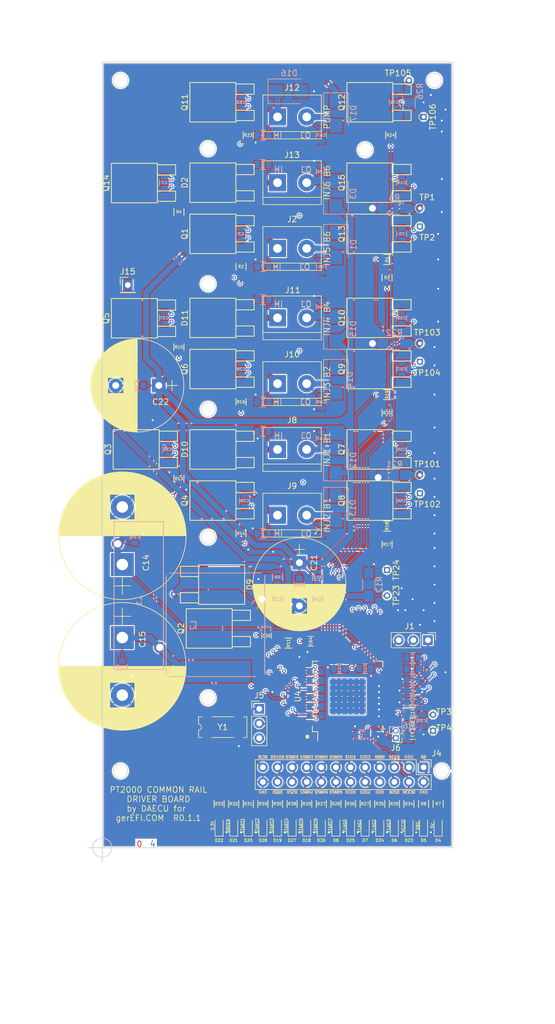
<source format=kicad_pcb>
(kicad_pcb (version 20171130) (host pcbnew "(5.1.5)-3")
  (title_block (title "Common Rail PT2000 board") (date 2020-05-15) (rev R0.1.1) (company http://gerefi.com/))
  (layers (0 F.Cu signal) (1 PWR_AN power) (2 GND power) (31 B.Cu signal) (34 B.Paste user) (35 F.Paste user) (36 B.SilkS user) (37 F.SilkS user) (38 B.Mask user) (39 F.Mask user) (44 Edge.Cuts user))
  (net 0 "")
  (net 1 GND)
  (net 2 /5V)
  (net 3 /3.3V)
  (net 4 /VCCIO)
  (net 5 /VCCP)
  (net 6 /Vbat)
  (net 7 /Vpwr)
  (net 8 /Vboost)
  (net 9 "Net-(C23-Pad1)")
  (net 10 "Net-(C24-Pad1)")
  (net 11 "Net-(C26-Pad2)")
  (net 12 "Net-(C35-Pad1)")
  (net 13 "Net-(C36-Pad1)")
  (net 14 "Net-(C37-Pad1)")
  (net 15 "Net-(C38-Pad1)")
  (net 16 "Net-(C39-Pad1)")
  (net 17 "Net-(C40-Pad1)")
  (net 18 "Net-(C41-Pad1)")
  (net 19 "Net-(C42-Pad1)")
  (net 20 "Net-(C55-Pad2)")
  (net 21 "Net-(C56-Pad2)")
  (net 22 "Net-(C57-Pad2)")
  (net 23 "Net-(C58-Pad2)")
  (net 24 "Net-(C63-Pad1)")
  (net 25 "Net-(C64-Pad2)")
  (net 26 "Net-(C71-Pad2)")
  (net 27 /START6)
  (net 28 /CSB)
  (net 29 /START5)
  (net 30 /MISO)
  (net 31 /START4)
  (net 32 /MOSI)
  (net 33 /START3)
  (net 34 /SCLK)
  (net 35 /START2)
  (net 36 /START1)
  (net 37 /RESETB)
  (net 38 /DRVEN)
  (net 39 /OA_1)
  (net 40 /OA_2)
  (net 41 /IRQB)
  (net 42 /FLAG_0)
  (net 43 /FLAG_1)
  (net 44 /FLAG_2)
  (net 45 "Net-(J5-Pad1)")
  (net 46 /VCC2P5)
  (net 47 /BANK1_BAT)
  (net 48 /INJ_B1_HIGH)
  (net 49 /BANK2_BAT)
  (net 50 /INJ_B2_HIGH)
  (net 51 /INJ1_LOW)
  (net 52 /INJ2_LOW)
  (net 53 /INJ3_LOW)
  (net 54 /INJ4_LOW)
  (net 55 /PUMP_HIGH)
  (net 56 /PUMP_LOW)
  (net 57 /CLK)
  (net 58 /DBG)
  (net 59 /P_SENSE_BOOST)
  (net 60 /P_B1_SENSE)
  (net 61 /P_B2_SENSE)
  (net 62 /P_SENSE_PUMP)
  (net 63 /G_L_BOOST)
  (net 64 /G_HB1_BAT)
  (net 65 /G_HB1_BST)
  (net 66 /G_HB2_BAT)
  (net 67 /G_HB2_BST)
  (net 68 /G_L_INJ1)
  (net 69 /G_L_INJ2)
  (net 70 /G_L_INJ3)
  (net 71 /G_L_INJ4)
  (net 72 /G_PUMP)
  (net 73 /Vbuck)
  (net 74 "Net-(C1-Pad1)")
  (net 75 "Net-(C2-Pad1)")
  (net 76 "Net-(C3-Pad1)")
  (net 77 "Net-(C5-Pad2)")
  (net 78 "Net-(C7-Pad1)")
  (net 79 "Net-(C19-Pad2)")
  (net 80 /START7)
  (net 81 /OA_3)
  (net 82 /FLAG_3)
  (net 83 /G_LS7)
  (net 84 /BANK3_BAT)
  (net 85 /P_B3_SENSE)
  (net 86 /INJ5_LOW)
  (net 87 /INJ6_LOW)
  (net 88 /G_L_INJ5)
  (net 89 /G_L_INJ6)
  (net 90 /P_SENSE_4)
  (net 91 "Net-(D4-Pad2)")
  (net 92 "Net-(D5-Pad2)")
  (net 93 "Net-(D6-Pad2)")
  (net 94 "Net-(D7-Pad2)")
  (net 95 "Net-(D8-Pad2)")
  (net 96 "Net-(D18-Pad2)")
  (net 97 "Net-(D19-Pad2)")
  (net 98 "Net-(D20-Pad2)")
  (net 99 "Net-(D21-Pad2)")
  (net 100 "Net-(D22-Pad2)")
  (net 101 "Net-(D23-Pad2)")
  (net 102 "Net-(D24-Pad2)")
  (net 103 "Net-(D25-Pad2)")
  (net 104 "Net-(D26-Pad2)")
  (net 105 "Net-(D27-Pad2)")
  (net 106 "Net-(D28-Pad2)")
  (net 107 /INJ_B3_HIGH)
  (net 108 /G_HB3_BST)
  (net 109 /G_HB3_BAT)
  (module Pin_Headers:Pin_Header_Straight_1x02_Pitch1.27mm (layer F.Cu) (at 157.734 151.13 180)
    (fp_text reference J6 (at 0 -1.695) (layer F.SilkS))
    (fp_text value CONN_01X03)
    (pad 1 thru_hole rect (at 0 0 180) (size 1 1) (drill 0.65) (layers *.Cu *.Mask) (net 4 /VCCIO))
    (pad 2 thru_hole oval (at 0 1.27 180) (size 1 1) (drill 0.65) (layers *.Cu *.Mask) (net 2 /5V))
  )
  (module Capacitors_ThroughHole:CP_Radial_D22.0mm_P10.00mm_SnapIn (layer F.Cu) (at 110.172 120.968 90)
    (fp_text reference C14 (at 0.3175 4.1275 90) (layer F.SilkS))
    (fp_text value 1000uF)
    (pad 1 thru_hole rect (at 0 0 90) (size 4 4) (drill 2) (layers *.Cu *.Mask) (net 6 /Vbat))
    (pad 2 thru_hole circle (at 10 0 90) (size 4 4) (drill 2) (layers *.Cu *.Mask) (net 1 GND))
  )
  (module Capacitors_ThroughHole:CP_Radial_D22.0mm_P10.00mm_SnapIn (layer F.Cu) (at 110.172 133.668 270)
    (fp_text reference C15 (at 0.3175 -3.4925 270) (layer F.SilkS))
    (fp_text value 1000uF)
    (pad 1 thru_hole rect (at 0 0 270) (size 4 4) (drill 2) (layers *.Cu *.Mask) (net 7 /Vpwr))
    (pad 2 thru_hole circle (at 10 0 270) (size 4 4) (drill 2) (layers *.Cu *.Mask) (net 1 GND))
  )
  (module Capacitors_ThroughHole:CP_Radial_D16.0mm_P7.50mm (layer F.Cu) (at 140.97 120.65 270)
    (fp_text reference C21 (at 0 -2.54 90) (layer F.SilkS))
    (fp_text value 390uF)
    (pad 1 thru_hole rect (at 0 0 270) (size 2.4 2.4) (drill 1.2) (layers *.Cu *.Mask) (net 8 /Vboost))
    (pad 2 thru_hole circle (at 7.5 0 270) (size 2.4 2.4) (drill 1.2) (layers *.Cu *.Mask) (net 59 /P_SENSE_BOOST))
  )
  (module Capacitors_ThroughHole:CP_Radial_D16.0mm_P7.50mm (layer F.Cu) (at 116.522 89.852 180)
    (fp_text reference C22 (at -0.3175 -2.8575) (layer F.SilkS))
    (fp_text value 390uF)
    (pad 1 thru_hole rect (at 0 0 180) (size 2.4 2.4) (drill 1.2) (layers *.Cu *.Mask) (net 8 /Vboost))
    (pad 2 thru_hole circle (at 7.5 0 180) (size 2.4 2.4) (drill 1.2) (layers *.Cu *.Mask) (net 59 /P_SENSE_BOOST))
  )
  (module gerEFI_LIB:R_0805 (layer F.Cu) (at 156.21 67.945 180)
    (fp_text reference R1 (at 0 0 270) (layer F.SilkS) (effects (font (size 0.508 0.508) (thickness 0.1016))))
    (fp_text value 10R hide)
    (pad 1 smd rect (at -0.95 0 180) (size 0.7 1.3) (layers F.Cu F.Paste F.Mask) (net 77 "Net-(C5-Pad2)"))
    (pad 2 smd rect (at 0.95 0 180) (size 0.7 1.3) (layers F.Cu F.Paste F.Mask) (net 88 /G_L_INJ5))
  )
  (module gerEFI_LIB:R_0805 (layer F.Cu) (at 130.81 69.215 270)
    (fp_text reference R2 (at 0 0) (layer F.SilkS) (effects (font (size 0.508 0.508) (thickness 0.1016))))
    (fp_text value 10R hide)
    (pad 1 smd rect (at -0.95 0 270) (size 0.7 1.3) (layers F.Cu F.Paste F.Mask) (net 76 "Net-(C3-Pad1)"))
    (pad 2 smd rect (at 0.95 0 270) (size 0.7 1.3) (layers F.Cu F.Paste F.Mask) (net 108 /G_HB3_BST))
  )
  (module gerEFI_LIB:R_0805 (layer F.Cu) (at 120.015 59.69 270)
    (fp_text reference R4 (at 0 0) (layer F.SilkS) (effects (font (size 0.508 0.508) (thickness 0.1016))))
    (fp_text value 10R hide)
    (pad 1 smd rect (at -0.95 0 270) (size 0.7 1.3) (layers F.Cu F.Paste F.Mask) (net 78 "Net-(C7-Pad1)"))
    (pad 2 smd rect (at 0.95 0 270) (size 0.7 1.3) (layers F.Cu F.Paste F.Mask) (net 109 /G_HB3_BAT))
  )
  (module gerEFI_LIB:C_0805 (layer B.Cu) (at 158.75 54.61 270)
    (fp_text reference C19 (at 0 0) (layer B.SilkS) (effects (font (size 0.508 0.508) (thickness 0.1016)) (justify mirror)))
    (fp_text value 1000pF hide)
    (pad 1 smd rect (at -1 0 270) (size 1 1.25) (layers B.Cu B.Paste B.Mask) (net 85 /P_B3_SENSE))
    (pad 2 smd rect (at 1 0 270) (size 1 1.25) (layers B.Cu B.Paste B.Mask) (net 79 "Net-(C19-Pad2)"))
  )
  (module gerEFI_LIB:C_0805 (layer B.Cu) (at 158.75 63.5 270)
    (fp_text reference C5 (at 0 0) (layer B.SilkS) (effects (font (size 0.508 0.508) (thickness 0.1016)) (justify mirror)))
    (fp_text value 1000pF hide)
    (pad 1 smd rect (at -1 0 270) (size 1 1.25) (layers B.Cu B.Paste B.Mask) (net 85 /P_B3_SENSE))
    (pad 2 smd rect (at 1 0 270) (size 1 1.25) (layers B.Cu B.Paste B.Mask) (net 77 "Net-(C5-Pad2)"))
  )
  (module gerEFI_LIB:C_0805 (layer B.Cu) (at 144.78 52.705 90)
    (fp_text reference C20 (at 0 0 180) (layer B.SilkS) (effects (font (size 0.508 0.508) (thickness 0.1016)) (justify mirror)))
    (fp_text value 4700pF hide)
    (pad 1 smd rect (at -1 0 90) (size 1 1.25) (layers B.Cu B.Paste B.Mask) (net 87 /INJ6_LOW))
    (pad 2 smd rect (at 1 0 90) (size 1 1.25) (layers B.Cu B.Paste B.Mask) (net 1 GND))
  )
  (module gerEFI_LIB:C_0805 (layer B.Cu) (at 144.78 69.215 270)
    (fp_text reference C6 (at 0 0) (layer B.SilkS) (effects (font (size 0.508 0.508) (thickness 0.1016)) (justify mirror)))
    (fp_text value 4700pF hide)
    (pad 1 smd rect (at -1 0 270) (size 1 1.25) (layers B.Cu B.Paste B.Mask) (net 86 /INJ5_LOW))
    (pad 2 smd rect (at 1 0 270) (size 1 1.25) (layers B.Cu B.Paste B.Mask) (net 1 GND))
  )
  (module gerEFI_LIB:C_0805 (layer B.Cu) (at 134.62 51.435 180)
    (fp_text reference C18 (at 0 0 270) (layer B.SilkS) (effects (font (size 0.508 0.508) (thickness 0.1016)) (justify mirror)))
    (fp_text value 4700pF hide)
    (pad 1 smd rect (at -1 0 180) (size 1 1.25) (layers B.Cu B.Paste B.Mask) (net 107 /INJ_B3_HIGH))
    (pad 2 smd rect (at 1 0 180) (size 1 1.25) (layers B.Cu B.Paste B.Mask) (net 1 GND))
  )
  (module gerEFI_LIB:C_0805 (layer B.Cu) (at 134.62 69.215 180)
    (fp_text reference C4 (at 0 0 270) (layer B.SilkS) (effects (font (size 0.508 0.508) (thickness 0.1016)) (justify mirror)))
    (fp_text value 4700pF hide)
    (pad 1 smd rect (at -1 0 180) (size 1 1.25) (layers B.Cu B.Paste B.Mask) (net 107 /INJ_B3_HIGH))
    (pad 2 smd rect (at 1 0 180) (size 1 1.25) (layers B.Cu B.Paste B.Mask) (net 1 GND))
  )
  (module gerEFI_LIB:C_0805 (layer B.Cu) (at 130.81 63.5 90)
    (fp_text reference C3 (at 0 0 180) (layer B.SilkS) (effects (font (size 0.508 0.508) (thickness 0.1016)) (justify mirror)))
    (fp_text value 1000pF hide)
    (pad 1 smd rect (at -1 0 90) (size 1 1.25) (layers B.Cu B.Paste B.Mask) (net 76 "Net-(C3-Pad1)"))
    (pad 2 smd rect (at 1 0 90) (size 1 1.25) (layers B.Cu B.Paste B.Mask) (net 107 /INJ_B3_HIGH))
  )
  (module gerEFI_LIB:C_0805 (layer B.Cu) (at 117.475 54.61 90)
    (fp_text reference C7 (at 0 0 180) (layer B.SilkS) (effects (font (size 0.508 0.508) (thickness 0.1016)) (justify mirror)))
    (fp_text value 1000pF hide)
    (pad 1 smd rect (at -1 0 90) (size 1 1.25) (layers B.Cu B.Paste B.Mask) (net 78 "Net-(C7-Pad1)"))
    (pad 2 smd rect (at 1 0 90) (size 1 1.25) (layers B.Cu B.Paste B.Mask) (net 84 /BANK3_BAT))
  )
  (module Connect:PINTST (layer F.Cu) (at 161.925 62.23 270)
    (fp_text reference TP2 (at 1.905 -1.27) (layer F.SilkS))
    (fp_text value Conn_01x01)
    (pad 1 thru_hole circle (at 0 0 270) (size 1.143 1.143) (drill 0.635) (layers *.Cu *.Mask) (net 1 GND))
  )
  (module Connect:PINTST (layer F.Cu) (at 161.925 59.055 270)
    (fp_text reference TP1 (at -1.905 -1.27) (layer F.SilkS))
    (fp_text value Conn_01x01)
    (pad 1 thru_hole circle (at 0 0 270) (size 1.143 1.143) (drill 0.635) (layers *.Cu *.Mask) (net 85 /P_B3_SENSE))
  )
  (module Resistors_SMD:R_1206_HandSoldering (layer B.Cu) (at 157.48 59.055 180)
    (fp_text reference R5 (at 0 1.85 180) (layer B.SilkS) (effects (justify mirror)))
    (fp_text value 0R015)
    (pad 1 smd rect (at -2 0 180) (size 2 1.7) (layers B.Cu B.Paste B.Mask) (net 85 /P_B3_SENSE))
    (pad 2 smd rect (at 2 0 180) (size 2 1.7) (layers B.Cu B.Paste B.Mask) (net 1 GND))
  )
  (module TO_SOT_Packages_SMD:TO-252-2Lead (layer F.Cu) (at 158.75 54.61 90)
    (fp_text reference Q15 (at 0 -10.414 90) (layer F.SilkS))
    (fp_text value BUK9230-100B)
    (pad 1 smd rect (at -2.286 0 90) (size 1.651 3.048) (layers F.Cu F.Paste F.Mask) (net 79 "Net-(C19-Pad2)"))
    (pad 2 smd rect (at 0 -6.35 90) (size 6.096 6.096) (layers F.Cu F.Paste F.Mask) (net 87 /INJ6_LOW))
    (pad 3 smd rect (at 2.286 0 90) (size 1.651 3.048) (layers F.Cu F.Paste F.Mask) (net 85 /P_B3_SENSE))
  )
  (module TO_SOT_Packages_SMD:TO-252-2Lead (layer F.Cu) (at 158.75 63.5 90)
    (fp_text reference Q13 (at 0 -10.414 90) (layer F.SilkS))
    (fp_text value BUK9230-100B)
    (pad 1 smd rect (at -2.286 0 90) (size 1.651 3.048) (layers F.Cu F.Paste F.Mask) (net 77 "Net-(C5-Pad2)"))
    (pad 2 smd rect (at 0 -6.35 90) (size 6.096 6.096) (layers F.Cu F.Paste F.Mask) (net 86 /INJ5_LOW))
    (pad 3 smd rect (at 2.286 0 90) (size 1.651 3.048) (layers F.Cu F.Paste F.Mask) (net 85 /P_B3_SENSE))
  )
  (module TO_SOT_Packages_SMD:TO-252-2Lead (layer F.Cu) (at 131.445 63.5 90)
    (fp_text reference Q1 (at 0 -10.414 90) (layer F.SilkS))
    (fp_text value BUK9230-100B)
    (pad 1 smd rect (at -2.286 0 90) (size 1.651 3.048) (layers F.Cu F.Paste F.Mask) (net 76 "Net-(C3-Pad1)"))
    (pad 2 smd rect (at 0 -6.35 90) (size 6.096 6.096) (layers F.Cu F.Paste F.Mask) (net 8 /Vboost))
    (pad 3 smd rect (at 2.286 0 90) (size 1.651 3.048) (layers F.Cu F.Paste F.Mask) (net 107 /INJ_B3_HIGH))
  )
  (module TO_SOT_Packages_SMD:TO-252-2Lead (layer F.Cu) (at 117.792 54.6735 90)
    (fp_text reference Q14 (at 0 -10.414 90) (layer F.SilkS))
    (fp_text value BUK9230-100B)
    (pad 1 smd rect (at -2.286 0 90) (size 1.651 3.048) (layers F.Cu F.Paste F.Mask) (net 78 "Net-(C7-Pad1)"))
    (pad 2 smd rect (at 0 -6.35 90) (size 6.096 6.096) (layers F.Cu F.Paste F.Mask) (net 6 /Vbat))
    (pad 3 smd rect (at 2.286 0 90) (size 1.651 3.048) (layers F.Cu F.Paste F.Mask) (net 84 /BANK3_BAT))
  )
  (module Terminal_Blocks:TerminalBlock_bornier-2_P5.08mm (layer F.Cu) (at 137.16 54.61)
    (fp_text reference J13 (at 2.54 -4.826) (layer F.SilkS))
    (fp_text value INJ_Term)
    (pad 1 thru_hole rect (at 0 0) (size 3 3) (drill 1.52) (layers *.Cu *.Mask) (net 107 /INJ_B3_HIGH))
    (pad 2 thru_hole circle (at 5.08 0) (size 3 3) (drill 1.52) (layers *.Cu *.Mask) (net 87 /INJ6_LOW))
  )
  (module Terminal_Blocks:TerminalBlock_bornier-2_P5.08mm (layer F.Cu) (at 137.16 66.04)
    (fp_text reference J2 (at 2.54 -5.08) (layer F.SilkS))
    (fp_text value INJ_Term)
    (pad 1 thru_hole rect (at 0 0) (size 3 3) (drill 1.52) (layers *.Cu *.Mask) (net 107 /INJ_B3_HIGH))
    (pad 2 thru_hole circle (at 5.08 0) (size 3 3) (drill 1.52) (layers *.Cu *.Mask) (net 86 /INJ5_LOW))
  )
  (module Diodes_SMD:D_SMB (layer B.Cu) (at 147.32 56.515 90)
    (fp_text reference D3 (at 0 3 90) (layer B.SilkS) (effects (justify mirror)))
    (fp_text value STPS2H100UY)
    (pad 1 smd rect (at -2.15 0 90) (size 2.5 2.3) (layers B.Cu B.Paste B.Mask) (net 8 /Vboost))
    (pad 2 smd rect (at 2.15 0 90) (size 2.5 2.3) (layers B.Cu B.Paste B.Mask) (net 87 /INJ6_LOW))
  )
  (module Diodes_SMD:D_SMB (layer B.Cu) (at 147.32 65.405 270)
    (fp_text reference D1 (at 0 -3.048 270) (layer B.SilkS) (effects (justify mirror)))
    (fp_text value STPS2H100UY)
    (pad 1 smd rect (at -2.15 0 270) (size 2.5 2.3) (layers B.Cu B.Paste B.Mask) (net 8 /Vboost))
    (pad 2 smd rect (at 2.15 0 270) (size 2.5 2.3) (layers B.Cu B.Paste B.Mask) (net 86 /INJ5_LOW))
  )
  (module TO_SOT_Packages_SMD:TO-252-2Lead (layer F.Cu) (at 131.445 54.61 90)
    (fp_text reference D2 (at 0 -10.414 90) (layer F.SilkS))
    (fp_text value SBR10200CTL)
    (pad 1 smd rect (at -2.286 0 90) (size 1.651 3.048) (layers F.Cu F.Paste F.Mask) (net 1 GND))
    (pad 2 smd rect (at 0 -6.35 90) (size 6.096 6.096) (layers F.Cu F.Paste F.Mask) (net 107 /INJ_B3_HIGH))
    (pad 3 smd rect (at 2.286 0 90) (size 1.651 3.048) (layers F.Cu F.Paste F.Mask) (net 84 /BANK3_BAT))
  )
  (module gerEFI_LIB:IHLP6767GZER100M01 (layer B.Cu) (at 126.365 131.445 270)
    (fp_text reference L2 (at 0.09906 3.85064 270) (layer B.SilkS) (effects (justify mirror)))
    (fp_text value 10uH hide)
    (pad 2 smd rect (at 8.1225 0 270) (size 3.825 12.32) (layers B.Cu B.Paste B.Mask) (net 7 /Vpwr))
    (pad 1 smd rect (at -8.1225 0 270) (size 3.825 12.32) (layers B.Cu B.Paste B.Mask) (net 73 /Vbuck))
  )
  (module TO_SOT_Packages_SMD:TO-252-2Lead (layer F.Cu) (at 121.92 124.46 270)
    (fp_text reference D9 (at 0 -10.414 270) (layer F.SilkS))
    (fp_text value FFD10UP20S)
    (pad 1 smd rect (at -2.286 0 270) (size 1.651 3.048) (layers F.Cu F.Paste F.Mask) (net 8 /Vboost))
    (pad 2 smd rect (at 0 -6.35 270) (size 6.096 6.096) (layers F.Cu F.Paste F.Mask) (net 8 /Vboost))
    (pad 3 smd rect (at 2.286 0 270) (size 1.651 3.048) (layers F.Cu F.Paste F.Mask) (net 73 /Vbuck))
  )
  (module TO_SOT_Packages_SMD:TO-252-2Lead (layer F.Cu) (at 131.445 100.965 90)
    (fp_text reference D10 (at 0 -10.414 90) (layer F.SilkS))
    (fp_text value SBR10200CTL)
    (pad 1 smd rect (at -2.286 0 90) (size 1.651 3.048) (layers F.Cu F.Paste F.Mask) (net 1 GND))
    (pad 2 smd rect (at 0 -6.35 90) (size 6.096 6.096) (layers F.Cu F.Paste F.Mask) (net 48 /INJ_B1_HIGH))
    (pad 3 smd rect (at 2.286 0 90) (size 1.651 3.048) (layers F.Cu F.Paste F.Mask) (net 47 /BANK1_BAT))
  )
  (module TO_SOT_Packages_SMD:TO-252-2Lead (layer F.Cu) (at 131.445 78.105 90)
    (fp_text reference D11 (at 0 -10.414 90) (layer F.SilkS))
    (fp_text value SBR10200CTL)
    (pad 1 smd rect (at -2.286 0 90) (size 1.651 3.048) (layers F.Cu F.Paste F.Mask) (net 1 GND))
    (pad 2 smd rect (at 0 -6.35 90) (size 6.096 6.096) (layers F.Cu F.Paste F.Mask) (net 50 /INJ_B2_HIGH))
    (pad 3 smd rect (at 2.286 0 90) (size 1.651 3.048) (layers F.Cu F.Paste F.Mask) (net 49 /BANK2_BAT))
  )
  (module Diodes_SMD:D_SMB (layer B.Cu) (at 147.32 102.87 90)
    (fp_text reference D12 (at 0 3 90) (layer B.SilkS) (effects (justify mirror)))
    (fp_text value STPS2H100UY)
    (pad 1 smd rect (at -2.15 0 90) (size 2.5 2.3) (layers B.Cu B.Paste B.Mask) (net 8 /Vboost))
    (pad 2 smd rect (at 2.15 0 90) (size 2.5 2.3) (layers B.Cu B.Paste B.Mask) (net 52 /INJ2_LOW))
  )
  (module Diodes_SMD:D_SMB (layer B.Cu) (at 147.32 111.125 270)
    (fp_text reference D13 (at 0 -2.921 270) (layer B.SilkS) (effects (justify mirror)))
    (fp_text value STPS2H100UY)
    (pad 1 smd rect (at -2.15 0 270) (size 2.5 2.3) (layers B.Cu B.Paste B.Mask) (net 8 /Vboost))
    (pad 2 smd rect (at 2.15 0 270) (size 2.5 2.3) (layers B.Cu B.Paste B.Mask) (net 51 /INJ1_LOW))
  )
  (module Diodes_SMD:D_SMB (layer B.Cu) (at 147.32 88.9 270)
    (fp_text reference D14 (at 0 -2.413 270) (layer B.SilkS) (effects (justify mirror)))
    (fp_text value STPS2H100UY)
    (pad 1 smd rect (at -2.15 0 270) (size 2.5 2.3) (layers B.Cu B.Paste B.Mask) (net 8 /Vboost))
    (pad 2 smd rect (at 2.15 0 270) (size 2.5 2.3) (layers B.Cu B.Paste B.Mask) (net 53 /INJ3_LOW))
  )
  (module Diodes_SMD:D_SMB (layer B.Cu) (at 147.32 80.01 90)
    (fp_text reference D15 (at 0 3 90) (layer B.SilkS) (effects (justify mirror)))
    (fp_text value STPS2H100UY)
    (pad 1 smd rect (at -2.15 0 90) (size 2.5 2.3) (layers B.Cu B.Paste B.Mask) (net 8 /Vboost))
    (pad 2 smd rect (at 2.15 0 90) (size 2.5 2.3) (layers B.Cu B.Paste B.Mask) (net 54 /INJ4_LOW))
  )
  (module Diodes_SMD:D_SMB (layer B.Cu) (at 139.065 38.735)
    (fp_text reference D16 (at 0.127 -3.175) (layer B.SilkS) (effects (justify mirror)))
    (fp_text value STPS2H100UY)
    (pad 1 smd rect (at -2.15 0) (size 2.5 2.3) (layers B.Cu B.Paste B.Mask) (net 55 /PUMP_HIGH))
    (pad 2 smd rect (at 2.15 0) (size 2.5 2.3) (layers B.Cu B.Paste B.Mask) (net 1 GND))
  )
  (module Diodes_SMD:D_SMB (layer B.Cu) (at 147.32 42.545 270)
    (fp_text reference D17 (at 0 -3.048 270) (layer B.SilkS) (effects (justify mirror)))
    (fp_text value STPS2H100UY)
    (pad 1 smd rect (at -2.15 0 270) (size 2.5 2.3) (layers B.Cu B.Paste B.Mask) (net 6 /Vbat))
    (pad 2 smd rect (at 2.15 0 270) (size 2.5 2.3) (layers B.Cu B.Paste B.Mask) (net 56 /PUMP_LOW))
  )
  (module Pin_Headers:Pin_Header_Straight_1x03_Pitch2.54mm (layer F.Cu) (at 133.985 146.05)
    (fp_text reference J5 (at 0 -2.33) (layer F.SilkS))
    (fp_text value CONN_01X03)
    (pad 1 thru_hole rect (at 0 0) (size 1.7 1.7) (drill 1) (layers *.Cu *.Mask) (net 45 "Net-(J5-Pad1)"))
    (pad 2 thru_hole oval (at 0 2.54) (size 1.7 1.7) (drill 1) (layers *.Cu *.Mask) (net 57 /CLK))
    (pad 3 thru_hole oval (at 0 5.08) (size 1.7 1.7) (drill 1) (layers *.Cu *.Mask))
  )
  (module Terminal_Blocks:TerminalBlock_bornier-2_P5.08mm (layer F.Cu) (at 137.16 100.965)
    (fp_text reference J8 (at 2.54 -5.08) (layer F.SilkS))
    (fp_text value INJ_Term)
    (pad 1 thru_hole rect (at 0 0) (size 3 3) (drill 1.52) (layers *.Cu *.Mask) (net 48 /INJ_B1_HIGH))
    (pad 2 thru_hole circle (at 5.08 0) (size 3 3) (drill 1.52) (layers *.Cu *.Mask) (net 52 /INJ2_LOW))
  )
  (module Terminal_Blocks:TerminalBlock_bornier-2_P5.08mm (layer F.Cu) (at 137.16 112.395)
    (fp_text reference J9 (at 2.54 -5.08) (layer F.SilkS))
    (fp_text value INJ_Term)
    (pad 1 thru_hole rect (at 0 0) (size 3 3) (drill 1.52) (layers *.Cu *.Mask) (net 48 /INJ_B1_HIGH))
    (pad 2 thru_hole circle (at 5.08 0) (size 3 3) (drill 1.52) (layers *.Cu *.Mask) (net 51 /INJ1_LOW))
  )
  (module Terminal_Blocks:TerminalBlock_bornier-2_P5.08mm (layer F.Cu) (at 137.16 89.535)
    (fp_text reference J10 (at 2.54 -5.08) (layer F.SilkS))
    (fp_text value INJ_Term)
    (pad 1 thru_hole rect (at 0 0) (size 3 3) (drill 1.52) (layers *.Cu *.Mask) (net 50 /INJ_B2_HIGH))
    (pad 2 thru_hole circle (at 5.08 0) (size 3 3) (drill 1.52) (layers *.Cu *.Mask) (net 53 /INJ3_LOW))
  )
  (module Terminal_Blocks:TerminalBlock_bornier-2_P5.08mm (layer F.Cu) (at 137.16 78.105)
    (fp_text reference J11 (at 2.667 -4.826) (layer F.SilkS))
    (fp_text value INJ_Term)
    (pad 1 thru_hole rect (at 0 0) (size 3 3) (drill 1.52) (layers *.Cu *.Mask) (net 50 /INJ_B2_HIGH))
    (pad 2 thru_hole circle (at 5.08 0) (size 3 3) (drill 1.52) (layers *.Cu *.Mask) (net 54 /INJ4_LOW))
  )
  (module Terminal_Blocks:TerminalBlock_bornier-2_P5.08mm (layer F.Cu) (at 137.16 43.18)
    (fp_text reference J12 (at 2.54 -5.08) (layer F.SilkS))
    (fp_text value INJ_Term)
    (pad 1 thru_hole rect (at 0 0) (size 3 3) (drill 1.52) (layers *.Cu *.Mask) (net 55 /PUMP_HIGH))
    (pad 2 thru_hole circle (at 5.08 0) (size 3 3) (drill 1.52) (layers *.Cu *.Mask) (net 56 /PUMP_LOW))
  )
  (module gerEFI_LIB:744710610-Inductor (layer B.Cu) (at 113.03 126.365 90)
    (fp_text reference L1 (at -1 0 90) (layer B.SilkS) (effects (justify mirror)))
    (fp_text value 6uH hide)
    (pad 1 thru_hole circle (at -9 3.65 90) (size 2.032 2.032) (drill 1.27) (layers *.Cu *.Mask) (net 7 /Vpwr))
    (pad 2 thru_hole circle (at 9 -3.65 90) (size 2.032 2.032) (drill 1.27) (layers *.Cu *.Mask) (net 6 /Vbat))
  )
  (module TO_SOT_Packages_SMD:TO-252-2Lead (layer F.Cu) (at 130.81 132.08 90)
    (fp_text reference Q2 (at 0 -10.414 90) (layer F.SilkS))
    (fp_text value BUK9230-100B)
    (pad 1 smd rect (at -2.286 0 90) (size 1.651 3.048) (layers F.Cu F.Paste F.Mask) (net 11 "Net-(C26-Pad2)"))
    (pad 2 smd rect (at 0 -6.35 90) (size 6.096 6.096) (layers F.Cu F.Paste F.Mask) (net 73 /Vbuck))
    (pad 3 smd rect (at 2.286 0 90) (size 1.651 3.048) (layers F.Cu F.Paste F.Mask) (net 59 /P_SENSE_BOOST))
  )
  (module TO_SOT_Packages_SMD:TO-252-2Lead (layer F.Cu) (at 118.11 100.965 90)
    (fp_text reference Q3 (at 0 -10.414 90) (layer F.SilkS))
    (fp_text value BUK9230-100B)
    (pad 1 smd rect (at -2.286 0 90) (size 1.651 3.048) (layers F.Cu F.Paste F.Mask) (net 12 "Net-(C35-Pad1)"))
    (pad 2 smd rect (at 0 -6.35 90) (size 6.096 6.096) (layers F.Cu F.Paste F.Mask) (net 6 /Vbat))
    (pad 3 smd rect (at 2.286 0 90) (size 1.651 3.048) (layers F.Cu F.Paste F.Mask) (net 47 /BANK1_BAT))
  )
  (module TO_SOT_Packages_SMD:TO-252-2Lead (layer F.Cu) (at 131.445 109.855 90)
    (fp_text reference Q4 (at 0 -10.414 90) (layer F.SilkS))
    (fp_text value BUK9230-100B)
    (pad 1 smd rect (at -2.286 0 90) (size 1.651 3.048) (layers F.Cu F.Paste F.Mask) (net 13 "Net-(C36-Pad1)"))
    (pad 2 smd rect (at 0 -6.35 90) (size 6.096 6.096) (layers F.Cu F.Paste F.Mask) (net 8 /Vboost))
    (pad 3 smd rect (at 2.286 0 90) (size 1.651 3.048) (layers F.Cu F.Paste F.Mask) (net 48 /INJ_B1_HIGH))
  )
  (module TO_SOT_Packages_SMD:TO-252-2Lead (layer F.Cu) (at 117.792 78.1685 90)
    (fp_text reference Q5 (at 0 -10.414 90) (layer F.SilkS))
    (fp_text value BUK9230-100B)
    (pad 1 smd rect (at -2.286 0 90) (size 1.651 3.048) (layers F.Cu F.Paste F.Mask) (net 14 "Net-(C37-Pad1)"))
    (pad 2 smd rect (at 0 -6.35 90) (size 6.096 6.096) (layers F.Cu F.Paste F.Mask) (net 6 /Vbat))
    (pad 3 smd rect (at 2.286 0 90) (size 1.651 3.048) (layers F.Cu F.Paste F.Mask) (net 49 /BANK2_BAT))
  )
  (module TO_SOT_Packages_SMD:TO-252-2Lead (layer F.Cu) (at 131.445 86.995 90)
    (fp_text reference Q6 (at 0 -10.414 90) (layer F.SilkS))
    (fp_text value BUK9230-100B)
    (pad 1 smd rect (at -2.286 0 90) (size 1.651 3.048) (layers F.Cu F.Paste F.Mask) (net 15 "Net-(C38-Pad1)"))
    (pad 2 smd rect (at 0 -6.35 90) (size 6.096 6.096) (layers F.Cu F.Paste F.Mask) (net 8 /Vboost))
    (pad 3 smd rect (at 2.286 0 90) (size 1.651 3.048) (layers F.Cu F.Paste F.Mask) (net 50 /INJ_B2_HIGH))
  )
  (module TO_SOT_Packages_SMD:TO-252-2Lead (layer F.Cu) (at 158.75 100.965 90)
    (fp_text reference Q7 (at 0 -10.414 90) (layer F.SilkS))
    (fp_text value BUK9230-100B)
    (pad 1 smd rect (at -2.286 0 90) (size 1.651 3.048) (layers F.Cu F.Paste F.Mask) (net 20 "Net-(C55-Pad2)"))
    (pad 2 smd rect (at 0 -6.35 90) (size 6.096 6.096) (layers F.Cu F.Paste F.Mask) (net 52 /INJ2_LOW))
    (pad 3 smd rect (at 2.286 0 90) (size 1.651 3.048) (layers F.Cu F.Paste F.Mask) (net 60 /P_B1_SENSE))
  )
  (module TO_SOT_Packages_SMD:TO-252-2Lead (layer F.Cu) (at 158.75 109.855 90)
    (fp_text reference Q8 (at 0 -10.414 90) (layer F.SilkS))
    (fp_text value BUK9230-100B)
    (pad 1 smd rect (at -2.286 0 90) (size 1.651 3.048) (layers F.Cu F.Paste F.Mask) (net 21 "Net-(C56-Pad2)"))
    (pad 2 smd rect (at 0 -6.35 90) (size 6.096 6.096) (layers F.Cu F.Paste F.Mask) (net 51 /INJ1_LOW))
    (pad 3 smd rect (at 2.286 0 90) (size 1.651 3.048) (layers F.Cu F.Paste F.Mask) (net 60 /P_B1_SENSE))
  )
  (module TO_SOT_Packages_SMD:TO-252-2Lead (layer F.Cu) (at 158.75 86.995 90)
    (fp_text reference Q9 (at 0 -10.414 90) (layer F.SilkS))
    (fp_text value BUK9230-100B)
    (pad 1 smd rect (at -2.286 0 90) (size 1.651 3.048) (layers F.Cu F.Paste F.Mask) (net 22 "Net-(C57-Pad2)"))
    (pad 2 smd rect (at 0 -6.35 90) (size 6.096 6.096) (layers F.Cu F.Paste F.Mask) (net 53 /INJ3_LOW))
    (pad 3 smd rect (at 2.286 0 90) (size 1.651 3.048) (layers F.Cu F.Paste F.Mask) (net 61 /P_B2_SENSE))
  )
  (module TO_SOT_Packages_SMD:TO-252-2Lead (layer F.Cu) (at 158.75 78.105 90)
    (fp_text reference Q10 (at 0 -10.414 90) (layer F.SilkS))
    (fp_text value BUK9230-100B)
    (pad 1 smd rect (at -2.286 0 90) (size 1.651 3.048) (layers F.Cu F.Paste F.Mask) (net 23 "Net-(C58-Pad2)"))
    (pad 2 smd rect (at 0 -6.35 90) (size 6.096 6.096) (layers F.Cu F.Paste F.Mask) (net 54 /INJ4_LOW))
    (pad 3 smd rect (at 2.286 0 90) (size 1.651 3.048) (layers F.Cu F.Paste F.Mask) (net 61 /P_B2_SENSE))
  )
  (module TO_SOT_Packages_SMD:TO-252-2Lead (layer F.Cu) (at 131.445 40.64 90)
    (fp_text reference Q11 (at 0 -10.414 90) (layer F.SilkS))
    (fp_text value BUK9230-100B)
    (pad 1 smd rect (at -2.286 0 90) (size 1.651 3.048) (layers F.Cu F.Paste F.Mask) (net 24 "Net-(C63-Pad1)"))
    (pad 2 smd rect (at 0 -6.35 90) (size 6.096 6.096) (layers F.Cu F.Paste F.Mask) (net 6 /Vbat))
    (pad 3 smd rect (at 2.286 0 90) (size 1.651 3.048) (layers F.Cu F.Paste F.Mask) (net 55 /PUMP_HIGH))
  )
  (module TO_SOT_Packages_SMD:TO-252-2Lead (layer F.Cu) (at 158.75 40.64 90)
    (fp_text reference Q12 (at 0 -10.414 90) (layer F.SilkS))
    (fp_text value BUK9230-100B)
    (pad 1 smd rect (at -2.286 0 90) (size 1.651 3.048) (layers F.Cu F.Paste F.Mask) (net 26 "Net-(C71-Pad2)"))
    (pad 2 smd rect (at 0 -6.35 90) (size 6.096 6.096) (layers F.Cu F.Paste F.Mask) (net 56 /PUMP_LOW))
    (pad 3 smd rect (at 2.286 0 90) (size 1.651 3.048) (layers F.Cu F.Paste F.Mask) (net 62 /P_SENSE_PUMP))
  )
  (module Resistors_SMD:R_1206_HandSoldering (layer B.Cu) (at 153.035 124.46 90)
    (fp_text reference R12 (at 0 1.85 90) (layer B.SilkS) (effects (justify mirror)))
    (fp_text value 0R010)
    (pad 1 smd rect (at -2 0 90) (size 2 1.7) (layers B.Cu B.Paste B.Mask) (net 59 /P_SENSE_BOOST))
    (pad 2 smd rect (at 2 0 90) (size 2 1.7) (layers B.Cu B.Paste B.Mask) (net 1 GND))
  )
  (module Resistors_SMD:R_1206_HandSoldering (layer B.Cu) (at 157.48 105.41 180)
    (fp_text reference R21 (at 0 1.85 180) (layer B.SilkS) (effects (justify mirror)))
    (fp_text value 0R015)
    (pad 1 smd rect (at -2 0 180) (size 2 1.7) (layers B.Cu B.Paste B.Mask) (net 60 /P_B1_SENSE))
    (pad 2 smd rect (at 2 0 180) (size 2 1.7) (layers B.Cu B.Paste B.Mask) (net 1 GND))
  )
  (module Resistors_SMD:R_1206_HandSoldering (layer B.Cu) (at 157.48 82.55 180)
    (fp_text reference R22 (at 0 1.85 180) (layer B.SilkS) (effects (justify mirror)))
    (fp_text value 0R015)
    (pad 1 smd rect (at -2 0 180) (size 2 1.7) (layers B.Cu B.Paste B.Mask) (net 61 /P_B2_SENSE))
    (pad 2 smd rect (at 2 0 180) (size 2 1.7) (layers B.Cu B.Paste B.Mask) (net 1 GND))
  )
  (module Resistors_SMD:R_1206_HandSoldering (layer B.Cu) (at 160.02 40.64 270)
    (fp_text reference R26 (at -1.905 -1.905 270) (layer B.SilkS) (effects (justify mirror)))
    (fp_text value 0R015)
    (pad 1 smd rect (at -2 0 270) (size 2 1.7) (layers B.Cu B.Paste B.Mask) (net 62 /P_SENSE_PUMP))
    (pad 2 smd rect (at 2 0 270) (size 2 1.7) (layers B.Cu B.Paste B.Mask) (net 1 GND))
  )
  (module Connect:PINTST (layer F.Cu) (at 156.21 126.365 270)
    (fp_text reference TP23 (at 0 -1.6 270) (layer F.SilkS))
    (fp_text value Conn_01x01)
    (pad 1 thru_hole circle (at 0 0 270) (size 1.143 1.143) (drill 0.635) (layers *.Cu *.Mask) (net 59 /P_SENSE_BOOST))
  )
  (module Connect:PINTST (layer F.Cu) (at 156.21 121.92 270)
    (fp_text reference TP24 (at 0 -1.6 270) (layer F.SilkS))
    (fp_text value Conn_01x01)
    (pad 1 thru_hole circle (at 0 0 270) (size 1.143 1.143) (drill 0.635) (layers *.Cu *.Mask) (net 1 GND))
  )
  (module Connect:PINTST (layer F.Cu) (at 161.925 105.41 270)
    (fp_text reference TP101 (at -1.905 -1.27) (layer F.SilkS))
    (fp_text value Conn_01x01)
    (pad 1 thru_hole circle (at 0 0 270) (size 1.143 1.143) (drill 0.635) (layers *.Cu *.Mask) (net 60 /P_B1_SENSE))
  )
  (module Connect:PINTST (layer F.Cu) (at 161.925 108.585 270)
    (fp_text reference TP102 (at 1.905 -1.27) (layer F.SilkS))
    (fp_text value Conn_01x01)
    (pad 1 thru_hole circle (at 0 0 270) (size 1.143 1.143) (drill 0.635) (layers *.Cu *.Mask) (net 1 GND))
  )
  (module Connect:PINTST (layer F.Cu) (at 161.925 82.55 270)
    (fp_text reference TP103 (at -1.905 -1.27) (layer F.SilkS))
    (fp_text value Conn_01x01)
    (pad 1 thru_hole circle (at 0 0 270) (size 1.143 1.143) (drill 0.635) (layers *.Cu *.Mask) (net 61 /P_B2_SENSE))
  )
  (module Connect:PINTST (layer F.Cu) (at 161.925 85.725 270)
    (fp_text reference TP104 (at 1.905 -1.27) (layer F.SilkS))
    (fp_text value Conn_01x01)
    (pad 1 thru_hole circle (at 0 0 270) (size 1.143 1.143) (drill 0.635) (layers *.Cu *.Mask) (net 1 GND))
  )
  (module Connect:PINTST (layer F.Cu) (at 160.02 36.83 270)
    (fp_text reference TP105 (at -1.27 1.905) (layer F.SilkS))
    (fp_text value Conn_01x01)
    (pad 1 thru_hole circle (at 0 0 270) (size 1.143 1.143) (drill 0.635) (layers *.Cu *.Mask) (net 62 /P_SENSE_PUMP))
  )
  (module Connect:PINTST (layer F.Cu) (at 162.56 43.18 270)
    (fp_text reference TP106 (at 0 -1.6 270) (layer F.SilkS))
    (fp_text value Conn_01x01)
    (pad 1 thru_hole circle (at 0 0 270) (size 1.143 1.143) (drill 0.635) (layers *.Cu *.Mask) (net 1 GND))
  )
  (module Crystals:Crystal_SMD_SeikoEpson_MC306-4pin_8.0x3.2mm (layer F.Cu) (at 127.635 149.225)
    (fp_text reference Y1 (at 0 0) (layer F.SilkS))
    (fp_text value 1MHz)
    (pad 1 smd rect (at -2.75 1.6) (size 1.3 1.9) (layers F.Cu F.Paste F.Mask) (net 3 /3.3V))
    (pad 2 smd rect (at 2.75 1.6) (size 1.3 1.9) (layers F.Cu F.Paste F.Mask) (net 1 GND))
    (pad 3 smd rect (at 2.75 -1.6) (size 1.3 1.9) (layers F.Cu F.Paste F.Mask) (net 45 "Net-(J5-Pad1)"))
    (pad 4 smd rect (at -2.75 -1.6) (size 1.3 1.9) (layers F.Cu F.Paste F.Mask) (net 3 /3.3V))
  )
  (module gerEFI_LIB:C_0805 (layer F.Cu) (at 160.655 148.59)
    (fp_text reference C8 (at 0 0 90) (layer F.SilkS) (effects (font (size 0.508 0.508) (thickness 0.1016))))
    (fp_text value 0.1uF hide)
    (pad 1 smd rect (at -1 0) (size 1 1.25) (layers F.Cu F.Paste F.Mask) (net 46 /VCC2P5))
    (pad 2 smd rect (at 1 0) (size 1 1.25) (layers F.Cu F.Paste F.Mask) (net 1 GND))
  )
  (module gerEFI_LIB:C_0805 (layer F.Cu) (at 160.655 150.495)
    (fp_text reference C9 (at 0 0 90) (layer F.SilkS) (effects (font (size 0.508 0.508) (thickness 0.1016))))
    (fp_text value 1uF hide)
    (pad 1 smd rect (at -1 0) (size 1 1.25) (layers F.Cu F.Paste F.Mask) (net 46 /VCC2P5))
    (pad 2 smd rect (at 1 0) (size 1 1.25) (layers F.Cu F.Paste F.Mask) (net 1 GND))
  )
  (module gerEFI_LIB:C_0805 (layer B.Cu) (at 151.765 150.495 180)
    (fp_text reference C10 (at 0 0 90) (layer B.SilkS) (effects (font (size 0.508 0.508) (thickness 0.1016)) (justify mirror)))
    (fp_text value 0.1uF hide)
    (pad 1 smd rect (at -1 0 180) (size 1 1.25) (layers B.Cu B.Paste B.Mask) (net 4 /VCCIO))
    (pad 2 smd rect (at 1 0 180) (size 1 1.25) (layers B.Cu B.Paste B.Mask) (net 1 GND))
  )
  (module gerEFI_LIB:C_0805 (layer F.Cu) (at 160.655 146.685)
    (fp_text reference C11 (at 0 0 90) (layer F.SilkS) (effects (font (size 0.508 0.508) (thickness 0.1016))))
    (fp_text value 0.1uF hide)
    (pad 1 smd rect (at -1 0) (size 1 1.25) (layers F.Cu F.Paste F.Mask) (net 2 /5V))
    (pad 2 smd rect (at 1 0) (size 1 1.25) (layers F.Cu F.Paste F.Mask) (net 1 GND))
  )
  (module gerEFI_LIB:C_0805 (layer B.Cu) (at 152.4 139.065)
    (fp_text reference C12 (at 0 0 270) (layer B.SilkS) (effects (font (size 0.508 0.508) (thickness 0.1016)) (justify mirror)))
    (fp_text value 4.7uF hide)
    (pad 1 smd rect (at -1 0) (size 1 1.25) (layers B.Cu B.Paste B.Mask) (net 5 /VCCP))
    (pad 2 smd rect (at 1 0) (size 1 1.25) (layers B.Cu B.Paste B.Mask) (net 1 GND))
  )
  (module gerEFI_LIB:C_0805 (layer B.Cu) (at 147.955 139.065 180)
    (fp_text reference C13 (at 0 0 90) (layer B.SilkS) (effects (font (size 0.508 0.508) (thickness 0.1016)) (justify mirror)))
    (fp_text value 0.1uF hide)
    (pad 1 smd rect (at -1 0 180) (size 1 1.25) (layers B.Cu B.Paste B.Mask) (net 5 /VCCP))
    (pad 2 smd rect (at 1 0 180) (size 1 1.25) (layers B.Cu B.Paste B.Mask) (net 1 GND))
  )
  (module gerEFI_LIB:C_0805 (layer B.Cu) (at 112.395 116.205 90)
    (fp_text reference C16 (at 0 0) (layer B.SilkS) (effects (font (size 0.508 0.508) (thickness 0.1016)) (justify mirror)))
    (fp_text value 0.22uF hide)
    (pad 1 smd rect (at -1 0 90) (size 1 1.25) (layers B.Cu B.Paste B.Mask) (net 6 /Vbat))
    (pad 2 smd rect (at 1 0 90) (size 1 1.25) (layers B.Cu B.Paste B.Mask) (net 1 GND))
  )
  (module gerEFI_LIB:C_0805 (layer B.Cu) (at 110.172 138.748 270)
    (fp_text reference C17 (at 0 0 180) (layer B.SilkS) (effects (font (size 0.508 0.508) (thickness 0.1016)) (justify mirror)))
    (fp_text value 0.22uF hide)
    (pad 1 smd rect (at -1 0 270) (size 1 1.25) (layers B.Cu B.Paste B.Mask) (net 7 /Vpwr))
    (pad 2 smd rect (at 1 0 270) (size 1 1.25) (layers B.Cu B.Paste B.Mask) (net 1 GND))
  )
  (module gerEFI_LIB:C_0805 (layer B.Cu) (at 137.16 127 270)
    (fp_text reference C23 (at 0 0 180) (layer B.SilkS) (effects (font (size 0.508 0.508) (thickness 0.1016)) (justify mirror)))
    (fp_text value 330pF hide)
    (pad 1 smd rect (at -1 0 270) (size 1 1.25) (layers B.Cu B.Paste B.Mask) (net 9 "Net-(C23-Pad1)"))
    (pad 2 smd rect (at 1 0 270) (size 1 1.25) (layers B.Cu B.Paste B.Mask) (net 59 /P_SENSE_BOOST))
  )
  (module gerEFI_LIB:C_0805 (layer B.Cu) (at 144.145 127 270)
    (fp_text reference C24 (at 0 0 180) (layer B.SilkS) (effects (font (size 0.508 0.508) (thickness 0.1016)) (justify mirror)))
    (fp_text value 330pF hide)
    (pad 1 smd rect (at -1 0 270) (size 1 1.25) (layers B.Cu B.Paste B.Mask) (net 10 "Net-(C24-Pad1)"))
    (pad 2 smd rect (at 1 0 270) (size 1 1.25) (layers B.Cu B.Paste B.Mask) (net 59 /P_SENSE_BOOST))
  )
  (module gerEFI_LIB:C_0805 (layer B.Cu) (at 140.97 124.46 270)
    (fp_text reference C25 (at 0 0 180) (layer B.SilkS) (effects (font (size 0.508 0.508) (thickness 0.1016)) (justify mirror)))
    (fp_text value 0.22uF hide)
    (pad 1 smd rect (at -1 0 270) (size 1 1.25) (layers B.Cu B.Paste B.Mask) (net 8 /Vboost))
    (pad 2 smd rect (at 1 0 270) (size 1 1.25) (layers B.Cu B.Paste B.Mask) (net 59 /P_SENSE_BOOST))
  )
  (module gerEFI_LIB:C_0805 (layer B.Cu) (at 112.712 89.852 180)
    (fp_text reference C27 (at 0 0 90) (layer B.SilkS) (effects (font (size 0.508 0.508) (thickness 0.1016)) (justify mirror)))
    (fp_text value 0.22uF hide)
    (pad 1 smd rect (at -1 0 180) (size 1 1.25) (layers B.Cu B.Paste B.Mask) (net 8 /Vboost))
    (pad 2 smd rect (at 1 0 180) (size 1 1.25) (layers B.Cu B.Paste B.Mask) (net 59 /P_SENSE_BOOST))
  )
  (module gerEFI_LIB:C_0805 (layer B.Cu) (at 160.655 137.16 180)
    (fp_text reference C28 (at 0 0 90) (layer B.SilkS) (effects (font (size 0.508 0.508) (thickness 0.1016)) (justify mirror)))
    (fp_text value 330pF hide)
    (pad 1 smd rect (at -1 0 180) (size 1 1.25) (layers B.Cu B.Paste B.Mask) (net 59 /P_SENSE_BOOST))
    (pad 2 smd rect (at 1 0 180) (size 1 1.25) (layers B.Cu B.Paste B.Mask) (net 1 GND))
  )
  (module gerEFI_LIB:C_0805 (layer B.Cu) (at 118.11 100.965 90)
    (fp_text reference C35 (at 0 0) (layer B.SilkS) (effects (font (size 0.508 0.508) (thickness 0.1016)) (justify mirror)))
    (fp_text value 1000pF hide)
    (pad 1 smd rect (at -1 0 90) (size 1 1.25) (layers B.Cu B.Paste B.Mask) (net 12 "Net-(C35-Pad1)"))
    (pad 2 smd rect (at 1 0 90) (size 1 1.25) (layers B.Cu B.Paste B.Mask) (net 47 /BANK1_BAT))
  )
  (module gerEFI_LIB:C_0805 (layer B.Cu) (at 131.445 109.855 90)
    (fp_text reference C36 (at 0 0) (layer B.SilkS) (effects (font (size 0.508 0.508) (thickness 0.1016)) (justify mirror)))
    (fp_text value 1000pF hide)
    (pad 1 smd rect (at -1 0 90) (size 1 1.25) (layers B.Cu B.Paste B.Mask) (net 13 "Net-(C36-Pad1)"))
    (pad 2 smd rect (at 1 0 90) (size 1 1.25) (layers B.Cu B.Paste B.Mask) (net 48 /INJ_B1_HIGH))
  )
  (module gerEFI_LIB:C_0805 (layer B.Cu) (at 117.475 78.105 90)
    (fp_text reference C37 (at 0 0) (layer B.SilkS) (effects (font (size 0.508 0.508) (thickness 0.1016)) (justify mirror)))
    (fp_text value 1000pF hide)
    (pad 1 smd rect (at -1 0 90) (size 1 1.25) (layers B.Cu B.Paste B.Mask) (net 14 "Net-(C37-Pad1)"))
    (pad 2 smd rect (at 1 0 90) (size 1 1.25) (layers B.Cu B.Paste B.Mask) (net 49 /BANK2_BAT))
  )
  (module gerEFI_LIB:C_0805 (layer B.Cu) (at 130.81 86.995 90)
    (fp_text reference C38 (at 0 0) (layer B.SilkS) (effects (font (size 0.508 0.508) (thickness 0.1016)) (justify mirror)))
    (fp_text value 1000pF hide)
    (pad 1 smd rect (at -1 0 90) (size 1 1.25) (layers B.Cu B.Paste B.Mask) (net 15 "Net-(C38-Pad1)"))
    (pad 2 smd rect (at 1 0 90) (size 1 1.25) (layers B.Cu B.Paste B.Mask) (net 50 /INJ_B2_HIGH))
  )
  (module gerEFI_LIB:C_0805 (layer B.Cu) (at 143.764 147.193)
    (fp_text reference C39 (at 0 0 270) (layer B.SilkS) (effects (font (size 0.508 0.508) (thickness 0.1016)) (justify mirror)))
    (fp_text value 0.33uF hide)
    (pad 1 smd rect (at -1 0) (size 1 1.25) (layers B.Cu B.Paste B.Mask) (net 16 "Net-(C39-Pad1)"))
    (pad 2 smd rect (at 1 0) (size 1 1.25) (layers B.Cu B.Paste B.Mask) (net 47 /BANK1_BAT))
  )
  (module gerEFI_LIB:C_0805 (layer B.Cu) (at 143.764 145.669)
    (fp_text reference C40 (at 0 0 270) (layer B.SilkS) (effects (font (size 0.508 0.508) (thickness 0.1016)) (justify mirror)))
    (fp_text value 0.33uF hide)
    (pad 1 smd rect (at -1 0) (size 1 1.25) (layers B.Cu B.Paste B.Mask) (net 17 "Net-(C40-Pad1)"))
    (pad 2 smd rect (at 1 0) (size 1 1.25) (layers B.Cu B.Paste B.Mask) (net 48 /INJ_B1_HIGH))
  )
  (module gerEFI_LIB:C_0805 (layer B.Cu) (at 143.764 144.145)
    (fp_text reference C41 (at 0 0 270) (layer B.SilkS) (effects (font (size 0.508 0.508) (thickness 0.1016)) (justify mirror)))
    (fp_text value 0.33uF hide)
    (pad 1 smd rect (at -1 0) (size 1 1.25) (layers B.Cu B.Paste B.Mask) (net 18 "Net-(C41-Pad1)"))
    (pad 2 smd rect (at 1 0) (size 1 1.25) (layers B.Cu B.Paste B.Mask) (net 49 /BANK2_BAT))
  )
  (module gerEFI_LIB:C_0805 (layer B.Cu) (at 143.764 142.621)
    (fp_text reference C42 (at 0 0 270) (layer B.SilkS) (effects (font (size 0.508 0.508) (thickness 0.1016)) (justify mirror)))
    (fp_text value 0.33uF hide)
    (pad 1 smd rect (at -1 0) (size 1 1.25) (layers B.Cu B.Paste B.Mask) (net 19 "Net-(C42-Pad1)"))
    (pad 2 smd rect (at 1 0) (size 1 1.25) (layers B.Cu B.Paste B.Mask) (net 50 /INJ_B2_HIGH))
  )
  (module gerEFI_LIB:C_0805 (layer B.Cu) (at 134.62 115.57 180)
    (fp_text reference C43 (at 0 0 90) (layer B.SilkS) (effects (font (size 0.508 0.508) (thickness 0.1016)) (justify mirror)))
    (fp_text value 4700pF hide)
    (pad 1 smd rect (at -1 0 180) (size 1 1.25) (layers B.Cu B.Paste B.Mask) (net 48 /INJ_B1_HIGH))
    (pad 2 smd rect (at 1 0 180) (size 1 1.25) (layers B.Cu B.Paste B.Mask) (net 1 GND))
  )
  (module gerEFI_LIB:C_0805 (layer B.Cu) (at 134.62 97.79 180)
    (fp_text reference C44 (at 0 0 90) (layer B.SilkS) (effects (font (size 0.508 0.508) (thickness 0.1016)) (justify mirror)))
    (fp_text value 4700pF hide)
    (pad 1 smd rect (at -1 0 180) (size 1 1.25) (layers B.Cu B.Paste B.Mask) (net 48 /INJ_B1_HIGH))
    (pad 2 smd rect (at 1 0 180) (size 1 1.25) (layers B.Cu B.Paste B.Mask) (net 1 GND))
  )
  (module gerEFI_LIB:C_0805 (layer B.Cu) (at 134.62 92.71 180)
    (fp_text reference C45 (at 0 0 90) (layer B.SilkS) (effects (font (size 0.508 0.508) (thickness 0.1016)) (justify mirror)))
    (fp_text value 4700pF hide)
    (pad 1 smd rect (at -1 0 180) (size 1 1.25) (layers B.Cu B.Paste B.Mask) (net 50 /INJ_B2_HIGH))
    (pad 2 smd rect (at 1 0 180) (size 1 1.25) (layers B.Cu B.Paste B.Mask) (net 1 GND))
  )
  (module gerEFI_LIB:C_0805 (layer B.Cu) (at 134.62 74.93 180)
    (fp_text reference C46 (at 0 0 90) (layer B.SilkS) (effects (font (size 0.508 0.508) (thickness 0.1016)) (justify mirror)))
    (fp_text value 4700pF hide)
    (pad 1 smd rect (at -1 0 180) (size 1 1.25) (layers B.Cu B.Paste B.Mask) (net 50 /INJ_B2_HIGH))
    (pad 2 smd rect (at 1 0 180) (size 1 1.25) (layers B.Cu B.Paste B.Mask) (net 1 GND))
  )
  (module gerEFI_LIB:C_0805 (layer B.Cu) (at 144.78 99.06 90)
    (fp_text reference C47 (at 0 0) (layer B.SilkS) (effects (font (size 0.508 0.508) (thickness 0.1016)) (justify mirror)))
    (fp_text value 4700pF hide)
    (pad 1 smd rect (at -1 0 90) (size 1 1.25) (layers B.Cu B.Paste B.Mask) (net 52 /INJ2_LOW))
    (pad 2 smd rect (at 1 0 90) (size 1 1.25) (layers B.Cu B.Paste B.Mask) (net 1 GND))
  )
  (module gerEFI_LIB:C_0805 (layer B.Cu) (at 144.78 114.935 270)
    (fp_text reference C48 (at 0 0 180) (layer B.SilkS) (effects (font (size 0.508 0.508) (thickness 0.1016)) (justify mirror)))
    (fp_text value 4700pF hide)
    (pad 1 smd rect (at -1 0 270) (size 1 1.25) (layers B.Cu B.Paste B.Mask) (net 51 /INJ1_LOW))
    (pad 2 smd rect (at 1 0 270) (size 1 1.25) (layers B.Cu B.Paste B.Mask) (net 1 GND))
  )
  (module gerEFI_LIB:C_0805 (layer B.Cu) (at 144.78 92.71 270)
    (fp_text reference C49 (at 0 0 180) (layer B.SilkS) (effects (font (size 0.508 0.508) (thickness 0.1016)) (justify mirror)))
    (fp_text value 4700pF hide)
    (pad 1 smd rect (at -1 0 270) (size 1 1.25) (layers B.Cu B.Paste B.Mask) (net 53 /INJ3_LOW))
    (pad 2 smd rect (at 1 0 270) (size 1 1.25) (layers B.Cu B.Paste B.Mask) (net 1 GND))
  )
  (module gerEFI_LIB:C_0805 (layer B.Cu) (at 144.78 76.2 90)
    (fp_text reference C50 (at 0 0) (layer B.SilkS) (effects (font (size 0.508 0.508) (thickness 0.1016)) (justify mirror)))
    (fp_text value 4700pF hide)
    (pad 1 smd rect (at -1 0 90) (size 1 1.25) (layers B.Cu B.Paste B.Mask) (net 54 /INJ4_LOW))
    (pad 2 smd rect (at 1 0 90) (size 1 1.25) (layers B.Cu B.Paste B.Mask) (net 1 GND))
  )
  (module gerEFI_LIB:C_0805 (layer B.Cu) (at 158.75 100.965 270)
    (fp_text reference C55 (at 0 0 180) (layer B.SilkS) (effects (font (size 0.508 0.508) (thickness 0.1016)) (justify mirror)))
    (fp_text value 1000pF hide)
    (pad 1 smd rect (at -1 0 270) (size 1 1.25) (layers B.Cu B.Paste B.Mask) (net 60 /P_B1_SENSE))
    (pad 2 smd rect (at 1 0 270) (size 1 1.25) (layers B.Cu B.Paste B.Mask) (net 20 "Net-(C55-Pad2)"))
  )
  (module gerEFI_LIB:C_0805 (layer B.Cu) (at 158.75 109.855 270)
    (fp_text reference C56 (at 0 0 180) (layer B.SilkS) (effects (font (size 0.508 0.508) (thickness 0.1016)) (justify mirror)))
    (fp_text value 1000pF hide)
    (pad 1 smd rect (at -1 0 270) (size 1 1.25) (layers B.Cu B.Paste B.Mask) (net 60 /P_B1_SENSE))
    (pad 2 smd rect (at 1 0 270) (size 1 1.25) (layers B.Cu B.Paste B.Mask) (net 21 "Net-(C56-Pad2)"))
  )
  (module gerEFI_LIB:C_0805 (layer B.Cu) (at 158.75 86.995 270)
    (fp_text reference C57 (at 0 0 180) (layer B.SilkS) (effects (font (size 0.508 0.508) (thickness 0.1016)) (justify mirror)))
    (fp_text value 1000pF hide)
    (pad 1 smd rect (at -1 0 270) (size 1 1.25) (layers B.Cu B.Paste B.Mask) (net 61 /P_B2_SENSE))
    (pad 2 smd rect (at 1 0 270) (size 1 1.25) (layers B.Cu B.Paste B.Mask) (net 22 "Net-(C57-Pad2)"))
  )
  (module gerEFI_LIB:C_0805 (layer B.Cu) (at 158.75 78.105 270)
    (fp_text reference C58 (at 0 0 180) (layer B.SilkS) (effects (font (size 0.508 0.508) (thickness 0.1016)) (justify mirror)))
    (fp_text value 1000pF hide)
    (pad 1 smd rect (at -1 0 270) (size 1 1.25) (layers B.Cu B.Paste B.Mask) (net 61 /P_B2_SENSE))
    (pad 2 smd rect (at 1 0 270) (size 1 1.25) (layers B.Cu B.Paste B.Mask) (net 23 "Net-(C58-Pad2)"))
  )
  (module gerEFI_LIB:C_0805 (layer B.Cu) (at 160.655 144.78 180)
    (fp_text reference C59 (at 0 0 90) (layer B.SilkS) (effects (font (size 0.508 0.508) (thickness 0.1016)) (justify mirror)))
    (fp_text value 330pF hide)
    (pad 1 smd rect (at -1 0 180) (size 1 1.25) (layers B.Cu B.Paste B.Mask) (net 60 /P_B1_SENSE))
    (pad 2 smd rect (at 1 0 180) (size 1 1.25) (layers B.Cu B.Paste B.Mask) (net 1 GND))
  )
  (module gerEFI_LIB:C_0805 (layer B.Cu) (at 160.655 142.875 180)
    (fp_text reference C60 (at 0 0 90) (layer B.SilkS) (effects (font (size 0.508 0.508) (thickness 0.1016)) (justify mirror)))
    (fp_text value 330pF hide)
    (pad 1 smd rect (at -1 0 180) (size 1 1.25) (layers B.Cu B.Paste B.Mask) (net 61 /P_B2_SENSE))
    (pad 2 smd rect (at 1 0 180) (size 1 1.25) (layers B.Cu B.Paste B.Mask) (net 1 GND))
  )
  (module gerEFI_LIB:C_0805 (layer B.Cu) (at 130.81 40.64 90)
    (fp_text reference C63 (at 0 0) (layer B.SilkS) (effects (font (size 0.508 0.508) (thickness 0.1016)) (justify mirror)))
    (fp_text value 1000pF hide)
    (pad 1 smd rect (at -1 0 90) (size 1 1.25) (layers B.Cu B.Paste B.Mask) (net 24 "Net-(C63-Pad1)"))
    (pad 2 smd rect (at 1 0 90) (size 1 1.25) (layers B.Cu B.Paste B.Mask) (net 55 /PUMP_HIGH))
  )
  (module gerEFI_LIB:C_0805 (layer F.Cu) (at 142.9512 134.3152)
    (fp_text reference C64 (at 0 0 90) (layer F.SilkS) (effects (font (size 0.508 0.508) (thickness 0.1016))))
    (fp_text value 0.33uF hide)
    (pad 1 smd rect (at -1 0) (size 1 1.25) (layers F.Cu F.Paste F.Mask) (net 55 /PUMP_HIGH))
    (pad 2 smd rect (at 1 0) (size 1 1.25) (layers F.Cu F.Paste F.Mask) (net 25 "Net-(C64-Pad2)"))
  )
  (module gerEFI_LIB:C_0805 (layer B.Cu) (at 134.62 46.355 180)
    (fp_text reference C65 (at 0 0 90) (layer B.SilkS) (effects (font (size 0.508 0.508) (thickness 0.1016)) (justify mirror)))
    (fp_text value 4700pF hide)
    (pad 1 smd rect (at -1 0 180) (size 1 1.25) (layers B.Cu B.Paste B.Mask) (net 55 /PUMP_HIGH))
    (pad 2 smd rect (at 1 0 180) (size 1 1.25) (layers B.Cu B.Paste B.Mask) (net 1 GND))
  )
  (module gerEFI_LIB:C_0805 (layer B.Cu) (at 144.78 46.355 270)
    (fp_text reference C67 (at 0 0 180) (layer B.SilkS) (effects (font (size 0.508 0.508) (thickness 0.1016)) (justify mirror)))
    (fp_text value 4700pF hide)
    (pad 1 smd rect (at -1 0 270) (size 1 1.25) (layers B.Cu B.Paste B.Mask) (net 56 /PUMP_LOW))
    (pad 2 smd rect (at 1 0 270) (size 1 1.25) (layers B.Cu B.Paste B.Mask) (net 1 GND))
  )
  (module gerEFI_LIB:C_0805 (layer B.Cu) (at 157.48 40.64 270)
    (fp_text reference C71 (at 0 0 180) (layer B.SilkS) (effects (font (size 0.508 0.508) (thickness 0.1016)) (justify mirror)))
    (fp_text value 1000pF hide)
    (pad 1 smd rect (at -1 0 270) (size 1 1.25) (layers B.Cu B.Paste B.Mask) (net 62 /P_SENSE_PUMP))
    (pad 2 smd rect (at 1 0 270) (size 1 1.25) (layers B.Cu B.Paste B.Mask) (net 26 "Net-(C71-Pad2)"))
  )
  (module gerEFI_LIB:C_0805 (layer B.Cu) (at 160.655 140.97 180)
    (fp_text reference C73 (at 0 0 90) (layer B.SilkS) (effects (font (size 0.508 0.508) (thickness 0.1016)) (justify mirror)))
    (fp_text value 330pF hide)
    (pad 1 smd rect (at -1 0 180) (size 1 1.25) (layers B.Cu B.Paste B.Mask) (net 62 /P_SENSE_PUMP))
    (pad 2 smd rect (at 1 0 180) (size 1 1.25) (layers B.Cu B.Paste B.Mask) (net 1 GND))
  )
  (module gerEFI_LIB:R_0805 (layer B.Cu) (at 137.16 123.19 270)
    (fp_text reference R9 (at 0 0 180) (layer B.SilkS) (effects (font (size 0.508 0.508) (thickness 0.1016)) (justify mirror)))
    (fp_text value 5.1R hide)
    (pad 1 smd rect (at -0.95 0 270) (size 0.7 1.3) (layers B.Cu B.Paste B.Mask) (net 73 /Vbuck))
    (pad 2 smd rect (at 0.95 0 270) (size 0.7 1.3) (layers B.Cu B.Paste B.Mask) (net 9 "Net-(C23-Pad1)"))
  )
  (module gerEFI_LIB:R_0805 (layer B.Cu) (at 144.145 123.19 270)
    (fp_text reference R10 (at 0 0 180) (layer B.SilkS) (effects (font (size 0.508 0.508) (thickness 0.1016)) (justify mirror)))
    (fp_text value 5.1R hide)
    (pad 1 smd rect (at -0.95 0 270) (size 0.7 1.3) (layers B.Cu B.Paste B.Mask) (net 8 /Vboost))
    (pad 2 smd rect (at 0.95 0 270) (size 0.7 1.3) (layers B.Cu B.Paste B.Mask) (net 10 "Net-(C24-Pad1)"))
  )
  (module gerEFI_LIB:R_0805 (layer F.Cu) (at 139.065 134.62)
    (fp_text reference R11 (at 0 0 90) (layer F.SilkS) (effects (font (size 0.508 0.508) (thickness 0.1016))))
    (fp_text value 10R hide)
    (pad 1 smd rect (at -0.95 0) (size 0.7 1.3) (layers F.Cu F.Paste F.Mask) (net 11 "Net-(C26-Pad2)"))
    (pad 2 smd rect (at 0.95 0) (size 0.7 1.3) (layers F.Cu F.Paste F.Mask) (net 63 /G_L_BOOST))
  )
  (module gerEFI_LIB:R_0805 (layer F.Cu) (at 120.015 106.045 270)
    (fp_text reference R13 (at 0 0) (layer F.SilkS) (effects (font (size 0.508 0.508) (thickness 0.1016))))
    (fp_text value 10R hide)
    (pad 1 smd rect (at -0.95 0 270) (size 0.7 1.3) (layers F.Cu F.Paste F.Mask) (net 12 "Net-(C35-Pad1)"))
    (pad 2 smd rect (at 0.95 0 270) (size 0.7 1.3) (layers F.Cu F.Paste F.Mask) (net 64 /G_HB1_BAT))
  )
  (module gerEFI_LIB:R_0805 (layer F.Cu) (at 130.81 115.57 270)
    (fp_text reference R14 (at 0 0) (layer F.SilkS) (effects (font (size 0.508 0.508) (thickness 0.1016))))
    (fp_text value 10R hide)
    (pad 1 smd rect (at -0.95 0 270) (size 0.7 1.3) (layers F.Cu F.Paste F.Mask) (net 13 "Net-(C36-Pad1)"))
    (pad 2 smd rect (at 0.95 0 270) (size 0.7 1.3) (layers F.Cu F.Paste F.Mask) (net 65 /G_HB1_BST))
  )
  (module gerEFI_LIB:R_0805 (layer F.Cu) (at 120.015 83.185 270)
    (fp_text reference R15 (at 0 0) (layer F.SilkS) (effects (font (size 0.508 0.508) (thickness 0.1016))))
    (fp_text value 10R hide)
    (pad 1 smd rect (at -0.95 0 270) (size 0.7 1.3) (layers F.Cu F.Paste F.Mask) (net 14 "Net-(C37-Pad1)"))
    (pad 2 smd rect (at 0.95 0 270) (size 0.7 1.3) (layers F.Cu F.Paste F.Mask) (net 66 /G_HB2_BAT))
  )
  (module gerEFI_LIB:R_0805 (layer F.Cu) (at 130.81 92.71 270)
    (fp_text reference R16 (at 0 0) (layer F.SilkS) (effects (font (size 0.508 0.508) (thickness 0.1016))))
    (fp_text value 10R hide)
    (pad 1 smd rect (at -0.95 0 270) (size 0.7 1.3) (layers F.Cu F.Paste F.Mask) (net 15 "Net-(C38-Pad1)"))
    (pad 2 smd rect (at 0.95 0 270) (size 0.7 1.3) (layers F.Cu F.Paste F.Mask) (net 67 /G_HB2_BST))
  )
  (module gerEFI_LIB:R_0805 (layer F.Cu) (at 156.21 117.475 270)
    (fp_text reference R17 (at 0 0) (layer F.SilkS) (effects (font (size 0.508 0.508) (thickness 0.1016))))
    (fp_text value 10R hide)
    (pad 1 smd rect (at -0.95 0 270) (size 0.7 1.3) (layers F.Cu F.Paste F.Mask) (net 20 "Net-(C55-Pad2)"))
    (pad 2 smd rect (at 0.95 0 270) (size 0.7 1.3) (layers F.Cu F.Paste F.Mask) (net 69 /G_L_INJ2))
  )
  (module gerEFI_LIB:R_0805 (layer F.Cu) (at 156.21 114.3 180)
    (fp_text reference R18 (at 0 0 270) (layer F.SilkS) (effects (font (size 0.508 0.508) (thickness 0.1016))))
    (fp_text value 10R hide)
    (pad 1 smd rect (at -0.95 0 180) (size 0.7 1.3) (layers F.Cu F.Paste F.Mask) (net 21 "Net-(C56-Pad2)"))
    (pad 2 smd rect (at 0.95 0 180) (size 0.7 1.3) (layers F.Cu F.Paste F.Mask) (net 68 /G_L_INJ1))
  )
  (module gerEFI_LIB:R_0805 (layer F.Cu) (at 156.21 91.44 180)
    (fp_text reference R19 (at 0 0 270) (layer F.SilkS) (effects (font (size 0.508 0.508) (thickness 0.1016))))
    (fp_text value 10R hide)
    (pad 1 smd rect (at -0.95 0 180) (size 0.7 1.3) (layers F.Cu F.Paste F.Mask) (net 22 "Net-(C57-Pad2)"))
    (pad 2 smd rect (at 0.95 0 180) (size 0.7 1.3) (layers F.Cu F.Paste F.Mask) (net 70 /G_L_INJ3))
  )
  (module gerEFI_LIB:R_0805 (layer F.Cu) (at 156.21 94.615 270)
    (fp_text reference R20 (at 0 0) (layer F.SilkS) (effects (font (size 0.508 0.508) (thickness 0.1016))))
    (fp_text value 10R hide)
    (pad 1 smd rect (at -0.95 0 270) (size 0.7 1.3) (layers F.Cu F.Paste F.Mask) (net 23 "Net-(C58-Pad2)"))
    (pad 2 smd rect (at 0.95 0 270) (size 0.7 1.3) (layers F.Cu F.Paste F.Mask) (net 71 /G_L_INJ4))
  )
  (module gerEFI_LIB:R_0805 (layer F.Cu) (at 132.08 46.355 270)
    (fp_text reference R23 (at 0 0) (layer F.SilkS) (effects (font (size 0.508 0.508) (thickness 0.1016))))
    (fp_text value 10R hide)
    (pad 1 smd rect (at -0.95 0 270) (size 0.7 1.3) (layers F.Cu F.Paste F.Mask) (net 24 "Net-(C63-Pad1)"))
    (pad 2 smd rect (at 0.95 0 270) (size 0.7 1.3) (layers F.Cu F.Paste F.Mask) (net 83 /G_LS7))
  )
  (module gerEFI_LIB:R_0805 (layer F.Cu) (at 156.845 46.355 270)
    (fp_text reference R24 (at 0 0) (layer F.SilkS) (effects (font (size 0.508 0.508) (thickness 0.1016))))
    (fp_text value 10R hide)
    (pad 1 smd rect (at -0.95 0 270) (size 0.7 1.3) (layers F.Cu F.Paste F.Mask) (net 26 "Net-(C71-Pad2)"))
    (pad 2 smd rect (at 0.95 0 270) (size 0.7 1.3) (layers F.Cu F.Paste F.Mask) (net 72 /G_PUMP))
  )
  (module gerEFI_LIB:C_0805 (layer F.Cu) (at 135.255 133.35 270)
    (fp_text reference C26 (at 0 0) (layer F.SilkS) (effects (font (size 0.508 0.508) (thickness 0.1016))))
    (fp_text value 470pF hide)
    (pad 1 smd rect (at -1 0 270) (size 1 1.25) (layers F.Cu F.Paste F.Mask) (net 59 /P_SENSE_BOOST))
    (pad 2 smd rect (at 1 0 270) (size 1 1.25) (layers F.Cu F.Paste F.Mask) (net 11 "Net-(C26-Pad2)"))
  )
  (module Pin_Headers:Pin_Header_Straight_1x01_Pitch2.54mm (layer F.Cu) (at 111.125 72.39)
    (fp_text reference J15 (at 0 -2.33) (layer F.SilkS))
    (fp_text value Conn_01x01)
    (pad 1 thru_hole rect (at 0 0) (size 1.7 1.7) (drill 1) (layers *.Cu *.Mask) (net 6 /Vbat))
  )
  (module gerEFI_LIB:LQFP-80_12x12mm_Pitch0.5mmThermal (layer F.Cu) (at 149.352 143.891 90)
    (fp_text reference U4 (at 0 -8.65 90) (layer F.SilkS))
    (fp_text value PT2000 hide)
    (pad 81 thru_hole circle (at -1 3 90) (size 0.3 0.3) (drill 0.2) (layers *.Cu *.Mask) (net 1 GND))
    (pad 81 thru_hole circle (at -2 3 90) (size 0.3 0.3) (drill 0.2) (layers *.Cu *.Mask) (net 1 GND))
    (pad 81 thru_hole circle (at 1 3 90) (size 0.3 0.3) (drill 0.2) (layers *.Cu *.Mask) (net 1 GND))
    (pad 81 thru_hole circle (at 0 3 90) (size 0.3 0.3) (drill 0.2) (layers *.Cu *.Mask) (net 1 GND))
    (pad 81 thru_hole circle (at 3 3 90) (size 0.3 0.3) (drill 0.2) (layers *.Cu *.Mask) (net 1 GND))
    (pad 81 thru_hole circle (at 2 3 90) (size 0.3 0.3) (drill 0.2) (layers *.Cu *.Mask) (net 1 GND))
    (pad 81 thru_hole circle (at 3 1 90) (size 0.3 0.3) (drill 0.2) (layers *.Cu *.Mask) (net 1 GND))
    (pad 81 thru_hole circle (at 3 2 90) (size 0.3 0.3) (drill 0.2) (layers *.Cu *.Mask) (net 1 GND))
    (pad 81 thru_hole circle (at 3 -1 90) (size 0.3 0.3) (drill 0.2) (layers *.Cu *.Mask) (net 1 GND))
    (pad 81 thru_hole circle (at 3 0 90) (size 0.3 0.3) (drill 0.2) (layers *.Cu *.Mask) (net 1 GND))
    (pad 81 thru_hole circle (at 3 -3 90) (size 0.3 0.3) (drill 0.2) (layers *.Cu *.Mask) (net 1 GND))
    (pad 81 thru_hole circle (at 3 -2 90) (size 0.3 0.3) (drill 0.2) (layers *.Cu *.Mask) (net 1 GND))
    (pad 81 thru_hole circle (at 2 1 90) (size 0.3 0.3) (drill 0.2) (layers *.Cu *.Mask) (net 1 GND))
    (pad 81 thru_hole circle (at 1 1 90) (size 0.3 0.3) (drill 0.2) (layers *.Cu *.Mask) (net 1 GND))
    (pad 81 thru_hole circle (at 1 2 90) (size 0.3 0.3) (drill 0.2) (layers *.Cu *.Mask) (net 1 GND))
    (pad 81 thru_hole circle (at 2 2 90) (size 0.3 0.3) (drill 0.2) (layers *.Cu *.Mask) (net 1 GND))
    (pad 81 thru_hole circle (at 0 1 90) (size 0.3 0.3) (drill 0.2) (layers *.Cu *.Mask) (net 1 GND))
    (pad 81 thru_hole circle (at -1 1 90) (size 0.3 0.3) (drill 0.2) (layers *.Cu *.Mask) (net 1 GND))
    (pad 81 thru_hole circle (at -1 2 90) (size 0.3 0.3) (drill 0.2) (layers *.Cu *.Mask) (net 1 GND))
    (pad 81 thru_hole circle (at 0 2 90) (size 0.3 0.3) (drill 0.2) (layers *.Cu *.Mask) (net 1 GND))
    (pad 81 thru_hole circle (at -2 1 90) (size 0.3 0.3) (drill 0.2) (layers *.Cu *.Mask) (net 1 GND))
    (pad 81 thru_hole circle (at -3 1 90) (size 0.3 0.3) (drill 0.2) (layers *.Cu *.Mask) (net 1 GND))
    (pad 81 thru_hole circle (at -3 2 90) (size 0.3 0.3) (drill 0.2) (layers *.Cu *.Mask) (net 1 GND))
    (pad 81 thru_hole circle (at -2 2 90) (size 0.3 0.3) (drill 0.2) (layers *.Cu *.Mask) (net 1 GND))
    (pad 81 thru_hole circle (at 2 -1 90) (size 0.3 0.3) (drill 0.2) (layers *.Cu *.Mask) (net 1 GND))
    (pad 81 thru_hole circle (at 1 -1 90) (size 0.3 0.3) (drill 0.2) (layers *.Cu *.Mask) (net 1 GND))
    (pad 81 thru_hole circle (at 1 0 90) (size 0.3 0.3) (drill 0.2) (layers *.Cu *.Mask) (net 1 GND))
    (pad 81 thru_hole circle (at 2 0 90) (size 0.3 0.3) (drill 0.2) (layers *.Cu *.Mask) (net 1 GND))
    (pad 81 thru_hole circle (at 0 -1 90) (size 0.3 0.3) (drill 0.2) (layers *.Cu *.Mask) (net 1 GND))
    (pad 81 thru_hole circle (at -1 -1 90) (size 0.3 0.3) (drill 0.2) (layers *.Cu *.Mask) (net 1 GND))
    (pad 81 thru_hole circle (at -1 0 90) (size 0.3 0.3) (drill 0.2) (layers *.Cu *.Mask) (net 1 GND))
    (pad 81 thru_hole circle (at 0 0 90) (size 0.3 0.3) (drill 0.2) (layers *.Cu *.Mask) (net 1 GND))
    (pad 81 thru_hole circle (at -2 -1 90) (size 0.3 0.3) (drill 0.2) (layers *.Cu *.Mask) (net 1 GND))
    (pad 81 thru_hole circle (at -3 -1 90) (size 0.3 0.3) (drill 0.2) (layers *.Cu *.Mask) (net 1 GND))
    (pad 81 thru_hole circle (at -3 0 90) (size 0.3 0.3) (drill 0.2) (layers *.Cu *.Mask) (net 1 GND))
    (pad 81 thru_hole circle (at -2 0 90) (size 0.3 0.3) (drill 0.2) (layers *.Cu *.Mask) (net 1 GND))
    (pad 81 thru_hole circle (at 2 -3 90) (size 0.3 0.3) (drill 0.2) (layers *.Cu *.Mask) (net 1 GND))
    (pad 81 thru_hole circle (at 1 -3 90) (size 0.3 0.3) (drill 0.2) (layers *.Cu *.Mask) (net 1 GND))
    (pad 81 thru_hole circle (at 1 -2 90) (size 0.3 0.3) (drill 0.2) (layers *.Cu *.Mask) (net 1 GND))
    (pad 81 thru_hole circle (at 2 -2 90) (size 0.3 0.3) (drill 0.2) (layers *.Cu *.Mask) (net 1 GND))
    (pad 81 thru_hole circle (at 0 -3 90) (size 0.3 0.3) (drill 0.2) (layers *.Cu *.Mask) (net 1 GND))
    (pad 81 thru_hole circle (at -1 -3 90) (size 0.3 0.3) (drill 0.2) (layers *.Cu *.Mask) (net 1 GND))
    (pad 81 thru_hole circle (at -1 -2 90) (size 0.3 0.3) (drill 0.2) (layers *.Cu *.Mask) (net 1 GND))
    (pad 81 thru_hole circle (at 0 -2 90) (size 0.3 0.3) (drill 0.2) (layers *.Cu *.Mask) (net 1 GND))
    (pad 81 thru_hole circle (at -2 -3 90) (size 0.3 0.3) (drill 0.2) (layers *.Cu *.Mask) (net 1 GND))
    (pad 81 thru_hole circle (at -3 -3 90) (size 0.3 0.3) (drill 0.2) (layers *.Cu *.Mask) (net 1 GND))
    (pad 81 thru_hole circle (at -3 -2 90) (size 0.3 0.3) (drill 0.2) (layers *.Cu *.Mask) (net 1 GND))
    (pad 81 thru_hole circle (at -2 -2 90) (size 0.3 0.3) (drill 0.2) (layers *.Cu *.Mask) (net 1 GND))
    (pad 1 smd rect (at -6.9 -4.75 90) (size 1.5 0.28) (layers F.Cu F.Paste F.Mask) (net 38 /DRVEN))
    (pad 2 smd rect (at -6.9 -4.25 90) (size 1.5 0.28) (layers F.Cu F.Paste F.Mask) (net 37 /RESETB))
    (pad 3 smd rect (at -6.9 -3.75 90) (size 1.5 0.28) (layers F.Cu F.Paste F.Mask) (net 36 /START1))
    (pad 4 smd rect (at -6.9 -3.25 90) (size 1.5 0.28) (layers F.Cu F.Paste F.Mask) (net 35 /START2))
    (pad 5 smd rect (at -6.9 -2.75 90) (size 1.5 0.28) (layers F.Cu F.Paste F.Mask) (net 33 /START3))
    (pad 6 smd rect (at -6.9 -2.25 90) (size 1.5 0.28) (layers F.Cu F.Paste F.Mask) (net 31 /START4))
    (pad 7 smd rect (at -6.9 -1.75 90) (size 1.5 0.28) (layers F.Cu F.Paste F.Mask) (net 29 /START5))
    (pad 8 smd rect (at -6.9 -1.25 90) (size 1.5 0.28) (layers F.Cu F.Paste F.Mask) (net 27 /START6))
    (pad 9 smd rect (at -6.9 -0.75 90) (size 1.5 0.28) (layers F.Cu F.Paste F.Mask) (net 80 /START7))
    (pad 10 smd rect (at -6.9 -0.25 90) (size 1.5 0.28) (layers F.Cu F.Paste F.Mask) (net 42 /FLAG_0))
    (pad 11 smd rect (at -6.9 0.25 90) (size 1.5 0.28) (layers F.Cu F.Paste F.Mask) (net 43 /FLAG_1))
    (pad 12 smd rect (at -6.9 0.75 90) (size 1.5 0.28) (layers F.Cu F.Paste F.Mask) (net 44 /FLAG_2))
    (pad 13 smd rect (at -6.9 1.25 90) (size 1.5 0.28) (layers F.Cu F.Paste F.Mask) (net 82 /FLAG_3))
    (pad 14 smd rect (at -6.9 1.75 90) (size 1.5 0.28) (layers F.Cu F.Paste F.Mask) (net 28 /CSB))
    (pad 15 smd rect (at -6.9 2.25 90) (size 1.5 0.28) (layers F.Cu F.Paste F.Mask) (net 32 /MOSI))
    (pad 16 smd rect (at -6.9 2.75 90) (size 1.5 0.28) (layers F.Cu F.Paste F.Mask) (net 30 /MISO))
    (pad 17 smd rect (at -6.9 3.25 90) (size 1.5 0.28) (layers F.Cu F.Paste F.Mask) (net 34 /SCLK))
    (pad 18 smd rect (at -6.9 3.75 90) (size 1.5 0.28) (layers F.Cu F.Paste F.Mask) (net 4 /VCCIO))
    (pad 19 smd rect (at -6.9 4.25 90) (size 1.5 0.28) (layers F.Cu F.Paste F.Mask) (net 58 /DBG))
    (pad 20 smd rect (at -6.9 4.75 90) (size 1.5 0.28) (layers F.Cu F.Paste F.Mask) (net 1 GND))
    (pad 21 smd rect (at -4.75 6.9 180) (size 1.5 0.28) (layers F.Cu F.Paste F.Mask) (net 46 /VCC2P5))
    (pad 22 smd rect (at -4.25 6.9 180) (size 1.5 0.28) (layers F.Cu F.Paste F.Mask) (net 2 /5V))
    (pad 23 smd rect (at -3.75 6.9 180) (size 1.5 0.28) (layers F.Cu F.Paste F.Mask) (net 1 GND))
    (pad 24 smd rect (at -3.25 6.9 180) (size 1.5 0.28) (layers F.Cu F.Paste F.Mask) (net 1 GND))
    (pad 25 smd rect (at -2.75 6.9 180) (size 1.5 0.28) (layers F.Cu F.Paste F.Mask) (net 90 /P_SENSE_4))
    (pad 26 smd rect (at -2.25 6.9 180) (size 1.5 0.28) (layers F.Cu F.Paste F.Mask) (net 1 GND))
    (pad 27 smd rect (at -1.75 6.9 180) (size 1.5 0.28) (layers F.Cu F.Paste F.Mask) (net 60 /P_B1_SENSE))
    (pad 28 smd rect (at -1.25 6.9 180) (size 1.5 0.28) (layers F.Cu F.Paste F.Mask) (net 1 GND))
    (pad 29 smd rect (at -0.75 6.9 180) (size 1.5 0.28) (layers F.Cu F.Paste F.Mask) (net 61 /P_B2_SENSE))
    (pad 30 smd rect (at -0.25 6.9 180) (size 1.5 0.28) (layers F.Cu F.Paste F.Mask) (net 1 GND))
    (pad 31 smd rect (at 0.25 6.9 180) (size 1.5 0.28) (layers F.Cu F.Paste F.Mask) (net 62 /P_SENSE_PUMP))
    (pad 32 smd rect (at 0.75 6.9 180) (size 1.5 0.28) (layers F.Cu F.Paste F.Mask) (net 1 GND))
    (pad 33 smd rect (at 1.25 6.9 180) (size 1.5 0.28) (layers F.Cu F.Paste F.Mask) (net 85 /P_B3_SENSE))
    (pad 34 smd rect (at 1.75 6.9 180) (size 1.5 0.28) (layers F.Cu F.Paste F.Mask) (net 1 GND))
    (pad 35 smd rect (at 2.25 6.9 180) (size 1.5 0.28) (layers F.Cu F.Paste F.Mask) (net 59 /P_SENSE_BOOST))
    (pad 36 smd rect (at 2.75 6.9 180) (size 1.5 0.28) (layers F.Cu F.Paste F.Mask) (net 39 /OA_1))
    (pad 37 smd rect (at 3.25 6.9 180) (size 1.5 0.28) (layers F.Cu F.Paste F.Mask) (net 40 /OA_2))
    (pad 38 smd rect (at 3.75 6.9 180) (size 1.5 0.28) (layers F.Cu F.Paste F.Mask) (net 81 /OA_3))
    (pad 39 smd rect (at 4.25 6.9 180) (size 1.5 0.28) (layers F.Cu F.Paste F.Mask) (net 73 /Vbuck))
    (pad 40 smd rect (at 4.75 6.9 180) (size 1.5 0.28) (layers F.Cu F.Paste F.Mask) (net 56 /PUMP_LOW))
    (pad 41 smd rect (at 6.9 4.75 90) (size 1.5 0.28) (layers F.Cu F.Paste F.Mask) (net 87 /INJ6_LOW))
    (pad 42 smd rect (at 6.9 4.25 90) (size 1.5 0.28) (layers F.Cu F.Paste F.Mask) (net 86 /INJ5_LOW))
    (pad 43 smd rect (at 6.9 3.75 90) (size 1.5 0.28) (layers F.Cu F.Paste F.Mask) (net 54 /INJ4_LOW))
    (pad 44 smd rect (at 6.9 3.25 90) (size 1.5 0.28) (layers F.Cu F.Paste F.Mask) (net 53 /INJ3_LOW))
    (pad 45 smd rect (at 6.9 2.75 90) (size 1.5 0.28) (layers F.Cu F.Paste F.Mask) (net 52 /INJ2_LOW))
    (pad 46 smd rect (at 6.9 2.25 90) (size 1.5 0.28) (layers F.Cu F.Paste F.Mask) (net 51 /INJ1_LOW))
    (pad 47 smd rect (at 6.9 1.75 90) (size 1.5 0.28) (layers F.Cu F.Paste F.Mask) (net 6 /Vbat))
    (pad 48 smd rect (at 6.9 1.25 90) (size 1.5 0.28) (layers F.Cu F.Paste F.Mask) (net 5 /VCCP))
    (pad 49 smd rect (at 6.9 0.75 90) (size 1.5 0.28) (layers F.Cu F.Paste F.Mask) (net 63 /G_L_BOOST))
    (pad 50 smd rect (at 6.9 0.25 90) (size 1.5 0.28) (layers F.Cu F.Paste F.Mask) (net 72 /G_PUMP))
    (pad 51 smd rect (at 6.9 -0.25 90) (size 1.5 0.28) (layers F.Cu F.Paste F.Mask) (net 89 /G_L_INJ6))
    (pad 52 smd rect (at 6.9 -0.75 90) (size 1.5 0.28) (layers F.Cu F.Paste F.Mask) (net 88 /G_L_INJ5))
    (pad 53 smd rect (at 6.9 -1.25 90) (size 1.5 0.28) (layers F.Cu F.Paste F.Mask) (net 71 /G_L_INJ4))
    (pad 54 smd rect (at 6.9 -1.75 90) (size 1.5 0.28) (layers F.Cu F.Paste F.Mask) (net 70 /G_L_INJ3))
    (pad 55 smd rect (at 6.9 -2.25 90) (size 1.5 0.28) (layers F.Cu F.Paste F.Mask) (net 69 /G_L_INJ2))
    (pad 56 smd rect (at 6.9 -2.75 90) (size 1.5 0.28) (layers F.Cu F.Paste F.Mask) (net 68 /G_L_INJ1))
    (pad 57 smd rect (at 6.9 -3.25 90) (size 1.5 0.28) (layers F.Cu F.Paste F.Mask) (net 8 /Vboost))
    (pad 58 smd rect (at 6.9 -3.75 90) (size 1.5 0.28) (layers F.Cu F.Paste F.Mask) (net 25 "Net-(C64-Pad2)"))
    (pad 59 smd rect (at 6.9 -4.25 90) (size 1.5 0.28) (layers F.Cu F.Paste F.Mask) (net 83 /G_LS7))
    (pad 60 smd rect (at 6.9 -4.75 90) (size 1.5 0.28) (layers F.Cu F.Paste F.Mask) (net 55 /PUMP_HIGH))
    (pad 61 smd rect (at 4.75 -6.9 180) (size 1.5 0.28) (layers F.Cu F.Paste F.Mask) (net 75 "Net-(C2-Pad1)"))
    (pad 62 smd rect (at 4.25 -6.9 180) (size 1.5 0.28) (layers F.Cu F.Paste F.Mask) (net 108 /G_HB3_BST))
    (pad 63 smd rect (at 3.75 -6.9 180) (size 1.5 0.28) (layers F.Cu F.Paste F.Mask) (net 107 /INJ_B3_HIGH))
    (pad 64 smd rect (at 3.25 -6.9 180) (size 1.5 0.28) (layers F.Cu F.Paste F.Mask) (net 74 "Net-(C1-Pad1)"))
    (pad 65 smd rect (at 2.75 -6.9 180) (size 1.5 0.28) (layers F.Cu F.Paste F.Mask) (net 109 /G_HB3_BAT))
    (pad 66 smd rect (at 2.25 -6.9 180) (size 1.5 0.28) (layers F.Cu F.Paste F.Mask) (net 84 /BANK3_BAT))
    (pad 67 smd rect (at 1.75 -6.9 180) (size 1.5 0.28) (layers F.Cu F.Paste F.Mask) (net 19 "Net-(C42-Pad1)"))
    (pad 68 smd rect (at 1.25 -6.9 180) (size 1.5 0.28) (layers F.Cu F.Paste F.Mask) (net 67 /G_HB2_BST))
    (pad 69 smd rect (at 0.75 -6.9 180) (size 1.5 0.28) (layers F.Cu F.Paste F.Mask) (net 50 /INJ_B2_HIGH))
    (pad 70 smd rect (at 0.25 -6.9 180) (size 1.5 0.28) (layers F.Cu F.Paste F.Mask) (net 18 "Net-(C41-Pad1)"))
    (pad 71 smd rect (at -0.25 -6.9 180) (size 1.5 0.28) (layers F.Cu F.Paste F.Mask) (net 66 /G_HB2_BAT))
    (pad 72 smd rect (at -0.75 -6.9 180) (size 1.5 0.28) (layers F.Cu F.Paste F.Mask) (net 49 /BANK2_BAT))
    (pad 73 smd rect (at -1.25 -6.9 180) (size 1.5 0.28) (layers F.Cu F.Paste F.Mask) (net 17 "Net-(C40-Pad1)"))
    (pad 74 smd rect (at -1.75 -6.9 180) (size 1.5 0.28) (layers F.Cu F.Paste F.Mask) (net 65 /G_HB1_BST))
    (pad 75 smd rect (at -2.25 -6.9 180) (size 1.5 0.28) (layers F.Cu F.Paste F.Mask) (net 48 /INJ_B1_HIGH))
    (pad 76 smd rect (at -2.75 -6.9 180) (size 1.5 0.28) (layers F.Cu F.Paste F.Mask) (net 16 "Net-(C39-Pad1)"))
    (pad 77 smd rect (at -3.25 -6.9 180) (size 1.5 0.28) (layers F.Cu F.Paste F.Mask) (net 64 /G_HB1_BAT))
    (pad 78 smd rect (at -3.75 -6.9 180) (size 1.5 0.28) (layers F.Cu F.Paste F.Mask) (net 47 /BANK1_BAT))
    (pad 79 smd rect (at -4.25 -6.9 180) (size 1.5 0.28) (layers F.Cu F.Paste F.Mask) (net 41 /IRQB))
    (pad 80 smd rect (at -4.75 -6.9 180) (size 1.5 0.28) (layers F.Cu F.Paste F.Mask) (net 57 /CLK))
    (pad 81 smd rect (at 0 0 90) (size 6.3 6.3) (layers F.Cu F.Paste F.Mask) (net 1 GND))
    (pad 81 smd rect (at 0 0 90) (size 6.3 6.3) (layers B.Cu F.Paste F.Mask) (net 1 GND))
    (pad 81 thru_hole circle (at -3 3 90) (size 0.3 0.3) (drill 0.2) (layers *.Cu *.Mask) (net 1 GND))
  )
  (module gerEFI_LIB:C_0805 (layer B.Cu) (at 143.764 141.097)
    (fp_text reference C1 (at 0 0 270) (layer B.SilkS) (effects (font (size 0.508 0.508) (thickness 0.1016)) (justify mirror)))
    (fp_text value 0.33uF hide)
    (pad 1 smd rect (at -1 0) (size 1 1.25) (layers B.Cu B.Paste B.Mask) (net 74 "Net-(C1-Pad1)"))
    (pad 2 smd rect (at 1 0) (size 1 1.25) (layers B.Cu B.Paste B.Mask) (net 84 /BANK3_BAT))
  )
  (module gerEFI_LIB:C_0805 (layer B.Cu) (at 143.764 139.573)
    (fp_text reference C2 (at 0 0 270) (layer B.SilkS) (effects (font (size 0.508 0.508) (thickness 0.1016)) (justify mirror)))
    (fp_text value 0.33uF hide)
    (pad 1 smd rect (at -1 0) (size 1 1.25) (layers B.Cu B.Paste B.Mask) (net 75 "Net-(C2-Pad1)"))
    (pad 2 smd rect (at 1 0) (size 1 1.25) (layers B.Cu B.Paste B.Mask) (net 107 /INJ_B3_HIGH))
  )
  (module gerEFI_LIB:C_0805 (layer B.Cu) (at 160.655 139.065 180)
    (fp_text reference C29 (at 0 0 90) (layer B.SilkS) (effects (font (size 0.508 0.508) (thickness 0.1016)) (justify mirror)))
    (fp_text value 330pF hide)
    (pad 1 smd rect (at -1 0 180) (size 1 1.25) (layers B.Cu B.Paste B.Mask) (net 85 /P_B3_SENSE))
    (pad 2 smd rect (at 1 0 180) (size 1 1.25) (layers B.Cu B.Paste B.Mask) (net 1 GND))
  )
  (module gerEFI_LIB:R_0805 (layer F.Cu) (at 156.21 71.12 270)
    (fp_text reference R3 (at 0 0) (layer F.SilkS) (effects (font (size 0.508 0.508) (thickness 0.1016))))
    (fp_text value 10R hide)
    (pad 1 smd rect (at -0.95 0 270) (size 0.7 1.3) (layers F.Cu F.Paste F.Mask) (net 79 "Net-(C19-Pad2)"))
    (pad 2 smd rect (at 0.95 0 270) (size 0.7 1.3) (layers F.Cu F.Paste F.Mask) (net 89 /G_L_INJ6))
  )
  (module gerEFI_LIB:C_0805 (layer B.Cu) (at 162.306 148.082 270)
    (fp_text reference C30 (at 0 0 180) (layer B.SilkS) (effects (font (size 0.508 0.508) (thickness 0.1016)) (justify mirror)))
    (fp_text value 330pF hide)
    (pad 1 smd rect (at -1 0 270) (size 1 1.25) (layers B.Cu B.Paste B.Mask) (net 90 /P_SENSE_4))
    (pad 2 smd rect (at 1 0 270) (size 1 1.25) (layers B.Cu B.Paste B.Mask) (net 1 GND))
  )
  (module Resistors_SMD:R_1206_HandSoldering (layer B.Cu) (at 159.893 148.971 270)
    (fp_text reference R6 (at 0 0 180) (layer B.SilkS) (effects (justify mirror)))
    (fp_text value 0R015)
    (pad 1 smd rect (at -2 0 270) (size 2 1.7) (layers B.Cu B.Paste B.Mask) (net 90 /P_SENSE_4))
    (pad 2 smd rect (at 2 0 270) (size 2 1.7) (layers B.Cu B.Paste B.Mask) (net 1 GND))
  )
  (module Connect:PINTST (layer F.Cu) (at 164.211 147.066)
    (fp_text reference TP3 (at 1.905 -0.508) (layer F.SilkS))
    (fp_text value Conn_01x01)
    (pad 1 thru_hole circle (at 0 0) (size 1.143 1.143) (drill 0.635) (layers *.Cu *.Mask) (net 90 /P_SENSE_4))
  )
  (module Connect:PINTST (layer F.Cu) (at 164.211 149.86)
    (fp_text reference TP4 (at 1.905 -0.508) (layer F.SilkS))
    (fp_text value Conn_01x01)
    (pad 1 thru_hole circle (at 0 0) (size 1.143 1.143) (drill 0.635) (layers *.Cu *.Mask) (net 1 GND))
  )
  (module Pin_Headers:Pin_Header_Straight_1x03_Pitch2.54mm (layer F.Cu) (at 163.322 134.112 270)
    (fp_text reference J1 (at -2.413 3.175) (layer F.SilkS))
    (fp_text value CONN_01X03)
    (pad 1 thru_hole rect (at 0 0 270) (size 1.7 1.7) (drill 1) (layers *.Cu *.Mask) (net 39 /OA_1))
    (pad 2 thru_hole oval (at 0 2.54 270) (size 1.7 1.7) (drill 1) (layers *.Cu *.Mask) (net 40 /OA_2))
    (pad 3 thru_hole oval (at 0 5.08 270) (size 1.7 1.7) (drill 1) (layers *.Cu *.Mask) (net 81 /OA_3))
  )
  (module Pin_Headers:Pin_Header_Straight_2x12_Pitch2.54mm (layer F.Cu) (at 162.56 156.21 270)
    (fp_text reference J4 (at -2.413 -2.286) (layer F.SilkS))
    (fp_text value CONN_02X08)
    (pad 1 thru_hole rect (at 0 0 270) (size 1.7 1.7) (drill 1) (layers *.Cu *.Mask) (net 2 /5V))
    (pad 2 thru_hole oval (at 2.54 0 270) (size 1.7 1.7) (drill 1) (layers *.Cu *.Mask) (net 1 GND))
    (pad 3 thru_hole oval (at 0 2.54 270) (size 1.7 1.7) (drill 1) (layers *.Cu *.Mask) (net 58 /DBG))
    (pad 4 thru_hole oval (at 2.54 2.54 270) (size 1.7 1.7) (drill 1) (layers *.Cu *.Mask) (net 4 /VCCIO))
    (pad 5 thru_hole oval (at 0 5.08 270) (size 1.7 1.7) (drill 1) (layers *.Cu *.Mask) (net 34 /SCLK))
    (pad 6 thru_hole oval (at 2.54 5.08 270) (size 1.7 1.7) (drill 1) (layers *.Cu *.Mask) (net 30 /MISO))
    (pad 7 thru_hole oval (at 0 7.62 270) (size 1.7 1.7) (drill 1) (layers *.Cu *.Mask) (net 32 /MOSI))
    (pad 8 thru_hole oval (at 2.54 7.62 270) (size 1.7 1.7) (drill 1) (layers *.Cu *.Mask) (net 28 /CSB))
    (pad 9 thru_hole oval (at 0 10.16 270) (size 1.7 1.7) (drill 1) (layers *.Cu *.Mask) (net 82 /FLAG_3))
    (pad 10 thru_hole oval (at 2.54 10.16 270) (size 1.7 1.7) (drill 1) (layers *.Cu *.Mask) (net 44 /FLAG_2))
    (pad 11 thru_hole oval (at 0 12.7 270) (size 1.7 1.7) (drill 1) (layers *.Cu *.Mask) (net 43 /FLAG_1))
    (pad 12 thru_hole oval (at 2.54 12.7 270) (size 1.7 1.7) (drill 1) (layers *.Cu *.Mask) (net 42 /FLAG_0))
    (pad 13 thru_hole oval (at 0 15.24 270) (size 1.7 1.7) (drill 1) (layers *.Cu *.Mask) (net 80 /START7))
    (pad 14 thru_hole oval (at 2.54 15.24 270) (size 1.7 1.7) (drill 1) (layers *.Cu *.Mask) (net 27 /START6))
    (pad 15 thru_hole oval (at 0 17.78 270) (size 1.7 1.7) (drill 1) (layers *.Cu *.Mask) (net 29 /START5))
    (pad 16 thru_hole oval (at 2.54 17.78 270) (size 1.7 1.7) (drill 1) (layers *.Cu *.Mask) (net 31 /START4))
    (pad 17 thru_hole oval (at 0 20.32 270) (size 1.7 1.7) (drill 1) (layers *.Cu *.Mask) (net 33 /START3))
    (pad 18 thru_hole oval (at 2.54 20.32 270) (size 1.7 1.7) (drill 1) (layers *.Cu *.Mask) (net 35 /START2))
    (pad 19 thru_hole oval (at 0 22.86 270) (size 1.7 1.7) (drill 1) (layers *.Cu *.Mask) (net 36 /START1))
    (pad 20 thru_hole oval (at 2.54 22.86 270) (size 1.7 1.7) (drill 1) (layers *.Cu *.Mask) (net 37 /RESETB))
    (pad 21 thru_hole oval (at 0 25.4 270) (size 1.7 1.7) (drill 1) (layers *.Cu *.Mask) (net 38 /DRVEN))
    (pad 22 thru_hole oval (at 2.54 25.4 270) (size 1.7 1.7) (drill 1) (layers *.Cu *.Mask) (net 41 /IRQB))
    (pad 23 thru_hole oval (at 0 27.94 270) (size 1.7 1.7) (drill 1) (layers *.Cu *.Mask) (net 3 /3.3V))
    (pad 24 thru_hole oval (at 2.54 27.94 270) (size 1.7 1.7) (drill 1) (layers *.Cu *.Mask) (net 1 GND))
  )
  (module LEDs:LED_0805 (layer F.Cu) (at 165.1 166.37 90)
    (fp_text reference D4 (at -2.54 0 180) (layer F.SilkS) (effects (font (size 0.508 0.508) (thickness 0.1016))))
    (fp_text value LED_Small)
    (pad 2 smd rect (at 1.1 0 270) (size 1.2 1.2) (layers F.Cu F.Paste F.Mask) (net 91 "Net-(D4-Pad2)"))
    (pad 1 smd rect (at -1.1 0 270) (size 1.2 1.2) (layers F.Cu F.Paste F.Mask) (net 1 GND))
  )
  (module LEDs:LED_0805 (layer F.Cu) (at 162.56 166.37 90)
    (fp_text reference D5 (at -2.54 0 180) (layer F.SilkS) (effects (font (size 0.508 0.508) (thickness 0.1016))))
    (fp_text value LED_Small)
    (pad 2 smd rect (at 1.1 0 270) (size 1.2 1.2) (layers F.Cu F.Paste F.Mask) (net 92 "Net-(D5-Pad2)"))
    (pad 1 smd rect (at -1.1 0 270) (size 1.2 1.2) (layers F.Cu F.Paste F.Mask) (net 1 GND))
  )
  (module LEDs:LED_0805 (layer F.Cu) (at 157.48 166.37 90)
    (fp_text reference D6 (at -2.54 0 180) (layer F.SilkS) (effects (font (size 0.508 0.508) (thickness 0.1016))))
    (fp_text value LED_Small)
    (pad 2 smd rect (at 1.1 0 270) (size 1.2 1.2) (layers F.Cu F.Paste F.Mask) (net 93 "Net-(D6-Pad2)"))
    (pad 1 smd rect (at -1.1 0 270) (size 1.2 1.2) (layers F.Cu F.Paste F.Mask) (net 1 GND))
  )
  (module LEDs:LED_0805 (layer F.Cu) (at 152.4 166.37 90)
    (fp_text reference D7 (at -2.54 0 180) (layer F.SilkS) (effects (font (size 0.508 0.508) (thickness 0.1016))))
    (fp_text value LED_Small)
    (pad 2 smd rect (at 1.1 0 270) (size 1.2 1.2) (layers F.Cu F.Paste F.Mask) (net 94 "Net-(D7-Pad2)"))
    (pad 1 smd rect (at -1.1 0 270) (size 1.2 1.2) (layers F.Cu F.Paste F.Mask) (net 1 GND))
  )
  (module LEDs:LED_0805 (layer F.Cu) (at 147.32 166.37 90)
    (fp_text reference D8 (at -2.54 0 180) (layer F.SilkS) (effects (font (size 0.508 0.508) (thickness 0.1016))))
    (fp_text value LED_Small)
    (pad 2 smd rect (at 1.1 0 270) (size 1.2 1.2) (layers F.Cu F.Paste F.Mask) (net 95 "Net-(D8-Pad2)"))
    (pad 1 smd rect (at -1.1 0 270) (size 1.2 1.2) (layers F.Cu F.Paste F.Mask) (net 1 GND))
  )
  (module LEDs:LED_0805 (layer F.Cu) (at 142.24 166.37 90)
    (fp_text reference D18 (at -2.54 0 180) (layer F.SilkS) (effects (font (size 0.508 0.508) (thickness 0.1016))))
    (fp_text value LED_Small)
    (pad 2 smd rect (at 1.1 0 270) (size 1.2 1.2) (layers F.Cu F.Paste F.Mask) (net 96 "Net-(D18-Pad2)"))
    (pad 1 smd rect (at -1.1 0 270) (size 1.2 1.2) (layers F.Cu F.Paste F.Mask) (net 1 GND))
  )
  (module LEDs:LED_0805 (layer F.Cu) (at 137.16 166.37 90)
    (fp_text reference D19 (at -2.54 0 180) (layer F.SilkS) (effects (font (size 0.508 0.508) (thickness 0.1016))))
    (fp_text value LED_Small)
    (pad 2 smd rect (at 1.1 0 270) (size 1.2 1.2) (layers F.Cu F.Paste F.Mask) (net 97 "Net-(D19-Pad2)"))
    (pad 1 smd rect (at -1.1 0 270) (size 1.2 1.2) (layers F.Cu F.Paste F.Mask) (net 1 GND))
  )
  (module LEDs:LED_0805 (layer F.Cu) (at 132.08 166.37 90)
    (fp_text reference D20 (at -2.54 0 180) (layer F.SilkS) (effects (font (size 0.508 0.508) (thickness 0.1016))))
    (fp_text value LED_Small)
    (pad 2 smd rect (at 1.1 0 270) (size 1.2 1.2) (layers F.Cu F.Paste F.Mask) (net 98 "Net-(D20-Pad2)"))
    (pad 1 smd rect (at -1.1 0 270) (size 1.2 1.2) (layers F.Cu F.Paste F.Mask) (net 1 GND))
  )
  (module LEDs:LED_0805 (layer F.Cu) (at 129.54 166.37 90)
    (fp_text reference D21 (at -2.54 0 180) (layer F.SilkS) (effects (font (size 0.508 0.508) (thickness 0.1016))))
    (fp_text value LED_Small)
    (pad 2 smd rect (at 1.1 0 270) (size 1.2 1.2) (layers F.Cu F.Paste F.Mask) (net 99 "Net-(D21-Pad2)"))
    (pad 1 smd rect (at -1.1 0 270) (size 1.2 1.2) (layers F.Cu F.Paste F.Mask) (net 1 GND))
  )
  (module LEDs:LED_0805 (layer F.Cu) (at 127 166.37 90)
    (fp_text reference D22 (at -2.54 0 180) (layer F.SilkS) (effects (font (size 0.508 0.508) (thickness 0.1016))))
    (fp_text value LED_Small)
    (pad 2 smd rect (at 1.1 0 270) (size 1.2 1.2) (layers F.Cu F.Paste F.Mask) (net 100 "Net-(D22-Pad2)"))
    (pad 1 smd rect (at -1.1 0 270) (size 1.2 1.2) (layers F.Cu F.Paste F.Mask) (net 1 GND))
  )
  (module LEDs:LED_0805 (layer F.Cu) (at 160.02 166.37 90)
    (fp_text reference D23 (at -2.54 0 180) (layer F.SilkS) (effects (font (size 0.508 0.508) (thickness 0.1016))))
    (fp_text value LED_Small)
    (pad 2 smd rect (at 1.1 0 270) (size 1.2 1.2) (layers F.Cu F.Paste F.Mask) (net 101 "Net-(D23-Pad2)"))
    (pad 1 smd rect (at -1.1 0 270) (size 1.2 1.2) (layers F.Cu F.Paste F.Mask) (net 1 GND))
  )
  (module LEDs:LED_0805 (layer F.Cu) (at 154.94 166.37 90)
    (fp_text reference D24 (at -2.54 0 180) (layer F.SilkS) (effects (font (size 0.508 0.508) (thickness 0.1016))))
    (fp_text value LED_Small)
    (pad 2 smd rect (at 1.1 0 270) (size 1.2 1.2) (layers F.Cu F.Paste F.Mask) (net 102 "Net-(D24-Pad2)"))
    (pad 1 smd rect (at -1.1 0 270) (size 1.2 1.2) (layers F.Cu F.Paste F.Mask) (net 1 GND))
  )
  (module LEDs:LED_0805 (layer F.Cu) (at 149.86 166.37 90)
    (fp_text reference D25 (at -2.54 0 180) (layer F.SilkS) (effects (font (size 0.508 0.508) (thickness 0.1016))))
    (fp_text value LED_Small)
    (pad 2 smd rect (at 1.1 0 270) (size 1.2 1.2) (layers F.Cu F.Paste F.Mask) (net 103 "Net-(D25-Pad2)"))
    (pad 1 smd rect (at -1.1 0 270) (size 1.2 1.2) (layers F.Cu F.Paste F.Mask) (net 1 GND))
  )
  (module LEDs:LED_0805 (layer F.Cu) (at 144.78 166.37 90)
    (fp_text reference D26 (at -2.54 0 180) (layer F.SilkS) (effects (font (size 0.508 0.508) (thickness 0.1016))))
    (fp_text value LED_Small)
    (pad 2 smd rect (at 1.1 0 270) (size 1.2 1.2) (layers F.Cu F.Paste F.Mask) (net 104 "Net-(D26-Pad2)"))
    (pad 1 smd rect (at -1.1 0 270) (size 1.2 1.2) (layers F.Cu F.Paste F.Mask) (net 1 GND))
  )
  (module LEDs:LED_0805 (layer F.Cu) (at 139.7 166.37 90)
    (fp_text reference D27 (at -2.54 0 180) (layer F.SilkS) (effects (font (size 0.508 0.508) (thickness 0.1016))))
    (fp_text value LED_Small)
    (pad 2 smd rect (at 1.1 0 270) (size 1.2 1.2) (layers F.Cu F.Paste F.Mask) (net 105 "Net-(D27-Pad2)"))
    (pad 1 smd rect (at -1.1 0 270) (size 1.2 1.2) (layers F.Cu F.Paste F.Mask) (net 1 GND))
  )
  (module LEDs:LED_0805 (layer F.Cu) (at 134.62 166.37 90)
    (fp_text reference D28 (at -2.54 0 180) (layer F.SilkS) (effects (font (size 0.508 0.508) (thickness 0.1016))))
    (fp_text value LED_Small)
    (pad 2 smd rect (at 1.1 0 270) (size 1.2 1.2) (layers F.Cu F.Paste F.Mask) (net 106 "Net-(D28-Pad2)"))
    (pad 1 smd rect (at -1.1 0 270) (size 1.2 1.2) (layers F.Cu F.Paste F.Mask) (net 1 GND))
  )
  (module gerEFI_LIB:R_0805 (layer F.Cu) (at 165.1 162.56 90)
    (fp_text reference R7 (at 0 0 180) (layer F.SilkS) (effects (font (size 0.508 0.508) (thickness 0.1016))))
    (fp_text value 1k hide)
    (pad 1 smd rect (at -0.95 0 90) (size 0.7 1.3) (layers F.Cu F.Paste F.Mask) (net 91 "Net-(D4-Pad2)"))
    (pad 2 smd rect (at 0.95 0 90) (size 0.7 1.3) (layers F.Cu F.Paste F.Mask) (net 2 /5V))
  )
  (module gerEFI_LIB:R_0805 (layer F.Cu) (at 162.56 162.56 90)
    (fp_text reference R8 (at 0 0 180) (layer F.SilkS) (effects (font (size 0.508 0.508) (thickness 0.1016))))
    (fp_text value 1k hide)
    (pad 1 smd rect (at -0.95 0 90) (size 0.7 1.3) (layers F.Cu F.Paste F.Mask) (net 92 "Net-(D5-Pad2)"))
    (pad 2 smd rect (at 0.95 0 90) (size 0.7 1.3) (layers F.Cu F.Paste F.Mask) (net 58 /DBG))
  )
  (module gerEFI_LIB:R_0805 (layer F.Cu) (at 157.48 162.56 90)
    (fp_text reference R25 (at 0 0 180) (layer F.SilkS) (effects (font (size 0.508 0.508) (thickness 0.1016))))
    (fp_text value 1k hide)
    (pad 1 smd rect (at -0.95 0 90) (size 0.7 1.3) (layers F.Cu F.Paste F.Mask) (net 93 "Net-(D6-Pad2)"))
    (pad 2 smd rect (at 0.95 0 90) (size 0.7 1.3) (layers F.Cu F.Paste F.Mask) (net 82 /FLAG_3))
  )
  (module gerEFI_LIB:R_0805 (layer F.Cu) (at 152.4 162.56 90)
    (fp_text reference R27 (at 0 0 180) (layer F.SilkS) (effects (font (size 0.508 0.508) (thickness 0.1016))))
    (fp_text value 1k hide)
    (pad 1 smd rect (at -0.95 0 90) (size 0.7 1.3) (layers F.Cu F.Paste F.Mask) (net 94 "Net-(D7-Pad2)"))
    (pad 2 smd rect (at 0.95 0 90) (size 0.7 1.3) (layers F.Cu F.Paste F.Mask) (net 43 /FLAG_1))
  )
  (module gerEFI_LIB:R_0805 (layer F.Cu) (at 147.32 162.56 90)
    (fp_text reference R28 (at 0 0 180) (layer F.SilkS) (effects (font (size 0.508 0.508) (thickness 0.1016))))
    (fp_text value 1k hide)
    (pad 1 smd rect (at -0.95 0 90) (size 0.7 1.3) (layers F.Cu F.Paste F.Mask) (net 95 "Net-(D8-Pad2)"))
    (pad 2 smd rect (at 0.95 0 90) (size 0.7 1.3) (layers F.Cu F.Paste F.Mask) (net 80 /START7))
  )
  (module gerEFI_LIB:R_0805 (layer F.Cu) (at 142.24 162.56 90)
    (fp_text reference R29 (at 0 0 180) (layer F.SilkS) (effects (font (size 0.508 0.508) (thickness 0.1016))))
    (fp_text value 1k hide)
    (pad 1 smd rect (at -0.95 0 90) (size 0.7 1.3) (layers F.Cu F.Paste F.Mask) (net 96 "Net-(D18-Pad2)"))
    (pad 2 smd rect (at 0.95 0 90) (size 0.7 1.3) (layers F.Cu F.Paste F.Mask) (net 29 /START5))
  )
  (module gerEFI_LIB:R_0805 (layer F.Cu) (at 137.16 162.56 90)
    (fp_text reference R30 (at 0 0 180) (layer F.SilkS) (effects (font (size 0.508 0.508) (thickness 0.1016))))
    (fp_text value 1k hide)
    (pad 1 smd rect (at -0.95 0 90) (size 0.7 1.3) (layers F.Cu F.Paste F.Mask) (net 97 "Net-(D19-Pad2)"))
    (pad 2 smd rect (at 0.95 0 90) (size 0.7 1.3) (layers F.Cu F.Paste F.Mask) (net 33 /START3))
  )
  (module gerEFI_LIB:R_0805 (layer F.Cu) (at 132.08 162.56 90)
    (fp_text reference R31 (at 0 0 180) (layer F.SilkS) (effects (font (size 0.508 0.508) (thickness 0.1016))))
    (fp_text value 1k hide)
    (pad 1 smd rect (at -0.95 0 90) (size 0.7 1.3) (layers F.Cu F.Paste F.Mask) (net 98 "Net-(D20-Pad2)"))
    (pad 2 smd rect (at 0.95 0 90) (size 0.7 1.3) (layers F.Cu F.Paste F.Mask) (net 36 /START1))
  )
  (module gerEFI_LIB:R_0805 (layer F.Cu) (at 129.54 162.56 90)
    (fp_text reference R32 (at 0 0 180) (layer F.SilkS) (effects (font (size 0.508 0.508) (thickness 0.1016))))
    (fp_text value 1k hide)
    (pad 1 smd rect (at -0.95 0 90) (size 0.7 1.3) (layers F.Cu F.Paste F.Mask) (net 99 "Net-(D21-Pad2)"))
    (pad 2 smd rect (at 0.95 0 90) (size 0.7 1.3) (layers F.Cu F.Paste F.Mask) (net 38 /DRVEN))
  )
  (module gerEFI_LIB:R_0805 (layer F.Cu) (at 127 162.56 90)
    (fp_text reference R33 (at 0 0 180) (layer F.SilkS) (effects (font (size 0.508 0.508) (thickness 0.1016))))
    (fp_text value 1k hide)
    (pad 1 smd rect (at -0.95 0 90) (size 0.7 1.3) (layers F.Cu F.Paste F.Mask) (net 100 "Net-(D22-Pad2)"))
    (pad 2 smd rect (at 0.95 0 90) (size 0.7 1.3) (layers F.Cu F.Paste F.Mask) (net 3 /3.3V))
  )
  (module gerEFI_LIB:R_0805 (layer F.Cu) (at 160.02 162.56 90)
    (fp_text reference R34 (at 0 0 180) (layer F.SilkS) (effects (font (size 0.508 0.508) (thickness 0.1016))))
    (fp_text value 1k hide)
    (pad 1 smd rect (at -0.95 0 90) (size 0.7 1.3) (layers F.Cu F.Paste F.Mask) (net 101 "Net-(D23-Pad2)"))
    (pad 2 smd rect (at 0.95 0 90) (size 0.7 1.3) (layers F.Cu F.Paste F.Mask) (net 4 /VCCIO))
  )
  (module gerEFI_LIB:R_0805 (layer F.Cu) (at 154.94 162.56 90)
    (fp_text reference R35 (at 0 0 180) (layer F.SilkS) (effects (font (size 0.508 0.508) (thickness 0.1016))))
    (fp_text value 1k hide)
    (pad 1 smd rect (at -0.95 0 90) (size 0.7 1.3) (layers F.Cu F.Paste F.Mask) (net 102 "Net-(D24-Pad2)"))
    (pad 2 smd rect (at 0.95 0 90) (size 0.7 1.3) (layers F.Cu F.Paste F.Mask) (net 44 /FLAG_2))
  )
  (module gerEFI_LIB:R_0805 (layer F.Cu) (at 149.86 162.56 90)
    (fp_text reference R36 (at 0 0 180) (layer F.SilkS) (effects (font (size 0.508 0.508) (thickness 0.1016))))
    (fp_text value 1k hide)
    (pad 1 smd rect (at -0.95 0 90) (size 0.7 1.3) (layers F.Cu F.Paste F.Mask) (net 103 "Net-(D25-Pad2)"))
    (pad 2 smd rect (at 0.95 0 90) (size 0.7 1.3) (layers F.Cu F.Paste F.Mask) (net 42 /FLAG_0))
  )
  (module gerEFI_LIB:R_0805 (layer F.Cu) (at 144.78 162.56 90)
    (fp_text reference R37 (at 0 0 180) (layer F.SilkS) (effects (font (size 0.508 0.508) (thickness 0.1016))))
    (fp_text value 1k hide)
    (pad 1 smd rect (at -0.95 0 90) (size 0.7 1.3) (layers F.Cu F.Paste F.Mask) (net 104 "Net-(D26-Pad2)"))
    (pad 2 smd rect (at 0.95 0 90) (size 0.7 1.3) (layers F.Cu F.Paste F.Mask) (net 27 /START6))
  )
  (module gerEFI_LIB:R_0805 (layer F.Cu) (at 139.7 162.56 90)
    (fp_text reference R38 (at 0 0 180) (layer F.SilkS) (effects (font (size 0.508 0.508) (thickness 0.1016))))
    (fp_text value 1k hide)
    (pad 1 smd rect (at -0.95 0 90) (size 0.7 1.3) (layers F.Cu F.Paste F.Mask) (net 105 "Net-(D27-Pad2)"))
    (pad 2 smd rect (at 0.95 0 90) (size 0.7 1.3) (layers F.Cu F.Paste F.Mask) (net 31 /START4))
  )
  (module gerEFI_LIB:R_0805 (layer F.Cu) (at 134.62 162.56 90)
    (fp_text reference R39 (at 0 0 180) (layer F.SilkS) (effects (font (size 0.508 0.508) (thickness 0.1016))))
    (fp_text value 1k hide)
    (pad 1 smd rect (at -0.95 0 90) (size 0.7 1.3) (layers F.Cu F.Paste F.Mask) (net 106 "Net-(D28-Pad2)"))
    (pad 2 smd rect (at 0.95 0 90) (size 0.7 1.3) (layers F.Cu F.Paste F.Mask) (net 35 /START2))
  )
  (gr_text "PT2000 COMMON RAIL\nDRIVER BOARD\nby DAECU for \ngerEFI.COM  R0.1.1" (at 116.459 162.56) (layer F.SilkS) (effects (font (size 1.016 1.016) (thickness 0.127))))
  (gr_text PUMP (at 145.796 43.18 90) (layer F.SilkS) (effects (font (size 1.016 1.016) (thickness 0.127))))
  (gr_text "INJ6 B6" (at 145.796 54.61 90) (layer F.SilkS) (effects (font (size 1.016 1.016) (thickness 0.127))))
  (gr_text "INJ5 B6" (at 145.796 66.04 90) (layer F.SilkS) (effects (font (size 1.016 1.016) (thickness 0.127))))
  (gr_text "INJ4 B4" (at 145.796 78.232 90) (layer F.SilkS) (effects (font (size 1.016 1.016) (thickness 0.127))))
  (gr_text "INJ3 B2" (at 145.796 89.535 90) (layer F.SilkS) (effects (font (size 1.016 1.016) (thickness 0.127))))
  (gr_text "INJ1 B1" (at 145.796 100.965 90) (layer F.SilkS) (effects (font (size 1.016 1.016) (thickness 0.127))))
  (gr_text "INJ2 B1" (at 145.796 112.395 90) (layer F.SilkS) (effects (font (size 1.016 1.016) (thickness 0.127))))
  (gr_text "HI    LO" (at 139.7 92.71 180) (layer B.SilkS) (effects (font (size 1.016 1.016) (thickness 0.127)) (justify mirror)))
  (gr_text "HI    LO" (at 139.7 92.71) (layer F.SilkS) (effects (font (size 1.016 1.016) (thickness 0.127))))
  (gr_text "HI    LO" (at 139.827 75.692 180) (layer B.SilkS) (effects (font (size 1.016 1.016) (thickness 0.127)) (justify mirror)))
  (gr_text "HI    LO" (at 139.573 69.215 180) (layer B.SilkS) (effects (font (size 1.016 1.016) (thickness 0.127)) (justify mirror)))
  (gr_text "HI    LO" (at 139.573 69.215) (layer F.SilkS) (effects (font (size 1.016 1.016) (thickness 0.127))))
  (gr_text "HI    LO" (at 139.827 52.324 180) (layer B.SilkS) (effects (font (size 1.016 1.016) (thickness 0.127)) (justify mirror)))
  (gr_text "HI    LO" (at 139.7 46.355 180) (layer B.SilkS) (effects (font (size 1.016 1.016) (thickness 0.127)) (justify mirror)))
  (gr_text "HI    LO" (at 139.7 46.355) (layer F.SilkS) (effects (font (size 1.016 1.016) (thickness 0.127))))
  (gr_text "HI    LO" (at 139.827 52.324) (layer F.SilkS) (effects (font (size 1.016 1.016) (thickness 0.127))))
  (gr_text "HI    LO" (at 139.827 75.692) (layer F.SilkS) (effects (font (size 1.016 1.016) (thickness 0.127))))
  (gr_text "HI    LO" (at 139.827 98.552 180) (layer B.SilkS) (effects (font (size 1.016 1.016) (thickness 0.127)) (justify mirror)))
  (gr_text "HI    LO" (at 139.827 98.552) (layer F.SilkS) (effects (font (size 1.016 1.016) (thickness 0.127))))
  (gr_text "HI    LO" (at 139.827 115.57 180) (layer B.SilkS) (effects (font (size 1.016 1.016) (thickness 0.127)) (justify mirror)))
  (gr_text "HI    LO" (at 139.827 115.57) (layer F.SilkS) (effects (font (size 1.016 1.016) (thickness 0.127))))
  (gr_text 3.3V (at 134.62 154.432) (layer B.SilkS) (effects (font (size 0.508 0.508) (thickness 0.1016)) (justify mirror)))
  (gr_text DRVEN (at 137.16 154.432) (layer B.SilkS) (effects (font (size 0.508 0.508) (thickness 0.1016)) (justify mirror)))
  (gr_text STAR1 (at 139.7 154.432) (layer B.SilkS) (effects (font (size 0.508 0.508) (thickness 0.1016)) (justify mirror)))
  (gr_text STAR3 (at 142.24 154.432) (layer B.SilkS) (effects (font (size 0.508 0.508) (thickness 0.1016)) (justify mirror)))
  (gr_text STAR5 (at 144.78 154.432) (layer B.SilkS) (effects (font (size 0.508 0.508) (thickness 0.1016)) (justify mirror)))
  (gr_text STAR5 (at 147.32 154.432) (layer B.SilkS) (effects (font (size 0.508 0.508) (thickness 0.1016)) (justify mirror)))
  (gr_text FLG1 (at 149.86 154.432) (layer B.SilkS) (effects (font (size 0.508 0.508) (thickness 0.1016)) (justify mirror)))
  (gr_text FLG3 (at 152.4 154.432) (layer B.SilkS) (effects (font (size 0.508 0.508) (thickness 0.1016)) (justify mirror)))
  (gr_text MOSI (at 154.94 154.432) (layer B.SilkS) (effects (font (size 0.508 0.508) (thickness 0.1016)) (justify mirror)))
  (gr_text SCLK (at 157.48 154.432) (layer B.SilkS) (effects (font (size 0.508 0.508) (thickness 0.1016)) (justify mirror)))
  (gr_text DBG (at 160.02 154.432) (layer B.SilkS) (effects (font (size 0.508 0.508) (thickness 0.1016)) (justify mirror)))
  (gr_text 5V (at 162.56 154.432) (layer B.SilkS) (effects (font (size 0.508 0.508) (thickness 0.1016)) (justify mirror)))
  (gr_text GND (at 162.56 160.528) (layer B.SilkS) (effects (font (size 0.508 0.508) (thickness 0.1016)) (justify mirror)))
  (gr_text VCCIO (at 160.02 160.528) (layer B.SilkS) (effects (font (size 0.508 0.508) (thickness 0.1016)) (justify mirror)))
  (gr_text MISO (at 157.48 160.528) (layer B.SilkS) (effects (font (size 0.508 0.508) (thickness 0.1016)) (justify mirror)))
  (gr_text CSB (at 154.94 160.528) (layer B.SilkS) (effects (font (size 0.508 0.508) (thickness 0.1016)) (justify mirror)))
  (gr_text FLG2 (at 152.4 160.528) (layer B.SilkS) (effects (font (size 0.508 0.508) (thickness 0.1016)) (justify mirror)))
  (gr_text FLG0 (at 149.86 160.528) (layer B.SilkS) (effects (font (size 0.508 0.508) (thickness 0.1016)) (justify mirror)))
  (gr_text STAR6 (at 147.32 160.528) (layer B.SilkS) (effects (font (size 0.508 0.508) (thickness 0.1016)) (justify mirror)))
  (gr_text STAR4 (at 144.78 160.528) (layer B.SilkS) (effects (font (size 0.508 0.508) (thickness 0.1016)) (justify mirror)))
  (gr_text STAR2 (at 142.24 160.528) (layer B.SilkS) (effects (font (size 0.508 0.508) (thickness 0.1016)) (justify mirror)))
  (gr_text RSTB (at 139.7 160.528) (layer B.SilkS) (effects (font (size 0.508 0.508) (thickness 0.1016)) (justify mirror)))
  (gr_text IRQB (at 137.16 160.528) (layer B.SilkS) (effects (font (size 0.508 0.508) (thickness 0.1016)) (justify mirror)))
  (gr_text GND (at 134.62 160.528) (layer B.SilkS) (effects (font (size 0.508 0.508) (thickness 0.1016)) (justify mirror)))
  (gr_text 5V (at 162.56 154.432) (layer F.SilkS) (effects (font (size 0.508 0.508) (thickness 0.1016))))
  (gr_text GND (at 162.56 160.528) (layer F.SilkS) (effects (font (size 0.508 0.508) (thickness 0.1016))))
  (gr_text DBG (at 160.02 154.432) (layer F.SilkS) (effects (font (size 0.508 0.508) (thickness 0.1016))))
  (gr_text SCLK (at 157.48 154.432) (layer F.SilkS) (effects (font (size 0.508 0.508) (thickness 0.1016))))
  (gr_text MOSI (at 154.94 154.432) (layer F.SilkS) (effects (font (size 0.508 0.508) (thickness 0.1016))))
  (gr_text FLG3 (at 152.4 154.432) (layer F.SilkS) (effects (font (size 0.508 0.508) (thickness 0.1016))))
  (gr_text FLG1 (at 149.86 154.432) (layer F.SilkS) (effects (font (size 0.508 0.508) (thickness 0.1016))))
  (gr_text STAR5 (at 147.32 154.432) (layer F.SilkS) (effects (font (size 0.508 0.508) (thickness 0.1016))))
  (gr_text STAR5 (at 144.78 154.432) (layer F.SilkS) (effects (font (size 0.508 0.508) (thickness 0.1016))))
  (gr_text STAR3 (at 142.24 154.432) (layer F.SilkS) (effects (font (size 0.508 0.508) (thickness 0.1016))))
  (gr_text STAR1 (at 139.7 154.432) (layer F.SilkS) (effects (font (size 0.508 0.508) (thickness 0.1016))))
  (gr_text DRVEN (at 137.16 154.432) (layer F.SilkS) (effects (font (size 0.508 0.508) (thickness 0.1016))))
  (gr_text 3.3V (at 134.62 154.432) (layer F.SilkS) (effects (font (size 0.508 0.508) (thickness 0.1016))))
  (gr_text VCCIO (at 160.02 160.528) (layer F.SilkS) (effects (font (size 0.508 0.508) (thickness 0.1016))))
  (gr_text MISO (at 157.48 160.528) (layer F.SilkS) (effects (font (size 0.508 0.508) (thickness 0.1016))))
  (gr_text CSB (at 154.94 160.528) (layer F.SilkS) (effects (font (size 0.508 0.508) (thickness 0.1016))))
  (gr_text FLG2 (at 152.4 160.528) (layer F.SilkS) (effects (font (size 0.508 0.508) (thickness 0.1016))))
  (gr_text FLG0 (at 149.86 160.528) (layer F.SilkS) (effects (font (size 0.508 0.508) (thickness 0.1016))))
  (gr_text STAR6 (at 147.32 160.528) (layer F.SilkS) (effects (font (size 0.508 0.508) (thickness 0.1016))))
  (gr_text STAR4 (at 144.78 160.528) (layer F.SilkS) (effects (font (size 0.508 0.508) (thickness 0.1016))))
  (gr_text STAR2 (at 142.24 160.528) (layer F.SilkS) (effects (font (size 0.508 0.508) (thickness 0.1016))))
  (gr_text RSTB (at 139.7 160.528) (layer F.SilkS) (effects (font (size 0.508 0.508) (thickness 0.1016))))
  (gr_text IRQB (at 137.16 160.528) (layer F.SilkS) (effects (font (size 0.508 0.508) (thickness 0.1016))))
  (gr_text GND (at 134.62 160.528) (layer F.SilkS) (effects (font (size 0.508 0.508) (thickness 0.1016))))
  (gr_text 5V (at 164.084 166.37 90) (layer F.SilkS) (effects (font (size 0.508 0.508) (thickness 0.1016))))
  (gr_text DBG (at 161.544 166.37 90) (layer F.SilkS) (effects (font (size 0.508 0.508) (thickness 0.1016))))
  (gr_text VCCIO (at 159.004 166.37 90) (layer F.SilkS) (effects (font (size 0.508 0.508) (thickness 0.1016))))
  (gr_text FLAG3 (at 156.464 166.37 90) (layer F.SilkS) (effects (font (size 0.508 0.508) (thickness 0.1016))))
  (gr_text FLAG2 (at 153.924 166.37 90) (layer F.SilkS) (effects (font (size 0.508 0.508) (thickness 0.1016))))
  (gr_text FLAG1 (at 151.384 166.37 90) (layer F.SilkS) (effects (font (size 0.508 0.508) (thickness 0.1016))))
  (gr_text FLAG0 (at 148.844 166.37 90) (layer F.SilkS) (effects (font (size 0.508 0.508) (thickness 0.1016))))
  (gr_text START7 (at 146.304 166.37 90) (layer F.SilkS) (effects (font (size 0.508 0.508) (thickness 0.1016))))
  (gr_text START6 (at 143.764 166.37 90) (layer F.SilkS) (effects (font (size 0.508 0.508) (thickness 0.1016))))
  (gr_text START5 (at 141.224 166.37 90) (layer F.SilkS) (effects (font (size 0.508 0.508) (thickness 0.1016))))
  (gr_text START4 (at 138.684 166.37 90) (layer F.SilkS) (effects (font (size 0.508 0.508) (thickness 0.1016))))
  (gr_text START3 (at 136.144 166.37 90) (layer F.SilkS) (effects (font (size 0.508 0.508) (thickness 0.1016))))
  (gr_text START2 (at 133.604 166.37 90) (layer F.SilkS) (effects (font (size 0.508 0.508) (thickness 0.1016))))
  (gr_text START1 (at 131.064 166.37 90) (layer F.SilkS) (effects (font (size 0.508 0.508) (thickness 0.1016))))
  (gr_text DRVEN (at 128.524 166.37 90) (layer F.SilkS) (effects (font (size 0.508 0.508) (thickness 0.1016))))
  (gr_text 3.3V (at 125.857 166.37 90) (layer F.SilkS) (effects (font (size 0.508 0.508) (thickness 0.1016))))
  (target plus (at 106.68 170.18) (size 5) (width 0.127) (layer Edge.Cuts))
  (gr_circle (center 109.855 36.83) (end 109.855 35.56) (layer Edge.Cuts) (width 0.127))
  (gr_circle (center 164.465 36.83) (end 164.465 35.56) (layer Edge.Cuts) (width 0.127))
  (gr_circle (center 152.4 48.895) (end 152.4 47.625) (layer Edge.Cuts) (width 0.127))
  (gr_circle (center 125.095 48.695) (end 126.365 48.695) (layer Edge.Cuts) (width 0.127))
  (gr_circle (center 125.095 144.145) (end 125.095 142.875) (layer Edge.Cuts) (width 0.127))
  (gr_text "   4" (at 114.3 169.545) (layer B.Cu) (effects (font (size 1.016 1.016) (thickness 0.127))))
  (gr_text "0   " (at 114.3 169.545) (layer F.Cu) (effects (font (size 1.016 1.016) (thickness 0.127))))
  (gr_circle (center 125.095 116.205) (end 125.095 114.935) (layer Edge.Cuts) (width 0.127))
  (gr_circle (center 125.095 93.98) (end 125.095 92.71) (layer Edge.Cuts) (width 0.127))
  (gr_circle (center 125.095 72.19) (end 126.365 72.19) (layer Edge.Cuts) (width 0.127))
  (gr_circle (center 109.855 156.845) (end 109.855 155.575) (layer Edge.Cuts) (width 0.127))
  (gr_circle (center 165.735 156.845) (end 165.735 155.575) (layer Edge.Cuts) (width 0.127))
  (gr_line (start 106.68 170.18) (end 167.64 170.18) (angle 90) (layer Edge.Cuts) (width 0.127))
  (gr_line (start 106.68 33.655) (end 106.68 170.18) (angle 90) (layer Edge.Cuts) (width 0.127))
  (gr_line (start 167.64 33.655) (end 106.68 33.655) (angle 90) (layer Edge.Cuts) (width 0.127))
  (gr_line (start 167.64 170.18) (end 167.64 33.655) (angle 90) (layer Edge.Cuts) (width 0.127))
  (via (at 140.97 60.325) (size 0.6858) (layers F.Cu B.Cu) (net 0))
  (via (at 140.97 83.82) (size 0.6858) (layers F.Cu B.Cu) (net 0))
  (via (at 141.605 106.68) (size 0.6858) (layers F.Cu B.Cu) (net 0))
  (via (at 133.8326 123.4948) (size 0.6858) (drill 0.3302) (layers F.Cu B.Cu) (net 1))
  (segment (start 159.655 140.97) (end 159.539666 140.854666) (width 0.3048) (layer B.Cu) (net 1))
  (segment (start 159.539666 140.854666) (end 159.373599 140.854666) (width 0.3048) (layer B.Cu) (net 1))
  (segment (start 159.373599 140.854666) (end 158.888666 140.854666) (width 0.3048) (layer B.Cu) (net 1))
  (via (at 158.888666 140.854666) (size 0.6858) (drill 0.3302) (layers F.Cu B.Cu) (net 1))
  (via (at 140.97 137.033) (size 0.6858) (drill 0.3302) (layers F.Cu B.Cu) (net 1))
  (via (at 142.367 136.144) (size 0.6858) (drill 0.3302) (layers F.Cu B.Cu) (net 1))
  (segment (start 144.13356 137.033) (end 145.580101 138.479541) (width 0.3048) (layer B.Cu) (net 1))
  (segment (start 140.97 137.033) (end 144.13356 137.033) (width 0.3048) (layer B.Cu) (net 1))
  (segment (start 146.955 139.065) (end 146.1502 139.065) (width 0.3048) (layer B.Cu) (net 1))
  (segment (start 146.1502 139.065) (end 145.923 138.8378) (width 0.3048) (layer B.Cu) (net 1))
  (segment (start 145.923 138.8378) (end 145.923 138.82244) (width 0.3048) (layer B.Cu) (net 1))
  (segment (start 145.580101 138.479541) (end 145.923 138.82244) (width 0.3048) (layer B.Cu) (net 1))
  (via (at 145.923 138.82244) (size 0.6858) (drill 0.3302) (layers F.Cu B.Cu) (net 1))
  (segment (start 127 167.47) (end 128.227 167.47) (width 0.3048) (layer F.Cu) (net 1))
  (via (at 163.83 167.513) (size 0.6858) (drill 0.3302) (layers F.Cu B.Cu) (net 1))
  (segment (start 161.29 167.513) (end 163.83 167.513) (width 0.3048) (layer F.Cu) (net 1))
  (via (at 161.29 167.513) (size 0.6858) (drill 0.3302) (layers F.Cu B.Cu) (net 1))
  (segment (start 158.75 167.513) (end 161.29 167.513) (width 0.3048) (layer B.Cu) (net 1))
  (via (at 158.75 167.513) (size 0.6858) (drill 0.3302) (layers F.Cu B.Cu) (net 1))
  (segment (start 156.21 167.513) (end 158.75 167.513) (width 0.3048) (layer F.Cu) (net 1))
  (via (at 156.21 167.513) (size 0.6858) (drill 0.3302) (layers F.Cu B.Cu) (net 1))
  (segment (start 153.67 167.513) (end 156.21 167.513) (width 0.3048) (layer B.Cu) (net 1))
  (via (at 153.67 167.513) (size 0.6858) (drill 0.3302) (layers F.Cu B.Cu) (net 1))
  (segment (start 151.13 167.513) (end 153.67 167.513) (width 0.3048) (layer F.Cu) (net 1))
  (via (at 151.13 167.513) (size 0.6858) (drill 0.3302) (layers F.Cu B.Cu) (net 1))
  (segment (start 148.59 167.513) (end 151.13 167.513) (width 0.3048) (layer B.Cu) (net 1))
  (via (at 148.59 167.513) (size 0.6858) (drill 0.3302) (layers F.Cu B.Cu) (net 1))
  (segment (start 146.05 167.513) (end 148.59 167.513) (width 0.3048) (layer F.Cu) (net 1))
  (via (at 146.05 167.513) (size 0.6858) (drill 0.3302) (layers F.Cu B.Cu) (net 1))
  (segment (start 143.51 167.513) (end 146.05 167.513) (width 0.3048) (layer B.Cu) (net 1))
  (via (at 143.51 167.513) (size 0.6858) (drill 0.3302) (layers F.Cu B.Cu) (net 1))
  (segment (start 140.97 167.513) (end 143.51 167.513) (width 0.3048) (layer F.Cu) (net 1))
  (via (at 140.97 167.513) (size 0.6858) (drill 0.3302) (layers F.Cu B.Cu) (net 1))
  (segment (start 138.43 167.513) (end 140.97 167.513) (width 0.3048) (layer B.Cu) (net 1))
  (via (at 138.43 167.513) (size 0.6858) (drill 0.3302) (layers F.Cu B.Cu) (net 1))
  (segment (start 135.89 167.513) (end 138.43 167.513) (width 0.3048) (layer F.Cu) (net 1))
  (via (at 135.89 167.513) (size 0.6858) (drill 0.3302) (layers F.Cu B.Cu) (net 1))
  (segment (start 133.35 167.513) (end 135.89 167.513) (width 0.3048) (layer B.Cu) (net 1))
  (via (at 133.35 167.513) (size 0.6858) (drill 0.3302) (layers F.Cu B.Cu) (net 1))
  (segment (start 130.81 167.513) (end 133.35 167.513) (width 0.3048) (layer F.Cu) (net 1))
  (via (at 130.81 167.513) (size 0.6858) (drill 0.3302) (layers F.Cu B.Cu) (net 1))
  (segment (start 128.27 167.513) (end 130.81 167.513) (width 0.3048) (layer B.Cu) (net 1))
  (via (at 128.27 167.513) (size 0.6858) (drill 0.3302) (layers F.Cu B.Cu) (net 1))
  (segment (start 128.227 167.47) (end 128.27 167.513) (width 0.3048) (layer F.Cu) (net 1))
  (segment (start 164.465 130.81) (end 165.1 130.81) (width 0.3048) (layer F.Cu) (net 1))
  (via (at 166.37 139.7) (size 0.6858) (drill 0.3302) (layers F.Cu B.Cu) (net 1))
  (segment (start 166.37 132.08) (end 166.37 139.7) (width 0.3048) (layer F.Cu) (net 1))
  (segment (start 165.1 130.81) (end 166.37 132.08) (width 0.3048) (layer F.Cu) (net 1))
  (segment (start 153.934688 120.896986) (end 154.058014 120.896986) (width 0.3048) (layer B.Cu) (net 1))
  (via (at 153.934688 120.896986) (size 0.6858) (drill 0.3302) (layers F.Cu B.Cu) (net 1))
  (segment (start 153.035 122.46) (end 153.035 121.1552) (width 0.3048) (layer B.Cu) (net 1))
  (segment (start 153.035 121.1552) (end 153.293214 120.896986) (width 0.3048) (layer B.Cu) (net 1))
  (segment (start 153.293214 120.896986) (end 153.449755 120.896986) (width 0.3048) (layer B.Cu) (net 1))
  (segment (start 153.449755 120.896986) (end 153.934688 120.896986) (width 0.3048) (layer B.Cu) (net 1))
  (via (at 166.37 41.91) (size 0.6858) (drill 0.3302) (layers F.Cu B.Cu) (net 1))
  (segment (start 163.83 39.37) (end 166.37 41.91) (width 0.3048) (layer B.Cu) (net 1))
  (via (at 163.83 39.37) (size 0.6858) (drill 0.3302) (layers F.Cu B.Cu) (net 1))
  (segment (start 162.56 40.64) (end 163.83 39.37) (width 0.3048) (layer F.Cu) (net 1))
  (via (at 162.56 40.64) (size 0.6858) (drill 0.3302) (layers F.Cu B.Cu) (net 1))
  (segment (start 165.735 43.815) (end 162.56 40.64) (width 0.3048) (layer B.Cu) (net 1))
  (via (at 165.735 43.815) (size 0.6858) (drill 0.3302) (layers F.Cu B.Cu) (net 1))
  (segment (start 165.735 45.72) (end 165.735 43.815) (width 0.3048) (layer F.Cu) (net 1))
  (via (at 165.735 45.72) (size 0.6858) (drill 0.3302) (layers F.Cu B.Cu) (net 1))
  (segment (start 165.735 53.975) (end 165.735 45.72) (width 0.3048) (layer B.Cu) (net 1))
  (via (at 165.735 53.975) (size 0.6858) (drill 0.3302) (layers F.Cu B.Cu) (net 1))
  (segment (start 165.735 59.69) (end 165.735 53.975) (width 0.3048) (layer F.Cu) (net 1))
  (via (at 165.735 59.69) (size 0.6858) (drill 0.3302) (layers F.Cu B.Cu) (net 1))
  (segment (start 165.735 62.865) (end 165.735 59.69) (width 0.3048) (layer B.Cu) (net 1))
  (segment (start 165.1 63.5) (end 165.735 62.865) (width 0.3048) (layer B.Cu) (net 1))
  (via (at 165.1 63.5) (size 0.6858) (drill 0.3302) (layers F.Cu B.Cu) (net 1))
  (segment (start 165.1 67.945) (end 165.1 63.5) (width 0.3048) (layer F.Cu) (net 1))
  (via (at 165.1 67.945) (size 0.6858) (drill 0.3302) (layers F.Cu B.Cu) (net 1))
  (segment (start 165.1 73.025) (end 165.1 67.945) (width 0.3048) (layer B.Cu) (net 1))
  (via (at 165.1 73.025) (size 0.6858) (drill 0.3302) (layers F.Cu B.Cu) (net 1))
  (segment (start 165.1 78.74) (end 165.1 73.025) (width 0.3048) (layer F.Cu) (net 1))
  (via (at 165.1 78.74) (size 0.6858) (drill 0.3302) (layers F.Cu B.Cu) (net 1))
  (segment (start 165.1 82.55) (end 165.1 78.74) (width 0.3048) (layer B.Cu) (net 1))
  (segment (start 164.465 83.185) (end 165.1 82.55) (width 0.3048) (layer B.Cu) (net 1))
  (via (at 164.465 83.185) (size 0.6858) (drill 0.3302) (layers F.Cu B.Cu) (net 1))
  (segment (start 164.465 86.36) (end 164.465 83.185) (width 0.3048) (layer F.Cu) (net 1))
  (via (at 164.465 86.36) (size 0.6858) (drill 0.3302) (layers F.Cu B.Cu) (net 1))
  (segment (start 164.465 91.44) (end 164.465 86.36) (width 0.3048) (layer B.Cu) (net 1))
  (via (at 164.465 91.44) (size 0.6858) (drill 0.3302) (layers F.Cu B.Cu) (net 1))
  (segment (start 164.465 97.155) (end 164.465 91.44) (width 0.3048) (layer F.Cu) (net 1))
  (via (at 164.465 97.155) (size 0.6858) (drill 0.3302) (layers F.Cu B.Cu) (net 1))
  (segment (start 164.465 101.6) (end 164.465 97.155) (width 0.3048) (layer B.Cu) (net 1))
  (via (at 164.465 101.6) (size 0.6858) (drill 0.3302) (layers F.Cu B.Cu) (net 1))
  (segment (start 164.465 106.045) (end 164.465 101.6) (width 0.3048) (layer F.Cu) (net 1))
  (via (at 164.465 106.045) (size 0.6858) (drill 0.3302) (layers F.Cu B.Cu) (net 1))
  (segment (start 164.465 109.22) (end 164.465 106.045) (width 0.3048) (layer B.Cu) (net 1))
  (via (at 164.465 109.22) (size 0.6858) (drill 0.3302) (layers F.Cu B.Cu) (net 1))
  (segment (start 164.465 112.395) (end 164.465 109.22) (width 0.3048) (layer F.Cu) (net 1))
  (via (at 164.465 112.395) (size 0.6858) (drill 0.3302) (layers F.Cu B.Cu) (net 1))
  (segment (start 164.465 115.57) (end 164.465 112.395) (width 0.3048) (layer B.Cu) (net 1))
  (via (at 164.465 115.57) (size 0.6858) (drill 0.3302) (layers F.Cu B.Cu) (net 1))
  (segment (start 164.465 118.11) (end 164.465 115.57) (width 0.3048) (layer F.Cu) (net 1))
  (via (at 164.465 118.11) (size 0.6858) (drill 0.3302) (layers F.Cu B.Cu) (net 1))
  (segment (start 164.465 121.285) (end 164.465 118.11) (width 0.3048) (layer B.Cu) (net 1))
  (via (at 164.465 121.285) (size 0.6858) (drill 0.3302) (layers F.Cu B.Cu) (net 1))
  (segment (start 164.465 124.46) (end 164.465 121.285) (width 0.3048) (layer F.Cu) (net 1))
  (via (at 164.465 124.46) (size 0.6858) (drill 0.3302) (layers F.Cu B.Cu) (net 1))
  (segment (start 164.465 127.635) (end 164.465 124.46) (width 0.3048) (layer B.Cu) (net 1))
  (via (at 164.465 127.635) (size 0.6858) (drill 0.3302) (layers F.Cu B.Cu) (net 1))
  (segment (start 162.56 125.73) (end 164.465 127.635) (width 0.3048) (layer F.Cu) (net 1))
  (segment (start 160.02 125.73) (end 162.56 125.73) (width 0.3048) (layer F.Cu) (net 1))
  (segment (start 159.385 126.365) (end 160.02 125.73) (width 0.3048) (layer F.Cu) (net 1))
  (segment (start 159.385 127.635) (end 159.385 126.365) (width 0.3048) (layer F.Cu) (net 1))
  (segment (start 158.115 128.905) (end 159.385 127.635) (width 0.3048) (layer F.Cu) (net 1))
  (via (at 158.115 128.905) (size 0.6858) (drill 0.3302) (layers F.Cu B.Cu) (net 1))
  (segment (start 159.385 128.905) (end 158.115 128.905) (width 0.3048) (layer B.Cu) (net 1))
  (via (at 159.385 128.905) (size 0.6858) (drill 0.3302) (layers F.Cu B.Cu) (net 1))
  (segment (start 161.925 131.445) (end 159.385 128.905) (width 0.3048) (layer F.Cu) (net 1))
  (via (at 161.925 131.445) (size 0.6858) (drill 0.3302) (layers F.Cu B.Cu) (net 1))
  (segment (start 163.83 131.445) (end 161.925 131.445) (width 0.3048) (layer B.Cu) (net 1))
  (segment (start 164.465 130.81) (end 163.83 131.445) (width 0.3048) (layer B.Cu) (net 1))
  (via (at 164.465 130.81) (size 0.6858) (drill 0.3302) (layers F.Cu B.Cu) (net 1))
  (segment (start 162.56 128.905) (end 164.465 130.81) (width 0.3048) (layer F.Cu) (net 1))
  (via (at 162.56 128.905) (size 0.6858) (drill 0.3302) (layers F.Cu B.Cu) (net 1))
  (segment (start 160.655 127) (end 162.56 128.905) (width 0.3048) (layer B.Cu) (net 1))
  (via (at 160.655 127) (size 0.6858) (drill 0.3302) (layers F.Cu B.Cu) (net 1))
  (segment (start 158.75 125.095) (end 160.655 127) (width 0.3048) (layer F.Cu) (net 1))
  (via (at 158.75 125.095) (size 0.6858) (drill 0.3302) (layers F.Cu B.Cu) (net 1))
  (segment (start 158.75 121.285) (end 158.75 125.095) (width 0.3048) (layer B.Cu) (net 1))
  (segment (start 157.48 120.015) (end 158.75 121.285) (width 0.3048) (layer B.Cu) (net 1))
  (segment (start 154.94 120.015) (end 157.48 120.015) (width 0.3048) (layer B.Cu) (net 1))
  (segment (start 154.058014 120.896986) (end 154.94 120.015) (width 0.3048) (layer B.Cu) (net 1))
  (segment (start 118.364 104.902) (end 118.364 104.394) (width 0.3048) (layer B.Cu) (net 1))
  (via (at 118.364 104.902) (size 0.6858) (drill 0.3302) (layers F.Cu B.Cu) (net 1))
  (via (at 132.08 118.364) (size 0.6858) (drill 0.3302) (layers F.Cu B.Cu) (net 1))
  (via (at 115.443 95.885) (size 0.6858) (drill 0.3302) (layers F.Cu B.Cu) (net 1))
  (segment (start 115.443 101.473) (end 115.443 95.885) (width 0.3048) (layer B.Cu) (net 1))
  (segment (start 118.364 104.394) (end 115.443 101.473) (width 0.3048) (layer B.Cu) (net 1))
  (segment (start 133.62 115.459) (end 132.842 114.681) (width 0.3048) (layer B.Cu) (net 1))
  (via (at 132.842 114.681) (size 0.6858) (drill 0.3302) (layers F.Cu B.Cu) (net 1))
  (via (at 136.398 118.745) (size 0.6858) (drill 0.3302) (layers F.Cu B.Cu) (net 1))
  (segment (start 133.62 115.57) (end 133.62 115.459) (width 0.3048) (layer B.Cu) (net 1))
  (segment (start 140.97 137.033) (end 140.97 139.065) (width 0.3048) (layer B.Cu) (net 1))
  (via (at 136.271 143.129) (size 0.6858) (drill 0.3302) (layers F.Cu B.Cu) (net 1))
  (segment (start 136.906 143.129) (end 136.271 143.129) (width 0.3048) (layer B.Cu) (net 1))
  (segment (start 140.97 139.065) (end 136.906 143.129) (width 0.3048) (layer B.Cu) (net 1))
  (segment (start 153.4 139.065) (end 153.4 140.319) (width 0.3048) (layer B.Cu) (net 1))
  (via (at 153.416 140.335) (size 0.6858) (drill 0.3302) (layers F.Cu B.Cu) (net 1))
  (segment (start 153.4 140.319) (end 153.416 140.335) (width 0.3048) (layer B.Cu) (net 1))
  (segment (start 159.655 137.16) (end 160.528 137.16) (width 0.3048) (layer B.Cu) (net 1))
  (via (at 160.528 137.16) (size 0.6858) (drill 0.3302) (layers F.Cu B.Cu) (net 1))
  (segment (start 159.655 139.065) (end 160.528 139.065) (width 0.3048) (layer B.Cu) (net 1))
  (via (at 160.528 139.065) (size 0.6858) (drill 0.3302) (layers F.Cu B.Cu) (net 1))
  (segment (start 130.385 150.825) (end 130.385 152.483) (width 0.3048) (layer F.Cu) (net 1))
  (via (at 130.429 152.527) (size 0.6858) (drill 0.3302) (layers F.Cu B.Cu) (net 1))
  (segment (start 130.385 152.483) (end 130.429 152.527) (width 0.3048) (layer F.Cu) (net 1))
  (segment (start 159.655 142.875) (end 158.369 142.875) (width 0.3048) (layer B.Cu) (net 1))
  (via (at 158.369 142.875) (size 0.6858) (drill 0.3302) (layers F.Cu B.Cu) (net 1))
  (segment (start 159.655 144.78) (end 158.496 144.78) (width 0.3048) (layer B.Cu) (net 1))
  (via (at 158.369 144.907) (size 0.6858) (drill 0.3302) (layers F.Cu B.Cu) (net 1))
  (segment (start 158.496 144.78) (end 158.369 144.907) (width 0.3048) (layer B.Cu) (net 1))
  (segment (start 150.765 150.495) (end 150.765 149.241) (width 0.3048) (layer B.Cu) (net 1))
  (via (at 150.622 149.098) (size 0.6858) (drill 0.3302) (layers F.Cu B.Cu) (net 1))
  (segment (start 150.765 149.241) (end 150.622 149.098) (width 0.3048) (layer B.Cu) (net 1))
  (segment (start 154.999619 147.141) (end 154.77744 147.363179) (width 0.3048) (layer F.Cu) (net 1))
  (segment (start 156.252 147.141) (end 154.999619 147.141) (width 0.3048) (layer F.Cu) (net 1))
  (segment (start 155.055261 147.641) (end 154.77744 147.363179) (width 0.3048) (layer F.Cu) (net 1))
  (segment (start 156.252 147.641) (end 155.055261 147.641) (width 0.3048) (layer F.Cu) (net 1))
  (via (at 154.77744 147.363179) (size 0.6858) (drill 0.3302) (layers F.Cu B.Cu) (net 1))
  (segment (start 162.56 150.495) (end 163.576 150.495) (width 0.3048) (layer B.Cu) (net 1))
  (segment (start 163.576 150.495) (end 164.211 149.86) (width 0.3048) (layer B.Cu) (net 1))
  (segment (start 162.306 149.082) (end 162.306 150.241) (width 0.3048) (layer B.Cu) (net 1))
  (segment (start 162.306 150.241) (end 162.56 150.495) (width 0.3048) (layer B.Cu) (net 1))
  (segment (start 161.655 150.495) (end 162.56 150.495) (width 0.3048) (layer F.Cu) (net 1))
  (segment (start 162.084 150.971) (end 162.56 150.495) (width 0.3048) (layer B.Cu) (net 1))
  (via (at 162.56 150.495) (size 0.6858) (drill 0.3302) (layers F.Cu B.Cu) (net 1))
  (segment (start 162.084 150.971) (end 159.893 150.971) (width 0.3048) (layer B.Cu) (net 1))
  (segment (start 143.8502 115.935) (end 143.75893 115.84373) (width 0.3048) (layer B.Cu) (net 1))
  (segment (start 144.78 115.935) (end 143.8502 115.935) (width 0.3048) (layer B.Cu) (net 1))
  (via (at 143.75893 115.57) (size 0.6858) (drill 0.3302) (layers F.Cu B.Cu) (net 1))
  (segment (start 143.75893 115.84373) (end 143.75893 115.57) (width 0.3048) (layer B.Cu) (net 1))
  (segment (start 154.102 150.791) (end 154.601 150.791) (width 0.3048) (layer F.Cu) (net 1))
  (via (at 154.686 150.876) (size 0.6858) (drill 0.3302) (layers F.Cu B.Cu) (net 1))
  (segment (start 154.601 150.791) (end 154.686 150.876) (width 0.3048) (layer F.Cu) (net 1))
  (segment (start 156.252 146.141) (end 154.849 146.141) (width 0.3048) (layer F.Cu) (net 1))
  (via (at 154.813 146.177) (size 0.6858) (drill 0.3302) (layers F.Cu B.Cu) (net 1))
  (segment (start 154.849 146.141) (end 154.813 146.177) (width 0.3048) (layer F.Cu) (net 1))
  (segment (start 156.252 145.141) (end 154.833 145.141) (width 0.3048) (layer F.Cu) (net 1))
  (via (at 154.813 145.161) (size 0.6858) (drill 0.3302) (layers F.Cu B.Cu) (net 1))
  (segment (start 154.833 145.141) (end 154.813 145.161) (width 0.3048) (layer F.Cu) (net 1))
  (segment (start 156.252 144.141) (end 154.817 144.141) (width 0.3048) (layer F.Cu) (net 1))
  (via (at 154.813 144.145) (size 0.6858) (drill 0.3302) (layers F.Cu B.Cu) (net 1))
  (segment (start 154.817 144.141) (end 154.813 144.145) (width 0.3048) (layer F.Cu) (net 1))
  (segment (start 156.252 143.141) (end 154.825 143.141) (width 0.3048) (layer F.Cu) (net 1))
  (via (at 154.813 143.129) (size 0.6858) (drill 0.3302) (layers F.Cu B.Cu) (net 1))
  (segment (start 154.825 143.141) (end 154.813 143.129) (width 0.3048) (layer F.Cu) (net 1))
  (segment (start 156.252 142.141) (end 154.841 142.141) (width 0.3048) (layer F.Cu) (net 1))
  (via (at 154.813 142.113) (size 0.6858) (drill 0.3302) (layers F.Cu B.Cu) (net 1))
  (segment (start 154.841 142.141) (end 154.813 142.113) (width 0.3048) (layer F.Cu) (net 1))
  (via (at 153.67 82.55) (size 1.5418) (drill 1.18618) (layers F.Cu B.Cu) (net 1))
  (segment (start 155.48 82.55) (end 153.67 82.55) (width 1.0668) (layer B.Cu) (net 1))
  (segment (start 155.48 105.764278) (end 155.38599 105.858288) (width 1.0668) (layer B.Cu) (net 1))
  (via (at 154.659755 105.858288) (size 1.5418) (drill 1.18618) (layers F.Cu B.Cu) (net 1))
  (segment (start 155.48 105.41) (end 155.48 105.764278) (width 1.0668) (layer B.Cu) (net 1))
  (segment (start 155.38599 105.858288) (end 154.659755 105.858288) (width 1.0668) (layer B.Cu) (net 1))
  (segment (start 133.62 69.215) (end 133.62 73.93) (width 0.3048) (layer B.Cu) (net 1))
  (segment (start 133.62 73.93) (end 133.62 74.93) (width 0.3048) (layer B.Cu) (net 1))
  (segment (start 143.51 74.295) (end 143.51 71.485) (width 0.3048) (layer B.Cu) (net 1))
  (segment (start 144.415 75.2) (end 143.51 74.295) (width 0.3048) (layer B.Cu) (net 1))
  (via (at 143.51 74.295) (size 0.6858) (layers F.Cu B.Cu) (net 1))
  (segment (start 143.51 71.485) (end 144.78 70.215) (width 0.3048) (layer B.Cu) (net 1))
  (segment (start 143.51 48.26) (end 143.51 50.8) (width 0.3048) (layer B.Cu) (net 1))
  (segment (start 144.415 47.355) (end 143.51 48.26) (width 0.3048) (layer B.Cu) (net 1))
  (via (at 143.51 50.8) (size 0.6858) (layers F.Cu B.Cu) (net 1))
  (segment (start 143.51 50.8) (end 144.415 51.705) (width 0.3048) (layer B.Cu) (net 1))
  (segment (start 133.62 47.895) (end 133.62 50.435) (width 0.3048) (layer B.Cu) (net 1))
  (segment (start 133.62 47.895) (end 133.35 47.625) (width 0.3048) (layer B.Cu) (net 1))
  (segment (start 133.35 47.625) (end 133.62 47.355) (width 0.3048) (layer B.Cu) (net 1))
  (segment (start 133.62 46.355) (end 133.62 47.355) (width 0.3048) (layer B.Cu) (net 1))
  (via (at 133.35 47.625) (size 0.6858) (layers F.Cu B.Cu) (net 1))
  (segment (start 133.62 50.435) (end 133.62 51.435) (width 0.3048) (layer B.Cu) (net 1))
  (segment (start 155.48 59.055) (end 153.67 59.055) (width 1.0668) (layer B.Cu) (net 1))
  (segment (start 144.78 51.705) (end 144.415 51.705) (width 0.3048) (layer B.Cu) (net 1))
  (segment (start 133.62 69.215) (end 133.62 68.215) (width 0.3048) (layer B.Cu) (net 1))
  (segment (start 133.62 68.215) (end 133.35 67.945) (width 0.3048) (layer B.Cu) (net 1))
  (via (at 153.67 59.055) (size 1.5418) (drill 1.18618) (layers F.Cu B.Cu) (net 1))
  (via (at 133.35 67.945) (size 0.6858) (layers F.Cu B.Cu) (net 1))
  (segment (start 133.62 97.79) (end 133.62 98.965709) (width 0.3048) (layer B.Cu) (net 1))
  (segment (start 133.62 98.965709) (end 133.714291 99.06) (width 0.3048) (layer B.Cu) (net 1))
  (via (at 133.714291 99.06) (size 0.6858) (drill 0.3302) (layers F.Cu B.Cu) (net 1))
  (via (at 111.76 140.335) (size 0.6858) (layers F.Cu B.Cu) (net 1))
  (via (at 113.665 115.57) (size 0.6858) (layers F.Cu B.Cu) (net 1))
  (via (at 143.51 97.79) (size 0.6858) (layers F.Cu B.Cu) (net 1))
  (via (at 133.35 91.44) (size 0.6858) (layers F.Cu B.Cu) (net 1))
  (via (at 143.51 93.98) (size 0.6858) (layers F.Cu B.Cu) (net 1))
  (via (at 143.51 38.735) (size 0.6858) (layers F.Cu B.Cu) (net 1))
  (segment (start 111.172 139.748) (end 111.76 140.335) (width 0.3048) (layer B.Cu) (net 1))
  (segment (start 110.172 139.748) (end 111.172 139.748) (width 0.3048) (layer B.Cu) (net 1))
  (segment (start 113.3 115.205) (end 113.665 115.57) (width 0.3048) (layer B.Cu) (net 1))
  (segment (start 112.395 115.205) (end 113.3 115.205) (width 0.3048) (layer B.Cu) (net 1))
  (segment (start 143.78 98.06) (end 143.51 97.79) (width 0.3048) (layer B.Cu) (net 1))
  (segment (start 144.78 98.06) (end 143.78 98.06) (width 0.3048) (layer B.Cu) (net 1))
  (segment (start 133.62 91.71) (end 133.35 91.44) (width 0.3048) (layer B.Cu) (net 1))
  (segment (start 133.62 92.71) (end 133.62 91.71) (width 0.3048) (layer B.Cu) (net 1))
  (segment (start 143.78 93.71) (end 143.51 93.98) (width 0.3048) (layer B.Cu) (net 1))
  (segment (start 144.78 93.71) (end 143.78 93.71) (width 0.3048) (layer B.Cu) (net 1))
  (segment (start 144.78 75.2) (end 144.415 75.2) (width 0.3048) (layer B.Cu) (net 1))
  (segment (start 144.78 47.355) (end 144.415 47.355) (width 0.3048) (layer B.Cu) (net 1))
  (segment (start 141.215 38.735) (end 143.51 38.735) (width 0.3048) (layer B.Cu) (net 1))
  (segment (start 160.56 43.18) (end 160.02 42.64) (width 1.0668) (layer B.Cu) (net 1))
  (segment (start 162.56 43.18) (end 160.56 43.18) (width 1.0668) (layer B.Cu) (net 1))
  (segment (start 131.445 80.391) (end 131.699 80.391) (width 1.0668) (layer F.Cu) (net 1))
  (segment (start 131.445 56.896) (end 131.699 56.896) (width 1.0668) (layer F.Cu) (net 1))
  (segment (start 121.287869 107.825869) (end 121.287869 107.947131) (width 0.3048) (layer B.Cu) (net 1))
  (segment (start 118.364 104.902) (end 121.287869 107.825869) (width 0.3048) (layer B.Cu) (net 1))
  (via (at 121.287869 107.947131) (size 0.6858) (drill 0.3302) (layers F.Cu B.Cu) (net 1))
  (segment (start 162.56 156.21) (end 162.56 156.718) (width 0.3048) (layer F.Cu) (net 2))
  (segment (start 162.56 156.718) (end 165.1 159.258) (width 0.3048) (layer F.Cu) (net 2))
  (segment (start 165.1 159.258) (end 165.1 161.61) (width 0.3048) (layer F.Cu) (net 2))
  (segment (start 155.829 149.86) (end 155.829 151.257) (width 0.3048) (layer F.Cu) (net 2))
  (segment (start 159.766 153.416) (end 162.56 156.21) (width 0.3048) (layer F.Cu) (net 2))
  (segment (start 157.988 153.416) (end 159.766 153.416) (width 0.3048) (layer F.Cu) (net 2))
  (segment (start 155.829 151.257) (end 157.988 153.416) (width 0.3048) (layer F.Cu) (net 2))
  (segment (start 156.252 148.141) (end 155.135 148.141) (width 0.3048) (layer F.Cu) (net 2))
  (segment (start 155.829 149.86) (end 157.734 149.86) (width 0.3048) (layer F.Cu) (net 2))
  (segment (start 154.94 148.971) (end 155.829 149.86) (width 0.3048) (layer F.Cu) (net 2))
  (segment (start 154.94 148.336) (end 154.94 148.971) (width 0.3048) (layer F.Cu) (net 2))
  (segment (start 155.135 148.141) (end 154.94 148.336) (width 0.3048) (layer F.Cu) (net 2))
  (segment (start 162.56 156.21) (end 162.004638 156.21) (width 0.3048) (layer F.Cu) (net 2))
  (segment (start 156.252 148.141) (end 158.199 148.141) (width 0.3048) (layer F.Cu) (net 2))
  (segment (start 158.199 148.141) (end 159.655 146.685) (width 0.3048) (layer F.Cu) (net 2))
  (segment (start 127 161.61) (end 127 158.734802) (width 0.3048) (layer F.Cu) (net 3))
  (segment (start 127 158.734802) (end 130.374801 155.360001) (width 0.3048) (layer F.Cu) (net 3))
  (segment (start 134.62 156.21) (end 133.770001 155.360001) (width 0.3048) (layer F.Cu) (net 3))
  (segment (start 133.770001 155.360001) (end 130.374801 155.360001) (width 0.3048) (layer F.Cu) (net 3))
  (segment (start 130.374801 155.360001) (end 125.8398 150.825) (width 0.3048) (layer F.Cu) (net 3))
  (segment (start 125.8398 150.825) (end 124.885 150.825) (width 0.3048) (layer F.Cu) (net 3))
  (segment (start 124.885 150.825) (end 124.885 147.625) (width 0.3048) (layer F.Cu) (net 3))
  (segment (start 160.02 158.75) (end 160.02 161.61) (width 0.3048) (layer F.Cu) (net 4))
  (segment (start 160.02 158.75) (end 160.02 158.242) (width 0.3048) (layer B.Cu) (net 4))
  (segment (start 160.02 158.242) (end 158.75 156.972) (width 0.3048) (layer B.Cu) (net 4))
  (segment (start 158.75 156.972) (end 158.75 155.575) (width 0.3048) (layer B.Cu) (net 4))
  (segment (start 158.75 155.575) (end 156.083 152.908) (width 0.3048) (layer B.Cu) (net 4))
  (segment (start 156.083 152.908) (end 155.178 152.908) (width 0.3048) (layer B.Cu) (net 4))
  (segment (start 155.178 152.908) (end 152.765 150.495) (width 0.3048) (layer B.Cu) (net 4))
  (segment (start 152.908 149.352) (end 155.194 149.352) (width 0.3048) (layer B.Cu) (net 4))
  (segment (start 156.972 151.13) (end 157.734 151.13) (width 0.3048) (layer B.Cu) (net 4))
  (segment (start 155.194 149.352) (end 156.972 151.13) (width 0.3048) (layer B.Cu) (net 4))
  (segment (start 153.102 150.791) (end 153.102 149.546) (width 0.3048) (layer F.Cu) (net 4))
  (segment (start 152.765 149.495) (end 152.765 150.495) (width 0.3048) (layer B.Cu) (net 4))
  (segment (start 152.908 149.352) (end 152.765 149.495) (width 0.3048) (layer B.Cu) (net 4))
  (via (at 152.908 149.352) (size 0.6858) (drill 0.3302) (layers F.Cu B.Cu) (net 4))
  (segment (start 153.102 149.546) (end 152.908 149.352) (width 0.3048) (layer F.Cu) (net 4))
  (segment (start 151.4 139.065) (end 150.241 139.065) (width 0.2159) (layer B.Cu) (net 5))
  (segment (start 150.241 139.065) (end 150.114 138.938) (width 0.2159) (layer B.Cu) (net 5))
  (segment (start 148.955 139.065) (end 149.987 139.065) (width 0.2159) (layer B.Cu) (net 5))
  (segment (start 150.602 138.45) (end 150.114 138.938) (width 0.2159) (layer F.Cu) (net 5))
  (via (at 150.114 138.938) (size 0.6858) (drill 0.3302) (layers F.Cu B.Cu) (net 5))
  (segment (start 150.602 138.45) (end 150.602 136.991) (width 0.2159) (layer F.Cu) (net 5))
  (segment (start 149.987 139.065) (end 150.114 138.938) (width 0.2159) (layer B.Cu) (net 5))
  (segment (start 110.172 120.968) (end 110.172 121.04955) (width 0.3048) (layer B.Cu) (net 6))
  (segment (start 110.172 121.04955) (end 121.230473 132.108023) (width 0.3048) (layer B.Cu) (net 6))
  (segment (start 121.230473 132.108023) (end 147.924586 132.108023) (width 0.3048) (layer B.Cu) (net 6))
  (segment (start 147.924586 132.108023) (end 150.279101 134.462538) (width 0.3048) (layer B.Cu) (net 6))
  (segment (start 150.279101 134.462538) (end 150.279101 134.912101) (width 0.3048) (layer B.Cu) (net 6))
  (segment (start 150.279101 134.912101) (end 150.622 135.255) (width 0.3048) (layer B.Cu) (net 6))
  (segment (start 151.102 135.735) (end 150.622 135.255) (width 0.2159) (layer F.Cu) (net 6))
  (via (at 150.622 135.255) (size 0.6858) (drill 0.3302) (layers F.Cu B.Cu) (net 6))
  (segment (start 151.102 136.991) (end 151.102 135.735) (width 0.2159) (layer F.Cu) (net 6))
  (segment (start 111.125 72.39) (end 111.125 54.9905) (width 1.651) (layer F.Cu) (net 6))
  (segment (start 111.125 54.9905) (end 111.442 54.6735) (width 1.651) (layer F.Cu) (net 6))
  (segment (start 111.442 54.6735) (end 111.442 54.293) (width 1.651) (layer F.Cu) (net 6))
  (segment (start 111.442 54.293) (end 125.095 40.64) (width 1.651) (layer F.Cu) (net 6))
  (segment (start 111.442 54.6735) (end 111.442 54.2925) (width 1.0668) (layer F.Cu) (net 6))
  (segment (start 111.125 54.3565) (end 111.442 54.6735) (width 1.651) (layer F.Cu) (net 6))
  (segment (start 111.125 72.39) (end 111.125 77.8515) (width 1.651) (layer F.Cu) (net 6))
  (segment (start 111.125 77.8515) (end 111.442 78.1685) (width 1.651) (layer F.Cu) (net 6))
  (via (at 146.05 37.465) (size 0.6858) (layers F.Cu B.Cu) (net 6))
  (segment (start 130.81 34.925) (end 125.095 40.64) (width 1.0668) (layer F.Cu) (net 6))
  (segment (start 143.51 34.925) (end 130.81 34.925) (width 1.0668) (layer F.Cu) (net 6))
  (segment (start 146.05 37.465) (end 143.51 34.925) (width 1.0668) (layer F.Cu) (net 6))
  (segment (start 147.32 38.735) (end 146.05 37.465) (width 1.0668) (layer B.Cu) (net 6))
  (segment (start 147.32 40.395) (end 147.32 38.735) (width 1.0668) (layer B.Cu) (net 6))
  (segment (start 111.442 78.1685) (end 111.442 77.7875) (width 1.0668) (layer F.Cu) (net 6))
  (segment (start 112.395 117.205) (end 109.54 117.205) (width 0.3048) (layer B.Cu) (net 6))
  (segment (start 109.54 117.205) (end 109.38 117.365) (width 0.1524) (layer B.Cu) (net 6))
  (segment (start 109.38 120.175) (end 110.172 120.968) (width 1.0668) (layer B.Cu) (net 6))
  (segment (start 109.38 117.365) (end 109.38 120.175) (width 1.0668) (layer B.Cu) (net 6))
  (segment (start 111.442 100.648) (end 111.76 100.965) (width 1.0668) (layer F.Cu) (net 6))
  (segment (start 111.442 78.1685) (end 111.442 100.648) (width 1.0668) (layer F.Cu) (net 6))
  (segment (start 113.03 113.715) (end 109.38 117.365) (width 1.0668) (layer F.Cu) (net 6))
  (segment (start 113.03 106.045) (end 113.03 113.715) (width 1.0668) (layer F.Cu) (net 6))
  (segment (start 111.76 104.775) (end 113.03 106.045) (width 1.0668) (layer F.Cu) (net 6))
  (segment (start 111.76 100.965) (end 111.76 104.775) (width 1.0668) (layer F.Cu) (net 6))
  (segment (start 118.11 153.035) (end 118.11 136.795) (width 1.6764) (layer F.Cu) (net 7))
  (segment (start 118.11 136.795) (end 116.68 135.365) (width 1.6764) (layer F.Cu) (net 7))
  (segment (start 126.365 139.5675) (end 120.8825 139.5675) (width 1.0668) (layer B.Cu) (net 7))
  (segment (start 120.8825 139.5675) (end 116.68 135.365) (width 1.0668) (layer B.Cu) (net 7))
  (segment (start 110.172 133.668) (end 114.983 133.668) (width 1.0668) (layer B.Cu) (net 7))
  (segment (start 114.983 133.668) (end 116.68 135.365) (width 1.0668) (layer B.Cu) (net 7))
  (segment (start 110.172 137.748) (end 110.172 133.668) (width 0.3048) (layer B.Cu) (net 7))
  (segment (start 126.365 139.568) (end 120.882 139.568) (width 1.0668) (layer B.Cu) (net 7))
  (segment (start 140.97 120.65) (end 132.08 120.65) (width 1.0668) (layer F.Cu) (net 8))
  (segment (start 132.08 120.65) (end 128.27 124.46) (width 1.0668) (layer F.Cu) (net 8))
  (segment (start 128.27 124.46) (end 124.206 124.46) (width 1.0668) (layer F.Cu) (net 8))
  (segment (start 124.206 124.46) (end 121.92 122.174) (width 1.0668) (layer F.Cu) (net 8))
  (segment (start 116.522 89.852) (end 116.522 92.1188) (width 1.0668) (layer B.Cu) (net 8))
  (segment (start 116.522 92.1188) (end 120.703339 96.300139) (width 1.0668) (layer B.Cu) (net 8))
  (segment (start 120.703339 96.300139) (end 120.703339 105.018918) (width 1.0668) (layer B.Cu) (net 8))
  (segment (start 120.703339 105.018918) (end 133.340483 117.656062) (width 1.0668) (layer B.Cu) (net 8))
  (segment (start 133.340483 117.656062) (end 138.020512 117.656062) (width 1.0668) (layer B.Cu) (net 8))
  (segment (start 138.020512 117.656062) (end 140.97 120.60555) (width 1.0668) (layer B.Cu) (net 8))
  (segment (start 140.97 120.60555) (end 140.97 120.65) (width 1.0668) (layer B.Cu) (net 8))
  (segment (start 146.102 136.991) (end 146.102 135.811916) (width 0.3048) (layer F.Cu) (net 8))
  (segment (start 146.102 135.811916) (end 145.066272 134.776188) (width 0.3048) (layer F.Cu) (net 8))
  (segment (start 145.066272 134.776188) (end 145.066272 124.685188) (width 0.3048) (layer F.Cu) (net 8))
  (segment (start 145.066272 124.685188) (end 141.031084 120.65) (width 0.3048) (layer F.Cu) (net 8))
  (segment (start 141.031084 120.65) (end 140.97 120.65) (width 0.3048) (layer F.Cu) (net 8))
  (segment (start 114.3 73.66) (end 120.523 67.437) (width 1.0668) (layer B.Cu) (net 8))
  (segment (start 114.3 85.09) (end 114.3 73.66) (width 1.0668) (layer B.Cu) (net 8))
  (segment (start 116.522 87.312) (end 114.3 85.09) (width 1.0668) (layer B.Cu) (net 8))
  (segment (start 116.522 89.852) (end 116.522 87.312) (width 1.0668) (layer B.Cu) (net 8))
  (segment (start 124.46 63.5) (end 125.095 63.5) (width 1.0668) (layer F.Cu) (net 8))
  (segment (start 120.523 67.437) (end 124.46 63.5) (width 1.0668) (layer F.Cu) (net 8))
  (via (at 120.523 67.437) (size 0.6858) (drill 0.3302) (layers F.Cu B.Cu) (net 8))
  (segment (start 143.2368 120.65) (end 140.97 120.65) (width 1.0668) (layer B.Cu) (net 8))
  (segment (start 145.331732 120.65) (end 143.2368 120.65) (width 1.0668) (layer B.Cu) (net 8))
  (segment (start 149.86 108.975) (end 149.86 116.121732) (width 1.0668) (layer B.Cu) (net 8))
  (segment (start 149.86 116.121732) (end 145.331732 120.65) (width 1.0668) (layer B.Cu) (net 8))
  (segment (start 148.59 95.885) (end 149.86 97.155) (width 1.0668) (layer B.Cu) (net 8))
  (segment (start 149.86 84.455) (end 149.86 80.01) (width 1.0668) (layer B.Cu) (net 8))
  (segment (start 149.86 71.12) (end 149.86 80.01) (width 1.0668) (layer B.Cu) (net 8))
  (segment (start 149.86 63.255) (end 149.86 71.12) (width 1.0668) (layer B.Cu) (net 8))
  (segment (start 149.86 80.01) (end 147.71 82.16) (width 1.0668) (layer B.Cu) (net 8))
  (segment (start 147.71 82.16) (end 147.32 82.16) (width 1.0668) (layer B.Cu) (net 8))
  (segment (start 149.86 62.865) (end 149.86 63.255) (width 1.0668) (layer B.Cu) (net 8))
  (segment (start 147.32 58.665) (end 147.565 58.665) (width 1.0668) (layer B.Cu) (net 8))
  (segment (start 147.565 58.665) (end 149.86 60.96) (width 1.0668) (layer B.Cu) (net 8))
  (segment (start 149.86 60.96) (end 149.86 62.865) (width 1.0668) (layer B.Cu) (net 8))
  (segment (start 149.86 63.255) (end 149.86 62.865) (width 1.0668) (layer B.Cu) (net 8))
  (segment (start 147.32 63.255) (end 149.86 63.255) (width 1.0668) (layer B.Cu) (net 8))
  (segment (start 113.712 89.852) (end 116.522 89.852) (width 0.3048) (layer B.Cu) (net 8))
  (segment (start 119.38 86.995) (end 116.522 89.852) (width 1.0668) (layer F.Cu) (net 8))
  (segment (start 125.095 86.995) (end 119.38 86.995) (width 1.0668) (layer F.Cu) (net 8))
  (segment (start 142.56 122.24) (end 140.97 120.65) (width 0.3048) (layer B.Cu) (net 8))
  (segment (start 144.145 122.24) (end 142.56 122.24) (width 0.3048) (layer B.Cu) (net 8))
  (segment (start 140.97 123.46) (end 140.97 120.65) (width 0.3048) (layer B.Cu) (net 8))
  (segment (start 147.32 108.975) (end 149.86 108.975) (width 1.0668) (layer B.Cu) (net 8))
  (segment (start 147.32 105.02) (end 149.86 105.02) (width 1.0668) (layer B.Cu) (net 8))
  (segment (start 149.86 105.02) (end 149.86 104.775) (width 1.0668) (layer B.Cu) (net 8))
  (segment (start 149.86 105.02) (end 149.86 108.975) (width 1.0668) (layer B.Cu) (net 8))
  (segment (start 149.86 104.775) (end 149.86 105.02) (width 1.0668) (layer B.Cu) (net 8))
  (segment (start 147.32 86.75) (end 149.86 86.75) (width 1.0668) (layer B.Cu) (net 8))
  (segment (start 149.86 86.75) (end 149.86 86.36) (width 1.0668) (layer B.Cu) (net 8))
  (segment (start 149.86 84.455) (end 149.86 86.36) (width 1.0668) (layer B.Cu) (net 8))
  (segment (start 147.565 82.16) (end 149.86 84.455) (width 1.0668) (layer B.Cu) (net 8))
  (segment (start 147.32 82.16) (end 147.565 82.16) (width 1.0668) (layer B.Cu) (net 8))
  (segment (start 149.86 86.36) (end 149.86 86.75) (width 1.0668) (layer B.Cu) (net 8))
  (segment (start 149.86 86.75) (end 149.86 94.615) (width 1.0668) (layer B.Cu) (net 8))
  (segment (start 149.86 94.615) (end 149.86 95.885) (width 1.0668) (layer B.Cu) (net 8))
  (segment (start 149.86 95.885) (end 149.86 97.155) (width 1.0668) (layer B.Cu) (net 8))
  (segment (start 149.86 97.155) (end 149.86 104.775) (width 1.0668) (layer B.Cu) (net 8))
  (segment (start 149.86 108.975) (end 149.86 109.22) (width 1.0668) (layer B.Cu) (net 8))
  (segment (start 149.86 95.885) (end 148.59 95.885) (width 1.0668) (layer B.Cu) (net 8))
  (segment (start 148.59 95.885) (end 149.86 94.615) (width 1.0668) (layer B.Cu) (net 8))
  (segment (start 148.59 95.885) (end 147.955 95.885) (width 1.0668) (layer B.Cu) (net 8))
  (segment (start 121.92 122.174) (end 121.92 120.015) (width 1.0668) (layer F.Cu) (net 8))
  (segment (start 121.92 113.03) (end 125.095 109.855) (width 1.0668) (layer F.Cu) (net 8))
  (segment (start 121.92 118.11) (end 121.92 113.03) (width 1.0668) (layer F.Cu) (net 8))
  (segment (start 121.92 120.015) (end 121.92 119.38) (width 1.0668) (layer F.Cu) (net 8))
  (segment (start 121.92 119.38) (end 121.92 118.11) (width 1.0668) (layer F.Cu) (net 8))
  (segment (start 121.92 120.015) (end 121.92 119.38) (width 1.0668) (layer F.Cu) (net 8))
  (segment (start 121.92 119.38) (end 121.92 118.11) (width 1.0668) (layer F.Cu) (net 8))
  (segment (start 122.77 96.1) (end 116.522 89.852) (width 1.0668) (layer B.Cu) (net 8))
  (segment (start 147.74 96.1) (end 122.77 96.1) (width 1.0668) (layer B.Cu) (net 8))
  (segment (start 148.59 95.885) (end 147.955 95.885) (width 1.0668) (layer B.Cu) (net 8))
  (segment (start 147.955 95.885) (end 147.74 96.1) (width 1.0668) (layer B.Cu) (net 8))
  (segment (start 137.16 124.14) (end 137.16 126) (width 0.3048) (layer B.Cu) (net 9))
  (segment (start 144.145 124.14) (end 144.145 126) (width 0.3048) (layer B.Cu) (net 10))
  (segment (start 130.81 134.366) (end 135.239 134.366) (width 0.3048) (layer F.Cu) (net 11))
  (segment (start 135.239 134.366) (end 135.255 134.35) (width 0.3048) (layer F.Cu) (net 11))
  (segment (start 138.115 134.62) (end 135.525 134.62) (width 0.3048) (layer F.Cu) (net 11))
  (segment (start 135.525 134.62) (end 135.255 134.35) (width 0.3048) (layer F.Cu) (net 11))
  (segment (start 131.743922 134.366) (end 132.214388 133.895534) (width 0.3048) (layer F.Cu) (net 11))
  (segment (start 131.699 134.366) (end 131.743922 134.366) (width 0.3048) (layer F.Cu) (net 11))
  (segment (start 131.064 134.62) (end 130.81 134.366) (width 0.3048) (layer F.Cu) (net 11))
  (segment (start 131.699 134.366) (end 130.81 134.366) (width 0.1524) (layer F.Cu) (net 11))
  (via (at 119.38 101.6) (size 0.6858) (layers F.Cu B.Cu) (net 12))
  (segment (start 120.015 104.14) (end 120.015 105.095) (width 0.3048) (layer F.Cu) (net 12))
  (segment (start 119.126 103.251) (end 120.015 104.14) (width 0.3048) (layer F.Cu) (net 12))
  (segment (start 118.11 103.251) (end 119.126 103.251) (width 0.3048) (layer F.Cu) (net 12))
  (segment (start 119.015 101.965) (end 119.38 101.6) (width 0.3048) (layer B.Cu) (net 12))
  (segment (start 118.11 101.965) (end 119.015 101.965) (width 0.3048) (layer B.Cu) (net 12))
  (segment (start 119.38 101.6) (end 118.11 102.87) (width 0.3048) (layer F.Cu) (net 12))
  (segment (start 118.11 102.87) (end 118.11 103.251) (width 0.1524) (layer F.Cu) (net 12))
  (segment (start 131.445 112.141) (end 131.873468 112.141) (width 0.3048) (layer F.Cu) (net 13))
  (segment (start 131.873468 112.141) (end 132.575344 111.439124) (width 0.3048) (layer F.Cu) (net 13))
  (segment (start 132.575344 111.439124) (end 132.575344 110.693244) (width 0.3048) (layer F.Cu) (net 13))
  (segment (start 132.575344 110.693244) (end 132.659151 110.693244) (width 0.3048) (layer F.Cu) (net 13))
  (segment (start 132.497395 110.855) (end 132.659151 110.693244) (width 0.3048) (layer B.Cu) (net 13))
  (segment (start 131.445 110.855) (end 132.497395 110.855) (width 0.3048) (layer B.Cu) (net 13))
  (via (at 132.659151 110.693244) (size 0.6858) (drill 0.3302) (layers F.Cu B.Cu) (net 13))
  (segment (start 130.81 112.776) (end 131.445 112.141) (width 0.3048) (layer F.Cu) (net 13))
  (segment (start 130.81 114.62) (end 130.81 112.776) (width 0.3048) (layer F.Cu) (net 13))
  (via (at 118.745 78.74) (size 0.6858) (layers F.Cu B.Cu) (net 14))
  (segment (start 120.015 81.915) (end 120.015 82.235) (width 0.3048) (layer F.Cu) (net 14))
  (segment (start 118.554 80.4545) (end 120.015 81.915) (width 0.3048) (layer F.Cu) (net 14))
  (segment (start 117.792 80.4545) (end 118.554 80.4545) (width 0.3048) (layer F.Cu) (net 14))
  (segment (start 118.38 79.105) (end 118.745 78.74) (width 0.3048) (layer B.Cu) (net 14))
  (segment (start 117.475 79.105) (end 118.38 79.105) (width 0.3048) (layer B.Cu) (net 14))
  (segment (start 118.745 78.74) (end 117.792 79.6925) (width 0.3048) (layer F.Cu) (net 14))
  (segment (start 117.792 79.6925) (end 117.792 80.4545) (width 0.1524) (layer F.Cu) (net 14))
  (via (at 132.08 87.63) (size 0.6858) (layers F.Cu B.Cu) (net 15))
  (segment (start 130.81 89.916) (end 131.445 89.281) (width 0.3048) (layer F.Cu) (net 15))
  (segment (start 130.81 91.76) (end 130.81 89.916) (width 0.3048) (layer F.Cu) (net 15))
  (segment (start 131.445 88.265) (end 131.445 89.281) (width 0.3048) (layer F.Cu) (net 15))
  (segment (start 132.08 87.63) (end 131.445 88.265) (width 0.3048) (layer F.Cu) (net 15))
  (segment (start 131.715 87.995) (end 132.08 87.63) (width 0.3048) (layer B.Cu) (net 15))
  (segment (start 130.81 87.995) (end 131.715 87.995) (width 0.3048) (layer B.Cu) (net 15))
  (segment (start 142.452 146.641) (end 140.289731 146.641) (width 0.2159) (layer F.Cu) (net 16))
  (segment (start 140.841731 147.193) (end 140.147039 146.498308) (width 0.2159) (layer B.Cu) (net 16))
  (segment (start 140.147039 146.498308) (end 139.80414 146.155409) (width 0.2159) (layer B.Cu) (net 16))
  (segment (start 140.289731 146.641) (end 140.147039 146.498308) (width 0.2159) (layer F.Cu) (net 16))
  (segment (start 142.764 147.193) (end 140.841731 147.193) (width 0.2159) (layer B.Cu) (net 16))
  (segment (start 140.147039 146.498308) (end 139.80414 146.155409) (width 0.2159) (layer F.Cu) (net 16))
  (via (at 139.80414 146.155409) (size 0.6858) (drill 0.3302) (layers F.Cu B.Cu) (net 16))
  (segment (start 143.717898 145.363604) (end 143.069396 145.363604) (width 0.3048) (layer B.Cu) (net 17))
  (segment (start 143.069396 145.363604) (end 142.764 145.669) (width 0.3048) (layer B.Cu) (net 17))
  (segment (start 142.452 145.141) (end 143.495294 145.141) (width 0.3048) (layer F.Cu) (net 17))
  (segment (start 143.495294 145.141) (end 143.717898 145.363604) (width 0.3048) (layer F.Cu) (net 17))
  (via (at 143.717898 145.363604) (size 0.6858) (drill 0.3302) (layers F.Cu B.Cu) (net 17))
  (segment (start 143.248073 144.145) (end 143.400389 143.992684) (width 0.2159) (layer B.Cu) (net 18))
  (segment (start 142.764 144.145) (end 143.248073 144.145) (width 0.2159) (layer B.Cu) (net 18))
  (segment (start 143.734503 143.641) (end 143.743288 143.649785) (width 0.2159) (layer F.Cu) (net 18))
  (segment (start 142.452 143.641) (end 143.734503 143.641) (width 0.2159) (layer F.Cu) (net 18))
  (via (at 143.743288 143.649785) (size 0.6858) (drill 0.3302) (layers F.Cu B.Cu) (net 18))
  (segment (start 143.400389 143.992684) (end 143.743288 143.649785) (width 0.2159) (layer B.Cu) (net 18))
  (segment (start 141.004655 142.328435) (end 140.661756 141.985536) (width 0.2159) (layer B.Cu) (net 19))
  (segment (start 142.452 142.141) (end 140.81722 142.141) (width 0.2159) (layer F.Cu) (net 19))
  (segment (start 140.81722 142.141) (end 140.661756 141.985536) (width 0.2159) (layer F.Cu) (net 19))
  (segment (start 142.764 142.621) (end 141.29722 142.621) (width 0.2159) (layer B.Cu) (net 19))
  (segment (start 141.29722 142.621) (end 141.004655 142.328435) (width 0.2159) (layer B.Cu) (net 19))
  (via (at 140.661756 141.985536) (size 0.6858) (drill 0.3302) (layers F.Cu B.Cu) (net 19))
  (segment (start 142.452 142.141) (end 142.39016 142.07916) (width 0.2159) (layer F.Cu) (net 19))
  (segment (start 157.988 103.251) (end 156.21 105.029) (width 0.3048) (layer F.Cu) (net 20))
  (segment (start 158.75 103.251) (end 157.988 103.251) (width 0.3048) (layer F.Cu) (net 20))
  (segment (start 156.21 105.029) (end 156.21 116.525) (width 0.3048) (layer F.Cu) (net 20))
  (via (at 160.02 101.6) (size 0.6858) (layers F.Cu B.Cu) (net 20))
  (segment (start 159.655 101.965) (end 160.02 101.6) (width 0.3048) (layer B.Cu) (net 20))
  (segment (start 158.75 101.965) (end 159.655 101.965) (width 0.3048) (layer B.Cu) (net 20))
  (segment (start 160.02 101.6) (end 158.75 102.87) (width 0.3048) (layer F.Cu) (net 20))
  (segment (start 158.75 102.87) (end 158.75 103.251) (width 0.1524) (layer F.Cu) (net 20))
  (via (at 160.02 110.49) (size 0.6858) (layers F.Cu B.Cu) (net 21))
  (segment (start 157.16 113.731) (end 158.75 112.141) (width 0.3048) (layer F.Cu) (net 21))
  (segment (start 157.16 114.3) (end 157.16 113.731) (width 0.3048) (layer F.Cu) (net 21))
  (segment (start 159.655 110.855) (end 160.02 110.49) (width 0.3048) (layer B.Cu) (net 21))
  (segment (start 158.75 110.855) (end 159.655 110.855) (width 0.3048) (layer B.Cu) (net 21))
  (segment (start 160.02 110.49) (end 158.75 111.76) (width 0.3048) (layer F.Cu) (net 21))
  (segment (start 158.75 111.76) (end 158.75 112.141) (width 0.1524) (layer F.Cu) (net 21))
  (segment (start 158.75 89.281) (end 159.4485 89.281) (width 0.1524) (layer F.Cu) (net 22))
  (segment (start 160.524707 87.972899) (end 160.867606 87.63) (width 0.1524) (layer B.Cu) (net 22))
  (segment (start 158.75 87.995) (end 160.502606 87.995) (width 0.1524) (layer B.Cu) (net 22))
  (segment (start 159.4485 89.281) (end 160.867606 87.861894) (width 0.1524) (layer F.Cu) (net 22))
  (segment (start 160.867606 87.861894) (end 160.867606 87.63) (width 0.1524) (layer F.Cu) (net 22))
  (via (at 160.867606 87.63) (size 0.6858) (drill 0.3302) (layers F.Cu B.Cu) (net 22))
  (segment (start 160.502606 87.995) (end 160.524707 87.972899) (width 0.1524) (layer B.Cu) (net 22))
  (segment (start 158.115 91.44) (end 157.16 91.44) (width 0.3048) (layer F.Cu) (net 22))
  (segment (start 158.75 90.805) (end 158.115 91.44) (width 0.3048) (layer F.Cu) (net 22))
  (segment (start 158.75 89.281) (end 158.75 90.805) (width 0.3048) (layer F.Cu) (net 22))
  (segment (start 160.867606 78.971894) (end 160.867606 78.74) (width 0.1524) (layer F.Cu) (net 23))
  (segment (start 159.4485 80.391) (end 160.867606 78.971894) (width 0.1524) (layer F.Cu) (net 23))
  (segment (start 160.524707 79.082899) (end 160.867606 78.74) (width 0.1524) (layer B.Cu) (net 23))
  (segment (start 158.75 80.391) (end 159.4485 80.391) (width 0.1524) (layer F.Cu) (net 23))
  (segment (start 160.502606 79.105) (end 160.524707 79.082899) (width 0.1524) (layer B.Cu) (net 23))
  (segment (start 158.75 79.105) (end 160.502606 79.105) (width 0.1524) (layer B.Cu) (net 23))
  (via (at 160.867606 78.74) (size 0.6858) (drill 0.3302) (layers F.Cu B.Cu) (net 23))
  (segment (start 156.21 83.82) (end 156.21 93.665) (width 0.3048) (layer F.Cu) (net 23))
  (segment (start 157.48 82.55) (end 156.21 83.82) (width 0.3048) (layer F.Cu) (net 23))
  (segment (start 158.115 82.55) (end 157.48 82.55) (width 0.3048) (layer F.Cu) (net 23))
  (segment (start 158.75 81.915) (end 158.115 82.55) (width 0.3048) (layer F.Cu) (net 23))
  (segment (start 158.75 80.391) (end 158.75 81.915) (width 0.3048) (layer F.Cu) (net 23))
  (via (at 132.08 41.275) (size 0.6858) (layers F.Cu B.Cu) (net 24))
  (segment (start 131.445 41.91) (end 131.445 42.926) (width 0.3048) (layer F.Cu) (net 24))
  (segment (start 132.08 41.275) (end 131.445 41.91) (width 0.3048) (layer F.Cu) (net 24))
  (segment (start 131.715 41.64) (end 132.08 41.275) (width 0.3048) (layer B.Cu) (net 24))
  (segment (start 130.81 41.64) (end 131.715 41.64) (width 0.3048) (layer B.Cu) (net 24))
  (segment (start 132.08 43.561) (end 131.445 42.926) (width 0.3048) (layer F.Cu) (net 24))
  (segment (start 132.08 45.405) (end 132.08 43.561) (width 0.3048) (layer F.Cu) (net 24))
  (segment (start 145.602 135.96749) (end 143.9512 134.31669) (width 0.2159) (layer F.Cu) (net 25))
  (segment (start 145.602 136.991) (end 145.602 135.96749) (width 0.2159) (layer F.Cu) (net 25))
  (segment (start 143.9512 134.31669) (end 143.9512 134.3152) (width 0.2159) (layer F.Cu) (net 25))
  (via (at 158.75 40.64) (size 0.6858) (layers F.Cu B.Cu) (net 26))
  (segment (start 158.369 42.926) (end 158.75 42.926) (width 0.3048) (layer F.Cu) (net 26))
  (segment (start 156.845 44.45) (end 158.369 42.926) (width 0.3048) (layer F.Cu) (net 26))
  (segment (start 156.845 45.405) (end 156.845 44.45) (width 0.3048) (layer F.Cu) (net 26))
  (segment (start 157.48 41.64) (end 157.75 41.64) (width 0.1524) (layer B.Cu) (net 26))
  (segment (start 157.75 41.64) (end 158.75 40.64) (width 0.3048) (layer B.Cu) (net 26))
  (segment (start 158.75 40.64) (end 158.75 42.926) (width 0.3048) (layer F.Cu) (net 26))
  (segment (start 147.32 158.75) (end 147.32 160.274) (width 0.3048) (layer F.Cu) (net 27))
  (segment (start 147.32 160.274) (end 146.667842 160.926158) (width 0.3048) (layer F.Cu) (net 27))
  (segment (start 146.667842 160.926158) (end 146.517863 160.926158) (width 0.3048) (layer F.Cu) (net 27))
  (segment (start 146.517863 160.926158) (end 145.834021 161.61) (width 0.3048) (layer F.Cu) (net 27))
  (segment (start 145.834021 161.61) (end 144.78 161.61) (width 0.3048) (layer F.Cu) (net 27))
  (segment (start 147.32 158.75) (end 147.32 158.007051) (width 0.3048) (layer F.Cu) (net 27))
  (segment (start 147.32 158.007051) (end 146.139799 156.82685) (width 0.3048) (layer F.Cu) (net 27))
  (segment (start 146.139799 156.82685) (end 146.139799 155.643503) (width 0.3048) (layer F.Cu) (net 27))
  (segment (start 146.139799 155.643503) (end 148.102 153.681302) (width 0.3048) (layer F.Cu) (net 27))
  (segment (start 148.102 153.681302) (end 148.102 151.8458) (width 0.3048) (layer F.Cu) (net 27))
  (segment (start 148.102 151.8458) (end 148.102 150.791) (width 0.3048) (layer F.Cu) (net 27))
  (segment (start 154.94 158.75) (end 154.94 157.956698) (width 0.3048) (layer F.Cu) (net 28))
  (segment (start 151.102 151.8458) (end 151.102 150.791) (width 0.3048) (layer F.Cu) (net 28))
  (segment (start 153.580201 156.596899) (end 153.580201 154.897208) (width 0.3048) (layer F.Cu) (net 28))
  (segment (start 154.94 157.956698) (end 153.580201 156.596899) (width 0.3048) (layer F.Cu) (net 28))
  (segment (start 151.102 152.419007) (end 151.102 151.8458) (width 0.3048) (layer F.Cu) (net 28))
  (segment (start 153.580201 154.897208) (end 151.102 152.419007) (width 0.3048) (layer F.Cu) (net 28))
  (segment (start 143.1948 161.61) (end 142.24 161.61) (width 0.3048) (layer F.Cu) (net 29))
  (segment (start 143.931513 160.929799) (end 143.251312 161.61) (width 0.3048) (layer F.Cu) (net 29))
  (segment (start 145.829558 160.929799) (end 143.931513 160.929799) (width 0.3048) (layer F.Cu) (net 29))
  (segment (start 146.124546 157.554546) (end 146.124546 160.634811) (width 0.3048) (layer F.Cu) (net 29))
  (segment (start 146.124546 160.634811) (end 145.829558 160.929799) (width 0.3048) (layer F.Cu) (net 29))
  (segment (start 144.78 156.21) (end 146.124546 157.554546) (width 0.3048) (layer F.Cu) (net 29))
  (segment (start 143.251312 161.61) (end 143.1948 161.61) (width 0.3048) (layer F.Cu) (net 29))
  (segment (start 144.78 156.21) (end 147.602 153.388) (width 0.3048) (layer F.Cu) (net 29))
  (segment (start 147.602 153.388) (end 147.602 150.791) (width 0.3048) (layer F.Cu) (net 29))
  (segment (start 157.48 158.75) (end 157.48 158.070551) (width 0.3048) (layer F.Cu) (net 30))
  (segment (start 157.48 158.070551) (end 156.120201 156.710752) (width 0.3048) (layer F.Cu) (net 30))
  (segment (start 156.120201 156.710752) (end 156.120201 155.643503) (width 0.3048) (layer F.Cu) (net 30))
  (segment (start 152.102 152.05398) (end 152.102 151.8458) (width 0.3048) (layer F.Cu) (net 30))
  (segment (start 156.120201 155.643503) (end 155.506497 155.029799) (width 0.3048) (layer F.Cu) (net 30))
  (segment (start 155.506497 155.029799) (end 155.077819 155.029799) (width 0.3048) (layer F.Cu) (net 30))
  (segment (start 155.077819 155.029799) (end 152.102 152.05398) (width 0.3048) (layer F.Cu) (net 30))
  (segment (start 152.102 151.8458) (end 152.102 150.791) (width 0.3048) (layer F.Cu) (net 30))
  (segment (start 140.733599 161.61) (end 140.6548 161.61) (width 0.3048) (layer F.Cu) (net 31))
  (segment (start 143.25074 160.928057) (end 141.415542 160.928057) (width 0.3048) (layer F.Cu) (net 31))
  (segment (start 144.78 159.398797) (end 143.25074 160.928057) (width 0.3048) (layer F.Cu) (net 31))
  (segment (start 141.415542 160.928057) (end 140.733599 161.61) (width 0.3048) (layer F.Cu) (net 31))
  (segment (start 144.78 158.75) (end 144.78 159.398797) (width 0.3048) (layer F.Cu) (net 31))
  (segment (start 140.6548 161.61) (end 139.7 161.61) (width 0.3048) (layer F.Cu) (net 31))
  (segment (start 144.78 158.75) (end 144.78 157.905451) (width 0.3048) (layer F.Cu) (net 31))
  (segment (start 144.78 157.905451) (end 143.599799 156.72525) (width 0.3048) (layer F.Cu) (net 31))
  (segment (start 147.102 153.205488) (end 147.102 151.8458) (width 0.3048) (layer F.Cu) (net 31))
  (segment (start 143.599799 156.72525) (end 143.599799 155.643503) (width 0.3048) (layer F.Cu) (net 31))
  (segment (start 143.599799 155.643503) (end 144.213503 155.029799) (width 0.3048) (layer F.Cu) (net 31))
  (segment (start 144.213503 155.029799) (end 145.277689 155.029799) (width 0.3048) (layer F.Cu) (net 31))
  (segment (start 145.277689 155.029799) (end 147.102 153.205488) (width 0.3048) (layer F.Cu) (net 31))
  (segment (start 147.102 151.8458) (end 147.102 150.791) (width 0.3048) (layer F.Cu) (net 31))
  (segment (start 151.602 151.8458) (end 151.602 150.791) (width 0.3048) (layer F.Cu) (net 32))
  (segment (start 154.090001 154.724494) (end 151.602 152.236493) (width 0.3048) (layer F.Cu) (net 32))
  (segment (start 154.94 156.21) (end 154.090001 155.360001) (width 0.3048) (layer F.Cu) (net 32))
  (segment (start 151.602 152.236493) (end 151.602 151.8458) (width 0.3048) (layer F.Cu) (net 32))
  (segment (start 154.090001 155.360001) (end 154.090001 154.724494) (width 0.3048) (layer F.Cu) (net 32))
  (segment (start 138.1148 161.61) (end 137.16 161.61) (width 0.3048) (layer F.Cu) (net 33))
  (segment (start 140.752076 160.909009) (end 138.815791 160.909009) (width 0.3048) (layer F.Cu) (net 33))
  (segment (start 142.24 156.21) (end 143.51 157.48) (width 0.3048) (layer F.Cu) (net 33))
  (segment (start 143.51 157.48) (end 143.51 159.986282) (width 0.3048) (layer F.Cu) (net 33))
  (segment (start 143.51 159.986282) (end 143.050836 160.445446) (width 0.3048) (layer F.Cu) (net 33))
  (segment (start 143.050836 160.445446) (end 141.215638 160.445446) (width 0.3048) (layer F.Cu) (net 33))
  (segment (start 138.815791 160.909009) (end 138.1148 161.61) (width 0.3048) (layer F.Cu) (net 33))
  (segment (start 141.215638 160.445446) (end 140.752076 160.909009) (width 0.3048) (layer F.Cu) (net 33))
  (segment (start 142.24 156.21) (end 143.902812 154.547188) (width 0.3048) (layer F.Cu) (net 33))
  (segment (start 145.077786 154.547188) (end 146.602 153.022974) (width 0.3048) (layer F.Cu) (net 33))
  (segment (start 143.902812 154.547188) (end 145.077786 154.547188) (width 0.3048) (layer F.Cu) (net 33))
  (segment (start 146.602 153.022974) (end 146.602 150.791) (width 0.3048) (layer F.Cu) (net 33))
  (segment (start 152.602 151.871466) (end 152.602 151.8458) (width 0.3048) (layer F.Cu) (net 34))
  (segment (start 152.602 151.8458) (end 152.602 150.791) (width 0.3048) (layer F.Cu) (net 34))
  (segment (start 157.48 156.21) (end 157.369213 156.21) (width 0.3048) (layer F.Cu) (net 34))
  (segment (start 155.706401 154.547188) (end 155.277722 154.547188) (width 0.3048) (layer F.Cu) (net 34))
  (segment (start 155.277722 154.547188) (end 152.602 151.871466) (width 0.3048) (layer F.Cu) (net 34))
  (segment (start 157.369213 156.21) (end 155.706401 154.547188) (width 0.3048) (layer F.Cu) (net 34))
  (segment (start 142.24 158.75) (end 142.24 159.385) (width 0.3048) (layer F.Cu) (net 35))
  (segment (start 141.015735 159.962835) (end 140.552172 160.426398) (width 0.3048) (layer F.Cu) (net 35))
  (segment (start 138.128498 160.909) (end 136.271 160.909) (width 0.3048) (layer F.Cu) (net 35))
  (segment (start 142.24 159.385) (end 141.662165 159.962835) (width 0.3048) (layer F.Cu) (net 35))
  (segment (start 141.662165 159.962835) (end 141.015735 159.962835) (width 0.3048) (layer F.Cu) (net 35))
  (segment (start 138.6111 160.426398) (end 138.128498 160.909) (width 0.3048) (layer F.Cu) (net 35))
  (segment (start 140.552172 160.426398) (end 138.6111 160.426398) (width 0.3048) (layer F.Cu) (net 35))
  (segment (start 136.271 160.909) (end 135.57 161.61) (width 0.3048) (layer F.Cu) (net 35))
  (segment (start 135.57 161.61) (end 134.62 161.61) (width 0.3048) (layer F.Cu) (net 35))
  (segment (start 142.24 158.75) (end 142.24 157.994351) (width 0.3048) (layer F.Cu) (net 35))
  (segment (start 142.24 157.994351) (end 141.059799 156.81415) (width 0.3048) (layer F.Cu) (net 35))
  (segment (start 141.059799 156.81415) (end 141.059799 155.643503) (width 0.3048) (layer F.Cu) (net 35))
  (segment (start 141.059799 155.643503) (end 142.638722 154.06458) (width 0.3048) (layer F.Cu) (net 35))
  (segment (start 142.638722 154.06458) (end 144.877882 154.06458) (width 0.3048) (layer F.Cu) (net 35))
  (segment (start 144.877882 154.06458) (end 146.102 152.840462) (width 0.3048) (layer F.Cu) (net 35))
  (segment (start 146.102 152.840462) (end 146.102 151.8458) (width 0.3048) (layer F.Cu) (net 35))
  (segment (start 146.102 151.8458) (end 146.102 150.791) (width 0.3048) (layer F.Cu) (net 35))
  (segment (start 139.7 156.21) (end 139.7 156.718) (width 0.3048) (layer F.Cu) (net 36))
  (segment (start 139.7 156.718) (end 140.97 157.988) (width 0.3048) (layer F.Cu) (net 36))
  (segment (start 133.03 161.61) (end 132.08 161.61) (width 0.3048) (layer F.Cu) (net 36))
  (segment (start 133.731 160.909) (end 133.03 161.61) (width 0.3048) (layer F.Cu) (net 36))
  (segment (start 135.588498 160.909) (end 133.731 160.909) (width 0.3048) (layer F.Cu) (net 36))
  (segment (start 136.0711 160.426398) (end 135.588498 160.909) (width 0.3048) (layer F.Cu) (net 36))
  (segment (start 137.928598 160.426398) (end 136.0711 160.426398) (width 0.3048) (layer F.Cu) (net 36))
  (segment (start 138.4112 159.943796) (end 137.928598 160.426398) (width 0.3048) (layer F.Cu) (net 36))
  (segment (start 140.284204 159.943796) (end 138.4112 159.943796) (width 0.3048) (layer F.Cu) (net 36))
  (segment (start 140.97 159.258) (end 140.284204 159.943796) (width 0.3048) (layer F.Cu) (net 36))
  (segment (start 140.97 157.988) (end 140.97 159.258) (width 0.3048) (layer F.Cu) (net 36))
  (segment (start 139.7 156.21) (end 142.32803 153.58197) (width 0.3048) (layer F.Cu) (net 36))
  (segment (start 145.602 151.8458) (end 145.602 150.791) (width 0.3048) (layer F.Cu) (net 36))
  (segment (start 142.32803 153.58197) (end 144.61403 153.58197) (width 0.3048) (layer F.Cu) (net 36))
  (segment (start 144.61403 153.58197) (end 145.602 152.594) (width 0.3048) (layer F.Cu) (net 36))
  (segment (start 145.602 152.594) (end 145.602 151.8458) (width 0.3048) (layer F.Cu) (net 36))
  (segment (start 139.7 158.75) (end 139.7 158.007051) (width 0.3048) (layer F.Cu) (net 37))
  (segment (start 139.7 158.007051) (end 138.519799 156.82685) (width 0.3048) (layer F.Cu) (net 37))
  (segment (start 138.519799 156.82685) (end 138.519799 155.643503) (width 0.3048) (layer F.Cu) (net 37))
  (segment (start 138.519799 155.643503) (end 141.063942 153.09936) (width 0.3048) (layer F.Cu) (net 37))
  (segment (start 141.063942 153.09936) (end 144.33464 153.09936) (width 0.3048) (layer F.Cu) (net 37))
  (segment (start 145.11939 150.80839) (end 145.102 150.791) (width 0.3048) (layer F.Cu) (net 37))
  (segment (start 144.33464 153.09936) (end 145.11939 152.31461) (width 0.3048) (layer F.Cu) (net 37))
  (segment (start 145.11939 152.31461) (end 145.11939 150.80839) (width 0.3048) (layer F.Cu) (net 37))
  (segment (start 137.16 156.21) (end 137.16 156.718) (width 0.3048) (layer F.Cu) (net 38))
  (segment (start 137.16 156.718) (end 138.43 157.988) (width 0.3048) (layer F.Cu) (net 38))
  (segment (start 130.49 161.61) (end 129.54 161.61) (width 0.3048) (layer F.Cu) (net 38))
  (segment (start 131.191 160.909) (end 130.49 161.61) (width 0.3048) (layer F.Cu) (net 38))
  (segment (start 133.048498 160.909) (end 131.191 160.909) (width 0.3048) (layer F.Cu) (net 38))
  (segment (start 133.5311 160.426398) (end 133.048498 160.909) (width 0.3048) (layer F.Cu) (net 38))
  (segment (start 135.382 160.426398) (end 133.5311 160.426398) (width 0.3048) (layer F.Cu) (net 38))
  (segment (start 135.864602 159.943796) (end 135.382 160.426398) (width 0.3048) (layer F.Cu) (net 38))
  (segment (start 137.728698 159.943796) (end 135.864602 159.943796) (width 0.3048) (layer F.Cu) (net 38))
  (segment (start 138.43 159.242494) (end 137.728698 159.943796) (width 0.3048) (layer F.Cu) (net 38))
  (segment (start 138.43 157.988) (end 138.43 159.242494) (width 0.3048) (layer F.Cu) (net 38))
  (segment (start 137.16 156.21) (end 140.780281 152.589719) (width 0.3048) (layer F.Cu) (net 38))
  (segment (start 140.780281 152.589719) (end 144.085704 152.589719) (width 0.3048) (layer F.Cu) (net 38))
  (segment (start 144.085704 152.589719) (end 144.602 152.073423) (width 0.3048) (layer F.Cu) (net 38))
  (segment (start 144.602 152.073423) (end 144.602 150.791) (width 0.3048) (layer F.Cu) (net 38))
  (segment (start 163.322 135.2668) (end 163.322 134.112) (width 0.3048) (layer F.Cu) (net 39))
  (segment (start 156.252 141.141) (end 157.65041 141.141) (width 0.3048) (layer F.Cu) (net 39))
  (segment (start 158.440142 136.374372) (end 159.305514 135.509) (width 0.3048) (layer F.Cu) (net 39))
  (segment (start 163.0798 135.509) (end 163.322 135.2668) (width 0.3048) (layer F.Cu) (net 39))
  (segment (start 159.305514 135.509) (end 163.0798 135.509) (width 0.3048) (layer F.Cu) (net 39))
  (segment (start 157.65041 141.141) (end 158.440142 140.351268) (width 0.3048) (layer F.Cu) (net 39))
  (segment (start 158.440142 140.351268) (end 158.440142 136.374372) (width 0.3048) (layer F.Cu) (net 39))
  (segment (start 159.170001 134.961999) (end 159.932001 134.961999) (width 0.3048) (layer F.Cu) (net 40))
  (segment (start 157.957531 140.151364) (end 157.957531 136.174469) (width 0.3048) (layer F.Cu) (net 40))
  (segment (start 159.932001 134.961999) (end 160.782 134.112) (width 0.3048) (layer F.Cu) (net 40))
  (segment (start 157.467895 140.641) (end 157.957531 140.151364) (width 0.3048) (layer F.Cu) (net 40))
  (segment (start 157.957531 136.174469) (end 159.170001 134.961999) (width 0.3048) (layer F.Cu) (net 40))
  (segment (start 156.252 140.641) (end 157.467895 140.641) (width 0.3048) (layer F.Cu) (net 40))
  (segment (start 137.16 158.75) (end 137.16 157.956698) (width 0.3048) (layer F.Cu) (net 41))
  (segment (start 137.16 157.956698) (end 135.979799 156.776497) (width 0.3048) (layer F.Cu) (net 41))
  (segment (start 135.979799 156.776497) (end 135.979799 155.643503) (width 0.3048) (layer F.Cu) (net 41))
  (segment (start 135.979799 155.643503) (end 136.593503 155.029799) (width 0.3048) (layer F.Cu) (net 41))
  (segment (start 136.593503 155.029799) (end 137.547563 155.029799) (width 0.3048) (layer F.Cu) (net 41))
  (segment (start 137.547563 155.029799) (end 143.567911 149.009451) (width 0.3048) (layer F.Cu) (net 41))
  (segment (start 143.567911 149.009451) (end 143.567911 148.393911) (width 0.3048) (layer F.Cu) (net 41))
  (segment (start 143.567911 148.393911) (end 143.315 148.141) (width 0.3048) (layer F.Cu) (net 41))
  (segment (start 143.315 148.141) (end 142.452 148.141) (width 0.3048) (layer F.Cu) (net 41))
  (segment (start 149.86 161.61) (end 149.86 158.75) (width 0.3048) (layer F.Cu) (net 42))
  (segment (start 149.86 158.75) (end 149.86 158.184851) (width 0.3048) (layer F.Cu) (net 42))
  (segment (start 149.86 158.184851) (end 148.679799 157.00465) (width 0.3048) (layer F.Cu) (net 42))
  (segment (start 148.679799 157.00465) (end 148.679799 155.532715) (width 0.3048) (layer F.Cu) (net 42))
  (segment (start 148.679799 155.532715) (end 149.102 155.110514) (width 0.3048) (layer F.Cu) (net 42))
  (segment (start 149.102 155.110514) (end 149.102 151.8458) (width 0.3048) (layer F.Cu) (net 42))
  (segment (start 149.102 151.8458) (end 149.102 150.791) (width 0.3048) (layer F.Cu) (net 42))
  (segment (start 149.86 156.21) (end 149.86 156.591) (width 0.3048) (layer F.Cu) (net 43))
  (segment (start 149.86 156.591) (end 151.13 157.861) (width 0.3048) (layer F.Cu) (net 43))
  (segment (start 151.13 160.34) (end 152.4 161.61) (width 0.3048) (layer F.Cu) (net 43))
  (segment (start 151.13 157.861) (end 151.13 160.34) (width 0.3048) (layer F.Cu) (net 43))
  (segment (start 149.61939 150.591097) (end 149.602 150.608487) (width 0.3048) (layer F.Cu) (net 43))
  (segment (start 149.602 150.608487) (end 149.602 150.791) (width 0.3048) (layer F.Cu) (net 43))
  (segment (start 149.86 156.21) (end 149.61939 155.96939) (width 0.3048) (layer F.Cu) (net 43))
  (segment (start 149.61939 155.96939) (end 149.61939 150.591097) (width 0.3048) (layer F.Cu) (net 43))
  (segment (start 152.4 158.75) (end 152.479498 158.75) (width 0.3048) (layer F.Cu) (net 44))
  (segment (start 152.479498 158.75) (end 154.94 161.210502) (width 0.3048) (layer F.Cu) (net 44))
  (segment (start 154.94 161.210502) (end 154.94 161.61) (width 0.3048) (layer F.Cu) (net 44))
  (segment (start 152.4 158.75) (end 152.4 158.172151) (width 0.3048) (layer F.Cu) (net 44))
  (segment (start 152.4 158.172151) (end 151.040201 156.812352) (width 0.3048) (layer F.Cu) (net 44))
  (segment (start 151.040201 156.812352) (end 151.040201 155.532713) (width 0.3048) (layer F.Cu) (net 44))
  (segment (start 151.040201 155.532713) (end 150.102 154.594512) (width 0.3048) (layer F.Cu) (net 44))
  (segment (start 150.102 154.594512) (end 150.102 150.791) (width 0.3048) (layer F.Cu) (net 44))
  (segment (start 133.985 146.05) (end 131.96 146.05) (width 0.3048) (layer F.Cu) (net 45))
  (segment (start 131.96 146.05) (end 130.385 147.625) (width 0.3048) (layer F.Cu) (net 45))
  (segment (start 156.252 148.641) (end 159.604 148.641) (width 0.3048) (layer F.Cu) (net 46))
  (segment (start 159.604 148.641) (end 159.655 148.59) (width 0.3048) (layer F.Cu) (net 46))
  (segment (start 159.655 150.495) (end 159.655 148.59) (width 0.3048) (layer F.Cu) (net 46))
  (segment (start 131.445 98.679) (end 131.0132 98.679) (width 1.0668) (layer F.Cu) (net 47))
  (segment (start 131.0132 98.679) (end 129.3876 97.0534) (width 1.0668) (layer F.Cu) (net 47))
  (segment (start 129.3876 97.0534) (end 119.7356 97.0534) (width 1.0668) (layer F.Cu) (net 47))
  (segment (start 119.7356 97.0534) (end 118.11 98.679) (width 1.0668) (layer F.Cu) (net 47))
  (segment (start 131.191 142.798806) (end 133.908806 142.798806) (width 0.3048) (layer F.Cu) (net 47))
  (segment (start 138.751 147.641) (end 142.452 147.641) (width 0.3048) (layer F.Cu) (net 47))
  (segment (start 133.908806 142.798806) (end 138.751 147.641) (width 0.3048) (layer F.Cu) (net 47))
  (segment (start 142.452 147.641) (end 143.831 147.641) (width 0.2159) (layer F.Cu) (net 47))
  (segment (start 143.831 147.641) (end 143.891 147.701) (width 0.2159) (layer F.Cu) (net 47))
  (via (at 143.891 147.701) (size 0.6858) (drill 0.3302) (layers F.Cu B.Cu) (net 47))
  (segment (start 143.891 147.701) (end 144.399 147.193) (width 0.2159) (layer B.Cu) (net 47))
  (segment (start 144.399 147.193) (end 144.764 147.193) (width 0.2159) (layer B.Cu) (net 47))
  (segment (start 131.210504 142.798806) (end 131.191 142.798806) (width 0.3048) (layer F.Cu) (net 47))
  (segment (start 131.191 142.798806) (end 127.346259 142.798806) (width 0.3048) (layer F.Cu) (net 47))
  (segment (start 127.346259 142.798806) (end 115.88975 131.342297) (width 0.3048) (layer F.Cu) (net 47))
  (segment (start 115.88975 131.342297) (end 115.88975 102.02955) (width 0.3048) (layer F.Cu) (net 47))
  (segment (start 115.88975 102.02955) (end 118.11 99.8093) (width 0.3048) (layer F.Cu) (net 47))
  (segment (start 118.11 99.8093) (end 118.11 98.679) (width 0.3048) (layer F.Cu) (net 47))
  (via (at 119.38 100.33) (size 0.6858) (layers F.Cu B.Cu) (net 47))
  (segment (start 119.015 99.965) (end 119.38 100.33) (width 0.3048) (layer B.Cu) (net 47))
  (segment (start 118.11 99.965) (end 119.015 99.965) (width 0.3048) (layer B.Cu) (net 47))
  (segment (start 119.38 100.33) (end 118.11 99.06) (width 0.3048) (layer F.Cu) (net 47))
  (segment (start 118.11 99.06) (end 118.11 98.679) (width 0.1524) (layer F.Cu) (net 47))
  (segment (start 137.16 100.965) (end 125.095 100.965) (width 1.0668) (layer F.Cu) (net 48))
  (segment (start 125.095 100.965) (end 125.095 101.219) (width 1.0668) (layer F.Cu) (net 48))
  (segment (start 125.095 101.219) (end 131.445 107.569) (width 1.0668) (layer F.Cu) (net 48))
  (segment (start 122.809 98.679) (end 125.095 100.965) (width 1.0668) (layer F.Cu) (net 48))
  (segment (start 138.176 145.034) (end 138.598908 145.456908) (width 0.3048) (layer F.Cu) (net 48))
  (segment (start 140.785413 146.141) (end 141.3972 146.141) (width 0.3048) (layer F.Cu) (net 48))
  (segment (start 141.3972 146.141) (end 142.452 146.141) (width 0.3048) (layer F.Cu) (net 48))
  (segment (start 140.101321 145.456908) (end 140.785413 146.141) (width 0.3048) (layer F.Cu) (net 48))
  (segment (start 138.598908 145.456908) (end 140.101321 145.456908) (width 0.3048) (layer F.Cu) (net 48))
  (via (at 138.176 145.034) (size 0.6858) (drill 0.3302) (layers F.Cu B.Cu) (net 48))
  (segment (start 143.81825 146.252509) (end 144.401759 145.669) (width 0.3048) (layer B.Cu) (net 48))
  (segment (start 144.401759 145.669) (end 144.764 145.669) (width 0.3048) (layer B.Cu) (net 48))
  (segment (start 142.452 146.141) (end 143.706741 146.141) (width 0.3048) (layer F.Cu) (net 48))
  (segment (start 143.706741 146.141) (end 143.81825 146.252509) (width 0.3048) (layer F.Cu) (net 48))
  (via (at 143.81825 146.252509) (size 0.6858) (drill 0.3302) (layers F.Cu B.Cu) (net 48))
  (segment (start 131.445 107.569) (end 131.799482 107.569) (width 0.3048) (layer F.Cu) (net 48))
  (segment (start 133.03911 108.808628) (end 133.115254 108.808628) (width 0.3048) (layer F.Cu) (net 48))
  (segment (start 131.799482 107.569) (end 133.03911 108.808628) (width 0.3048) (layer F.Cu) (net 48))
  (segment (start 133.068882 108.855) (end 133.115254 108.808628) (width 0.3048) (layer B.Cu) (net 48))
  (segment (start 131.445 108.855) (end 133.068882 108.855) (width 0.3048) (layer B.Cu) (net 48))
  (via (at 133.115254 108.808628) (size 0.6858) (drill 0.3302) (layers F.Cu B.Cu) (net 48))
  (segment (start 135.62 99.425) (end 137.16 100.965) (width 0.3048) (layer B.Cu) (net 48))
  (segment (start 135.62 97.79) (end 135.62 99.425) (width 0.3048) (layer B.Cu) (net 48))
  (segment (start 135.62 113.935) (end 137.16 112.395) (width 0.3048) (layer B.Cu) (net 48))
  (segment (start 135.62 115.57) (end 135.62 113.935) (width 0.3048) (layer B.Cu) (net 48))
  (segment (start 131.699 107.569) (end 131.445 107.569) (width 1.0668) (layer F.Cu) (net 48))
  (segment (start 136.525 112.395) (end 131.699 107.569) (width 1.0668) (layer F.Cu) (net 48))
  (segment (start 137.16 112.395) (end 136.525 112.395) (width 1.0668) (layer F.Cu) (net 48))
  (segment (start 131.445 75.819) (end 131.191 75.819) (width 1.0668) (layer F.Cu) (net 49))
  (segment (start 131.191 75.819) (end 129.6162 74.2442) (width 1.0668) (layer F.Cu) (net 49))
  (segment (start 129.6162 74.2442) (end 119.4303 74.2442) (width 1.0668) (layer F.Cu) (net 49))
  (segment (start 119.4303 74.2442) (end 117.792 75.8825) (width 1.0668) (layer F.Cu) (net 49))
  (segment (start 132.588 142.113) (end 137.82294 142.113) (width 0.3048) (layer F.Cu) (net 49))
  (segment (start 140.176226 144.466286) (end 140.51165 144.466286) (width 0.3048) (layer F.Cu) (net 49))
  (segment (start 137.82294 142.113) (end 140.176226 144.466286) (width 0.3048) (layer F.Cu) (net 49))
  (segment (start 140.686364 144.641) (end 141.3972 144.641) (width 0.3048) (layer F.Cu) (net 49))
  (segment (start 141.3972 144.641) (end 142.452 144.641) (width 0.3048) (layer F.Cu) (net 49))
  (segment (start 140.51165 144.466286) (end 140.686364 144.641) (width 0.3048) (layer F.Cu) (net 49))
  (segment (start 144.341296 144.505963) (end 143.856363 144.505963) (width 0.2159) (layer B.Cu) (net 49))
  (segment (start 144.403037 144.505963) (end 144.341296 144.505963) (width 0.2159) (layer B.Cu) (net 49))
  (segment (start 143.721326 144.641) (end 143.856363 144.505963) (width 0.2159) (layer F.Cu) (net 49))
  (segment (start 144.764 144.145) (end 144.403037 144.505963) (width 0.2159) (layer B.Cu) (net 49))
  (segment (start 142.452 144.641) (end 143.721326 144.641) (width 0.2159) (layer F.Cu) (net 49))
  (via (at 143.856363 144.505963) (size 0.6858) (drill 0.3302) (layers F.Cu B.Cu) (net 49))
  (via (at 132.588 142.113) (size 0.6858) (drill 0.3302) (layers F.Cu B.Cu) (net 49))
  (segment (start 132.731 141.97) (end 132.588 142.113) (width 0.3048) (layer F.Cu) (net 49))
  (via (at 118.745 77.47) (size 0.6858) (layers F.Cu B.Cu) (net 49))
  (segment (start 118.38 77.105) (end 118.745 77.47) (width 0.3048) (layer B.Cu) (net 49))
  (segment (start 117.475 77.105) (end 118.38 77.105) (width 0.3048) (layer B.Cu) (net 49))
  (segment (start 118.745 77.47) (end 117.792 76.5175) (width 0.3048) (layer F.Cu) (net 49))
  (segment (start 117.792 76.5175) (end 117.792 75.8825) (width 0.1524) (layer F.Cu) (net 49))
  (segment (start 125.095 78.105) (end 125.095 78.359) (width 1.0668) (layer F.Cu) (net 50))
  (segment (start 125.095 78.359) (end 131.445 84.709) (width 1.0668) (layer F.Cu) (net 50))
  (segment (start 137.16 78.105) (end 125.095 78.105) (width 1.0668) (layer F.Cu) (net 50))
  (segment (start 122.872 75.8825) (end 125.095 78.105) (width 1.0668) (layer F.Cu) (net 50))
  (segment (start 137.304572 139.22434) (end 137.647471 138.881441) (width 0.3048) (layer F.Cu) (net 50))
  (segment (start 141.351 143.129) (end 140.239889 143.129) (width 0.3048) (layer F.Cu) (net 50))
  (segment (start 140.239889 143.129) (end 137.304572 140.193683) (width 0.3048) (layer F.Cu) (net 50))
  (segment (start 137.304572 140.193683) (end 137.304572 139.22434) (width 0.3048) (layer F.Cu) (net 50))
  (via (at 137.647471 138.881441) (size 0.6858) (drill 0.3302) (layers F.Cu B.Cu) (net 50))
  (segment (start 141.363 143.141) (end 141.351 143.129) (width 0.2159) (layer F.Cu) (net 50))
  (segment (start 141.363 143.141) (end 142.452 143.141) (width 0.2159) (layer F.Cu) (net 50))
  (segment (start 143.562191 143.018048) (end 143.90509 142.675149) (width 0.2159) (layer F.Cu) (net 50))
  (segment (start 143.407027 143.018048) (end 143.562191 143.018048) (width 0.2159) (layer F.Cu) (net 50))
  (segment (start 143.284075 143.141) (end 143.407027 143.018048) (width 0.2159) (layer F.Cu) (net 50))
  (segment (start 142.452 143.141) (end 143.284075 143.141) (width 0.2159) (layer F.Cu) (net 50))
  (segment (start 144.764 142.621) (end 143.959239 142.621) (width 0.2159) (layer B.Cu) (net 50))
  (segment (start 143.959239 142.621) (end 143.90509 142.675149) (width 0.2159) (layer B.Cu) (net 50))
  (via (at 143.90509 142.675149) (size 0.6858) (drill 0.3302) (layers F.Cu B.Cu) (net 50))
  (via (at 132.08 86.36) (size 0.6858) (layers F.Cu B.Cu) (net 50))
  (segment (start 135.62 91.075) (end 137.16 89.535) (width 0.3048) (layer B.Cu) (net 50))
  (segment (start 135.62 92.71) (end 135.62 91.075) (width 0.3048) (layer B.Cu) (net 50))
  (segment (start 131.445 85.725) (end 131.445 84.709) (width 0.3048) (layer F.Cu) (net 50))
  (segment (start 132.08 86.36) (end 131.445 85.725) (width 0.3048) (layer F.Cu) (net 50))
  (segment (start 131.715 85.995) (end 132.08 86.36) (width 0.3048) (layer B.Cu) (net 50))
  (segment (start 130.81 85.995) (end 131.715 85.995) (width 0.3048) (layer B.Cu) (net 50))
  (segment (start 135.62 76.565) (end 137.16 78.105) (width 0.3048) (layer B.Cu) (net 50))
  (segment (start 135.62 74.93) (end 135.62 76.565) (width 0.3048) (layer B.Cu) (net 50))
  (segment (start 132.334 84.709) (end 137.16 89.535) (width 1.0668) (layer F.Cu) (net 50))
  (segment (start 131.445 84.709) (end 132.334 84.709) (width 1.0668) (layer F.Cu) (net 50))
  (segment (start 150.241 128.778) (end 151.602 130.139) (width 0.3048) (layer F.Cu) (net 51))
  (segment (start 151.602 130.139) (end 151.602 136.991) (width 0.3048) (layer F.Cu) (net 51))
  (via (at 150.241 128.778) (size 0.6858) (drill 0.3302) (layers F.Cu B.Cu) (net 51))
  (segment (start 143.78 113.935) (end 142.24 112.395) (width 0.3048) (layer B.Cu) (net 51))
  (segment (start 144.78 113.935) (end 143.78 113.935) (width 0.3048) (layer B.Cu) (net 51))
  (segment (start 149.86 112.395) (end 152.4 109.855) (width 1.0668) (layer F.Cu) (net 51))
  (segment (start 142.24 112.395) (end 149.86 112.395) (width 1.0668) (layer F.Cu) (net 51))
  (segment (start 146.44 112.395) (end 147.32 113.275) (width 1.0668) (layer B.Cu) (net 51))
  (segment (start 142.24 112.395) (end 146.44 112.395) (width 1.0668) (layer B.Cu) (net 51))
  (segment (start 151.257 129.008933) (end 152.102 129.853933) (width 0.3048) (layer F.Cu) (net 52))
  (segment (start 152.102 129.853933) (end 152.102 135.9362) (width 0.3048) (layer F.Cu) (net 52))
  (segment (start 151.257 128.524) (end 151.257 129.008933) (width 0.3048) (layer F.Cu) (net 52))
  (segment (start 152.102 135.9362) (end 152.102 136.991) (width 0.3048) (layer F.Cu) (net 52))
  (via (at 151.257 128.524) (size 0.6858) (drill 0.3302) (layers F.Cu B.Cu) (net 52))
  (segment (start 144.78 100.33) (end 144.145 100.965) (width 0.3048) (layer B.Cu) (net 52))
  (segment (start 144.78 100.06) (end 144.78 100.33) (width 0.3048) (layer B.Cu) (net 52))
  (segment (start 152.4 100.965) (end 142.24 100.965) (width 1.0668) (layer F.Cu) (net 52))
  (segment (start 142.24 100.965) (end 144.145 100.965) (width 1.0668) (layer B.Cu) (net 52))
  (segment (start 147.075 100.965) (end 147.32 100.72) (width 1.0668) (layer B.Cu) (net 52))
  (segment (start 144.145 100.965) (end 147.075 100.965) (width 1.0668) (layer B.Cu) (net 52))
  (segment (start 152.602 135.9362) (end 152.602 136.991) (width 0.3048) (layer F.Cu) (net 53))
  (segment (start 152.602 129.650204) (end 152.602 135.9362) (width 0.3048) (layer F.Cu) (net 53))
  (segment (start 152.4 129.448204) (end 152.602 129.650204) (width 0.3048) (layer F.Cu) (net 53))
  (segment (start 152.4 128.524) (end 152.4 129.448204) (width 0.3048) (layer F.Cu) (net 53))
  (via (at 152.4 128.524) (size 0.6858) (drill 0.3302) (layers F.Cu B.Cu) (net 53))
  (segment (start 144.415 91.71) (end 142.24 89.535) (width 0.3048) (layer B.Cu) (net 53))
  (segment (start 144.78 91.71) (end 144.415 91.71) (width 0.3048) (layer B.Cu) (net 53))
  (segment (start 149.86 89.535) (end 152.4 86.995) (width 1.0668) (layer F.Cu) (net 53))
  (segment (start 142.24 89.535) (end 149.86 89.535) (width 1.0668) (layer F.Cu) (net 53))
  (segment (start 145.805 89.535) (end 147.32 91.05) (width 1.0668) (layer B.Cu) (net 53))
  (segment (start 142.24 89.535) (end 145.805 89.535) (width 1.0668) (layer B.Cu) (net 53))
  (segment (start 153.102 129.283078) (end 153.160882 129.224196) (width 0.3048) (layer F.Cu) (net 54))
  (segment (start 153.102 136.991) (end 153.102 129.283078) (width 0.3048) (layer F.Cu) (net 54))
  (via (at 153.160882 129.224196) (size 0.6858) (drill 0.3302) (layers F.Cu B.Cu) (net 54))
  (segment (start 147.32 77.86) (end 142.485 77.86) (width 1.0668) (layer B.Cu) (net 54))
  (segment (start 142.485 77.86) (end 142.24 78.105) (width 1.0668) (layer B.Cu) (net 54))
  (segment (start 143.145 77.2) (end 142.24 78.105) (width 0.3048) (layer B.Cu) (net 54))
  (segment (start 144.78 77.2) (end 143.145 77.2) (width 0.3048) (layer B.Cu) (net 54))
  (segment (start 142.24 78.105) (end 152.4 78.105) (width 1.0668) (layer F.Cu) (net 54))
  (segment (start 141.061781 134.3152) (end 141.049349 134.302768) (width 0.3048) (layer F.Cu) (net 55))
  (segment (start 141.9512 134.3152) (end 141.061781 134.3152) (width 0.3048) (layer F.Cu) (net 55))
  (via (at 141.049349 134.302768) (size 0.6858) (drill 0.3302) (layers F.Cu B.Cu) (net 55))
  (segment (start 144.602 136.991) (end 144.2461 136.991) (width 0.2159) (layer F.Cu) (net 55))
  (segment (start 144.2461 136.991) (end 141.9512 134.6961) (width 0.2159) (layer F.Cu) (net 55))
  (segment (start 141.9512 134.6961) (end 141.9512 134.3152) (width 0.2159) (layer F.Cu) (net 55))
  (via (at 132.08 40.005) (size 0.6858) (layers F.Cu B.Cu) (net 55))
  (via (at 137.16 43.18) (size 0.6858) (layers F.Cu B.Cu) (net 55))
  (segment (start 131.445 39.37) (end 131.445 38.354) (width 0.3048) (layer F.Cu) (net 55))
  (segment (start 132.08 40.005) (end 131.445 39.37) (width 0.3048) (layer F.Cu) (net 55))
  (segment (start 131.715 39.64) (end 132.08 40.005) (width 0.3048) (layer B.Cu) (net 55))
  (segment (start 130.81 39.64) (end 131.715 39.64) (width 0.3048) (layer B.Cu) (net 55))
  (segment (start 135.62 44.72) (end 137.16 43.18) (width 0.3048) (layer B.Cu) (net 55))
  (segment (start 135.62 46.355) (end 135.62 44.72) (width 0.3048) (layer B.Cu) (net 55))
  (segment (start 137.16 38.98) (end 136.915 38.735) (width 1.0668) (layer B.Cu) (net 55))
  (segment (start 137.16 43.18) (end 137.16 38.98) (width 1.0668) (layer B.Cu) (net 55))
  (segment (start 132.334 38.354) (end 137.16 43.18) (width 1.0668) (layer F.Cu) (net 55))
  (segment (start 131.445 38.354) (end 132.334 38.354) (width 1.0668) (layer F.Cu) (net 55))
  (segment (start 156.252 139.141) (end 156.252 127.657518) (width 0.3048) (layer F.Cu) (net 56))
  (segment (start 156.252 127.657518) (end 158.076899 125.832619) (width 0.3048) (layer F.Cu) (net 56))
  (segment (start 158.076899 125.832619) (end 158.076899 115.757963) (width 0.3048) (layer F.Cu) (net 56))
  (segment (start 158.076899 115.757963) (end 162.826701 111.008161) (width 0.3048) (layer F.Cu) (net 56))
  (segment (start 162.826701 111.008161) (end 162.826701 53.456839) (width 0.3048) (layer F.Cu) (net 56))
  (segment (start 162.826701 53.456839) (end 158.302963 48.933101) (width 0.3048) (layer F.Cu) (net 56))
  (segment (start 158.302963 48.933101) (end 156.521911 48.933101) (width 0.3048) (layer F.Cu) (net 56))
  (segment (start 156.521911 48.933101) (end 152.4 44.81119) (width 0.3048) (layer F.Cu) (net 56))
  (segment (start 152.4 44.81119) (end 152.4 43.9928) (width 0.3048) (layer F.Cu) (net 56))
  (segment (start 152.4 43.9928) (end 152.4 40.64) (width 0.3048) (layer F.Cu) (net 56))
  (segment (start 144.415 45.355) (end 142.24 43.18) (width 0.3048) (layer B.Cu) (net 56))
  (segment (start 144.78 45.355) (end 144.415 45.355) (width 0.3048) (layer B.Cu) (net 56))
  (segment (start 145.805 43.18) (end 147.32 44.695) (width 1.0668) (layer B.Cu) (net 56))
  (segment (start 142.24 43.18) (end 145.805 43.18) (width 1.0668) (layer B.Cu) (net 56))
  (segment (start 149.86 43.18) (end 152.4 40.64) (width 1.0668) (layer F.Cu) (net 56))
  (segment (start 142.24 43.18) (end 149.86 43.18) (width 1.0668) (layer F.Cu) (net 56))
  (segment (start 142.452 148.641) (end 134.036 148.641) (width 0.3048) (layer F.Cu) (net 57))
  (segment (start 134.036 148.641) (end 133.985 148.59) (width 0.3048) (layer F.Cu) (net 57))
  (segment (start 160.02 156.21) (end 160.02 156.591) (width 0.3048) (layer F.Cu) (net 58))
  (segment (start 160.02 156.591) (end 161.29 157.861) (width 0.3048) (layer F.Cu) (net 58))
  (segment (start 161.29 160.34) (end 162.56 161.61) (width 0.3048) (layer F.Cu) (net 58))
  (segment (start 161.29 157.861) (end 161.29 160.34) (width 0.3048) (layer F.Cu) (net 58))
  (segment (start 153.602 150.791) (end 153.602 152.188951) (width 0.3048) (layer F.Cu) (net 58))
  (segment (start 153.602 152.188951) (end 155.477627 154.064577) (width 0.3048) (layer F.Cu) (net 58))
  (segment (start 155.906305 154.064577) (end 156.871527 155.029799) (width 0.3048) (layer F.Cu) (net 58))
  (segment (start 156.871527 155.029799) (end 158.839799 155.029799) (width 0.3048) (layer F.Cu) (net 58))
  (segment (start 155.477627 154.064577) (end 155.906305 154.064577) (width 0.3048) (layer F.Cu) (net 58))
  (segment (start 158.839799 155.029799) (end 160.02 156.21) (width 0.3048) (layer F.Cu) (net 58))
  (segment (start 130.81 129.794) (end 131.5085 129.794) (width 1.0668) (layer F.Cu) (net 59))
  (segment (start 135.221261 127.724335) (end 134.450362 126.953436) (width 1.0668) (layer B.Cu) (net 59))
  (segment (start 137.16 129.54) (end 137.036926 129.54) (width 1.0668) (layer B.Cu) (net 59))
  (via (at 134.450362 126.953436) (size 1.5418) (drill 1.18618) (layers F.Cu B.Cu) (net 59))
  (segment (start 134.349064 126.953436) (end 134.450362 126.953436) (width 1.0668) (layer F.Cu) (net 59))
  (segment (start 131.5085 129.794) (end 134.349064 126.953436) (width 1.0668) (layer F.Cu) (net 59))
  (segment (start 137.036926 129.54) (end 135.221261 127.724335) (width 1.0668) (layer B.Cu) (net 59))
  (segment (start 130.81 129.794) (end 132.079186 129.794) (width 0.3048) (layer F.Cu) (net 59))
  (segment (start 132.079186 129.794) (end 134.635186 132.35) (width 0.3048) (layer F.Cu) (net 59))
  (segment (start 134.635186 132.35) (end 135.255 132.35) (width 0.3048) (layer F.Cu) (net 59))
  (segment (start 156.252 141.641) (end 160.348768 141.641) (width 0.3048) (layer F.Cu) (net 59))
  (segment (start 160.348768 141.641) (end 162.339889 139.649879) (width 0.3048) (layer F.Cu) (net 59))
  (segment (start 162.339889 139.649879) (end 162.339889 137.444188) (width 0.3048) (layer F.Cu) (net 59))
  (segment (start 162.339889 137.444188) (end 162.682788 137.101289) (width 0.3048) (layer F.Cu) (net 59))
  (segment (start 145.295 128.15) (end 146.985 126.46) (width 1.0668) (layer B.Cu) (net 59))
  (segment (start 146.985 126.46) (end 151.1182 126.46) (width 1.0668) (layer B.Cu) (net 59))
  (segment (start 151.1182 126.46) (end 153.035 126.46) (width 1.0668) (layer B.Cu) (net 59))
  (segment (start 161.655 137.16) (end 162.624077 137.16) (width 0.3048) (layer B.Cu) (net 59))
  (segment (start 162.624077 137.16) (end 162.682788 137.101289) (width 0.3048) (layer B.Cu) (net 59))
  (via (at 162.682788 137.101289) (size 0.6858) (drill 0.3302) (layers F.Cu B.Cu) (net 59))
  (segment (start 145.145 128) (end 145.295 128.15) (width 0.3048) (layer B.Cu) (net 59))
  (segment (start 144.145 128) (end 145.145 128) (width 0.3048) (layer B.Cu) (net 59))
  (segment (start 137.16 128) (end 137.16 129.54) (width 0.3048) (layer B.Cu) (net 59))
  (segment (start 140.97 125.46) (end 140.97 128.15) (width 0.3048) (layer B.Cu) (net 59))
  (segment (start 109.022 89.852) (end 111.712 89.852) (width 0.3048) (layer B.Cu) (net 59))
  (segment (start 144.66 128.15) (end 144.145 128) (width 0.1524) (layer B.Cu) (net 59))
  (segment (start 144.51 128) (end 144.66 128.15) (width 0.1524) (layer B.Cu) (net 59))
  (segment (start 144.145 128) (end 144.51 128) (width 0.1524) (layer B.Cu) (net 59))
  (segment (start 156.21 126.365) (end 153.13 126.365) (width 0.3048) (layer B.Cu) (net 59))
  (segment (start 153.13 126.365) (end 153.035 126.46) (width 0.1524) (layer B.Cu) (net 59))
  (segment (start 140.455 128.15) (end 140.97 128.15) (width 1.0668) (layer B.Cu) (net 59))
  (segment (start 139.065 129.54) (end 140.455 128.15) (width 1.0668) (layer B.Cu) (net 59))
  (segment (start 137.16 129.54) (end 139.065 129.54) (width 1.0668) (layer B.Cu) (net 59))
  (segment (start 140.97 128.15) (end 145.295 128.15) (width 1.0668) (layer B.Cu) (net 59))
  (segment (start 109.022 97.172) (end 109.022 91.549056) (width 1.0668) (layer B.Cu) (net 59))
  (segment (start 109.022 91.549056) (end 109.022 89.852) (width 1.0668) (layer B.Cu) (net 59))
  (segment (start 139.033399 121.683374) (end 137.32398 119.973955) (width 1.0668) (layer B.Cu) (net 59))
  (segment (start 139.033399 126.213399) (end 139.033399 121.683374) (width 1.0668) (layer B.Cu) (net 59))
  (segment (start 140.97 128.15) (end 139.033399 126.213399) (width 1.0668) (layer B.Cu) (net 59))
  (segment (start 131.823955 119.973955) (end 109.022 97.172) (width 1.0668) (layer B.Cu) (net 59))
  (segment (start 137.32398 119.973955) (end 131.823955 119.973955) (width 1.0668) (layer B.Cu) (net 59))
  (segment (start 161.826 145.641) (end 156.252 145.641) (width 0.3048) (layer F.Cu) (net 60))
  (segment (start 162.814 144.653) (end 161.826 145.641) (width 0.3048) (layer F.Cu) (net 60))
  (segment (start 158.071344 99.61886) (end 157.728445 99.961759) (width 0.3048) (layer F.Cu) (net 60))
  (segment (start 158.630204 99.06) (end 158.071344 99.61886) (width 0.3048) (layer F.Cu) (net 60))
  (segment (start 158.75 99.06) (end 158.630204 99.06) (width 0.3048) (layer F.Cu) (net 60))
  (segment (start 157.731686 99.965) (end 157.728445 99.961759) (width 0.3048) (layer B.Cu) (net 60))
  (segment (start 158.75 99.965) (end 157.731686 99.965) (width 0.3048) (layer B.Cu) (net 60))
  (via (at 157.728445 99.961759) (size 0.6858) (drill 0.3302) (layers F.Cu B.Cu) (net 60))
  (segment (start 162.814 144.653) (end 161.782 144.653) (width 0.3048) (layer B.Cu) (net 60))
  (segment (start 161.782 144.653) (end 161.655 144.78) (width 0.3048) (layer B.Cu) (net 60))
  (via (at 162.814 144.653) (size 0.6858) (drill 0.3302) (layers F.Cu B.Cu) (net 60))
  (via (at 160.02 109.22) (size 0.6858) (layers F.Cu B.Cu) (net 60))
  (segment (start 158.75 99.06) (end 158.75 98.679) (width 0.1524) (layer F.Cu) (net 60))
  (segment (start 159.655 108.855) (end 160.02 109.22) (width 0.3048) (layer B.Cu) (net 60))
  (segment (start 158.75 108.855) (end 159.655 108.855) (width 0.3048) (layer B.Cu) (net 60))
  (segment (start 160.02 109.22) (end 158.75 107.95) (width 0.3048) (layer F.Cu) (net 60))
  (segment (start 158.75 107.95) (end 158.75 107.569) (width 0.1524) (layer F.Cu) (net 60))
  (segment (start 161.925 100.965) (end 161.925 105.41) (width 1.0668) (layer F.Cu) (net 60))
  (segment (start 159.639 98.679) (end 161.925 100.965) (width 1.0668) (layer F.Cu) (net 60))
  (segment (start 158.75 98.679) (end 159.639 98.679) (width 1.0668) (layer F.Cu) (net 60))
  (segment (start 159.766 107.569) (end 161.925 105.41) (width 1.0668) (layer F.Cu) (net 60))
  (segment (start 158.75 107.569) (end 159.766 107.569) (width 1.0668) (layer F.Cu) (net 60))
  (segment (start 159.48 105.41) (end 161.925 105.41) (width 1.0668) (layer B.Cu) (net 60))
  (segment (start 157.353 144.641) (end 157.365 144.641) (width 0.3048) (layer F.Cu) (net 61))
  (segment (start 161.722062 144.123602) (end 161.798 144.047664) (width 0.3048) (layer F.Cu) (net 61))
  (segment (start 157.882398 144.123602) (end 161.722062 144.123602) (width 0.3048) (layer F.Cu) (net 61))
  (segment (start 157.365 144.641) (end 157.882398 144.123602) (width 0.3048) (layer F.Cu) (net 61))
  (segment (start 161.798 144.047664) (end 161.798 144.018) (width 0.3048) (layer F.Cu) (net 61))
  (segment (start 161.798 144.018) (end 161.798 144.047664) (width 0.3048) (layer F.Cu) (net 61))
  (segment (start 158.0769 77.47) (end 158.041144 77.47) (width 0.1524) (layer F.Cu) (net 61))
  (segment (start 158.041144 77.47) (end 157.556211 77.47) (width 0.1524) (layer F.Cu) (net 61))
  (segment (start 158.75 77.105) (end 157.921211 77.105) (width 0.1524) (layer B.Cu) (net 61))
  (segment (start 158.75 75.819) (end 158.75 76.7969) (width 0.1524) (layer F.Cu) (net 61))
  (via (at 157.556211 77.47) (size 0.6858) (drill 0.3302) (layers F.Cu B.Cu) (net 61))
  (segment (start 158.75 76.7969) (end 158.0769 77.47) (width 0.1524) (layer F.Cu) (net 61))
  (segment (start 157.921211 77.105) (end 157.89911 77.127101) (width 0.1524) (layer B.Cu) (net 61))
  (segment (start 157.89911 77.127101) (end 157.556211 77.47) (width 0.1524) (layer B.Cu) (net 61))
  (segment (start 160.524707 86.017101) (end 160.867606 86.36) (width 0.1524) (layer B.Cu) (net 61))
  (segment (start 160.502606 85.995) (end 160.524707 86.017101) (width 0.1524) (layer B.Cu) (net 61))
  (segment (start 158.75 85.995) (end 160.502606 85.995) (width 0.1524) (layer B.Cu) (net 61))
  (segment (start 160.867606 86.128106) (end 160.867606 86.36) (width 0.1524) (layer F.Cu) (net 61))
  (segment (start 159.4485 84.709) (end 160.867606 86.128106) (width 0.1524) (layer F.Cu) (net 61))
  (via (at 160.867606 86.36) (size 0.6858) (drill 0.3302) (layers F.Cu B.Cu) (net 61))
  (segment (start 158.75 84.709) (end 159.4485 84.709) (width 0.1524) (layer F.Cu) (net 61))
  (segment (start 163.478664 142.367) (end 162.970664 142.875) (width 0.3048) (layer B.Cu) (net 61))
  (segment (start 162.970664 142.875) (end 161.655 142.875) (width 0.3048) (layer B.Cu) (net 61))
  (segment (start 163.478664 142.367) (end 161.798 144.047664) (width 0.3048) (layer F.Cu) (net 61))
  (segment (start 157.353 144.641) (end 156.252 144.641) (width 0.3048) (layer F.Cu) (net 61))
  (via (at 163.478664 142.367) (size 0.6858) (drill 0.3302) (layers F.Cu B.Cu) (net 61))
  (segment (start 161.925 78.105) (end 161.925 82.55) (width 1.0668) (layer F.Cu) (net 61))
  (segment (start 159.639 75.819) (end 161.925 78.105) (width 1.0668) (layer F.Cu) (net 61))
  (segment (start 158.75 75.819) (end 159.639 75.819) (width 1.0668) (layer F.Cu) (net 61))
  (segment (start 159.766 84.709) (end 161.925 82.55) (width 1.0668) (layer F.Cu) (net 61))
  (segment (start 158.75 84.709) (end 159.766 84.709) (width 1.0668) (layer F.Cu) (net 61))
  (segment (start 159.48 82.55) (end 161.925 82.55) (width 1.0668) (layer B.Cu) (net 61))
  (segment (start 163.428485 140.97) (end 161.655 140.97) (width 0.3048) (layer B.Cu) (net 62))
  (segment (start 164.344506 140.053979) (end 163.428485 140.97) (width 0.3048) (layer B.Cu) (net 62))
  (segment (start 160.757485 143.641) (end 164.001607 140.396878) (width 0.3048) (layer F.Cu) (net 62))
  (segment (start 156.252 143.641) (end 160.757485 143.641) (width 0.3048) (layer F.Cu) (net 62))
  (segment (start 164.001607 140.396878) (end 164.344506 140.053979) (width 0.3048) (layer F.Cu) (net 62))
  (via (at 164.344506 140.053979) (size 0.6858) (drill 0.3302) (layers F.Cu B.Cu) (net 62))
  (segment (start 160.02 36.83) (end 160.02 38.64) (width 1.0668) (layer B.Cu) (net 62))
  (segment (start 159.02 39.64) (end 160.02 38.64) (width 0.3048) (layer B.Cu) (net 62))
  (segment (start 157.48 39.64) (end 159.02 39.64) (width 0.3048) (layer B.Cu) (net 62))
  (segment (start 159.004 38.1) (end 158.75 38.354) (width 1.0668) (layer F.Cu) (net 62))
  (segment (start 160.02 37.084) (end 159.004 38.1) (width 1.0668) (layer F.Cu) (net 62))
  (segment (start 160.02 36.83) (end 160.02 37.084) (width 1.0668) (layer F.Cu) (net 62))
  (segment (start 159.004 38.1) (end 158.75 38.354) (width 1.0668) (layer F.Cu) (net 62))
  (segment (start 150.102 136.991) (end 150.102 137.975362) (width 0.3048) (layer F.Cu) (net 63))
  (segment (start 150.102 137.975362) (end 149.980761 138.096601) (width 0.3048) (layer F.Cu) (net 63))
  (segment (start 149.980761 138.096601) (end 143.191601 138.096601) (width 0.3048) (layer F.Cu) (net 63))
  (segment (start 143.191601 138.096601) (end 140.015 134.92) (width 0.3048) (layer F.Cu) (net 63))
  (segment (start 140.015 134.92) (end 140.015 134.62) (width 0.3048) (layer F.Cu) (net 63))
  (segment (start 140.100098 134.62) (end 140.015 134.62) (width 0.3048) (layer F.Cu) (net 63))
  (segment (start 119.354159 108.610841) (end 119.01126 108.95374) (width 0.3048) (layer F.Cu) (net 64))
  (segment (start 120.015 106.995) (end 120.015 107.95) (width 0.3048) (layer F.Cu) (net 64))
  (segment (start 120.015 107.95) (end 119.354159 108.610841) (width 0.3048) (layer F.Cu) (net 64))
  (via (at 119.01126 108.95374) (size 0.6858) (drill 0.3302) (layers F.Cu B.Cu) (net 64))
  (segment (start 139.394 147.141) (end 142.452 147.141) (width 0.3048) (layer F.Cu) (net 64))
  (segment (start 139.065 146.812) (end 139.394 147.141) (width 0.3048) (layer F.Cu) (net 64))
  (via (at 139.065 146.812) (size 0.6858) (drill 0.3302) (layers F.Cu B.Cu) (net 64))
  (segment (start 140.995839 145.63299) (end 140.311746 144.948897) (width 0.3048) (layer F.Cu) (net 65))
  (segment (start 142.452 145.63299) (end 140.995839 145.63299) (width 0.3048) (layer F.Cu) (net 65))
  (segment (start 139.485357 144.948897) (end 138.432539 143.896079) (width 0.3048) (layer F.Cu) (net 65))
  (segment (start 138.432539 143.896079) (end 138.08964 143.55318) (width 0.3048) (layer F.Cu) (net 65))
  (segment (start 140.311746 144.948897) (end 139.485357 144.948897) (width 0.3048) (layer F.Cu) (net 65))
  (via (at 138.08964 143.55318) (size 0.6858) (drill 0.3302) (layers F.Cu B.Cu) (net 65))
  (segment (start 130.81 116.52) (end 130.81 117.1748) (width 0.3048) (layer F.Cu) (net 65))
  (segment (start 130.927057 117.284591) (end 131.41199 117.284591) (width 0.3048) (layer F.Cu) (net 65))
  (segment (start 130.81 117.1748) (end 130.919791 117.284591) (width 0.3048) (layer F.Cu) (net 65))
  (segment (start 130.919791 117.284591) (end 130.927057 117.284591) (width 0.3048) (layer F.Cu) (net 65))
  (via (at 131.41199 117.284591) (size 0.6858) (drill 0.3302) (layers F.Cu B.Cu) (net 65))
  (segment (start 140.376129 143.983675) (end 141.239875 143.983675) (width 0.3048) (layer F.Cu) (net 66))
  (segment (start 135.763 139.7) (end 136.105899 140.042899) (width 0.3048) (layer F.Cu) (net 66))
  (segment (start 136.105899 140.042899) (end 136.435353 140.042899) (width 0.3048) (layer F.Cu) (net 66))
  (segment (start 136.435353 140.042899) (end 140.376129 143.983675) (width 0.3048) (layer F.Cu) (net 66))
  (segment (start 141.239875 143.983675) (end 141.3972 144.141) (width 0.3048) (layer F.Cu) (net 66))
  (segment (start 141.3972 144.141) (end 142.452 144.141) (width 0.3048) (layer F.Cu) (net 66))
  (segment (start 120.015 84.135) (end 120.015 85.09) (width 0.3048) (layer F.Cu) (net 66))
  (via (at 120.015 85.09) (size 0.6858) (layers F.Cu B.Cu) (net 66))
  (via (at 135.763 139.7) (size 0.6858) (drill 0.3302) (layers F.Cu B.Cu) (net 66))
  (segment (start 140.407462 142.641) (end 138.285141 140.518679) (width 0.2159) (layer F.Cu) (net 67))
  (segment (start 138.285141 139.985824) (end 138.285141 139.500891) (width 0.2159) (layer F.Cu) (net 67))
  (segment (start 138.285141 140.518679) (end 138.285141 139.985824) (width 0.2159) (layer F.Cu) (net 67))
  (segment (start 142.452 142.641) (end 140.407462 142.641) (width 0.2159) (layer F.Cu) (net 67))
  (via (at 138.285141 139.500891) (size 0.6858) (drill 0.3302) (layers F.Cu B.Cu) (net 67))
  (segment (start 142.452 142.641) (end 142.422201 142.611201) (width 0.3048) (layer F.Cu) (net 67))
  (segment (start 130.81 93.66) (end 130.81 94.567978) (width 0.3048) (layer F.Cu) (net 67))
  (segment (start 130.81 94.567978) (end 130.857022 94.615) (width 0.3048) (layer F.Cu) (net 67))
  (via (at 130.857022 94.615) (size 0.6858) (drill 0.3302) (layers F.Cu B.Cu) (net 67))
  (segment (start 145.143042 124.043522) (end 145.143042 120.051537) (width 0.3048) (layer F.Cu) (net 68))
  (segment (start 146.602 135.659982) (end 146.602 135.59348) (width 0.3048) (layer F.Cu) (net 68))
  (segment (start 154.6052 114.3) (end 155.26 114.3) (width 0.3048) (layer F.Cu) (net 68))
  (segment (start 145.659408 134.650888) (end 145.659408 124.559888) (width 0.3048) (layer F.Cu) (net 68))
  (segment (start 145.659408 124.559888) (end 145.143042 124.043522) (width 0.3048) (layer F.Cu) (net 68))
  (segment (start 150.894579 114.3) (end 154.6052 114.3) (width 0.3048) (layer F.Cu) (net 68))
  (segment (start 145.143042 120.051537) (end 150.894579 114.3) (width 0.3048) (layer F.Cu) (net 68))
  (segment (start 146.602 135.59348) (end 145.659408 134.650888) (width 0.3048) (layer F.Cu) (net 68))
  (segment (start 146.602 136.991) (end 146.602 135.659982) (width 0.2159) (layer F.Cu) (net 68))
  (segment (start 147.102 135.410966) (end 146.142019 134.450985) (width 0.3048) (layer F.Cu) (net 69))
  (segment (start 146.142019 124.359985) (end 145.625653 123.843619) (width 0.3048) (layer F.Cu) (net 69))
  (segment (start 155.2552 118.425) (end 156.21 118.425) (width 0.3048) (layer F.Cu) (net 69))
  (segment (start 147.452094 118.425) (end 155.2552 118.425) (width 0.3048) (layer F.Cu) (net 69))
  (segment (start 146.142019 134.450985) (end 146.142019 124.359985) (width 0.3048) (layer F.Cu) (net 69))
  (segment (start 145.625653 123.843619) (end 145.625653 120.251441) (width 0.3048) (layer F.Cu) (net 69))
  (segment (start 145.625653 120.251441) (end 147.452094 118.425) (width 0.3048) (layer F.Cu) (net 69))
  (segment (start 147.102 136.991) (end 147.102 135.410966) (width 0.3048) (layer F.Cu) (net 69))
  (segment (start 146.62463 134.251082) (end 146.62463 124.160081) (width 0.3048) (layer F.Cu) (net 70))
  (segment (start 147.602 135.228452) (end 146.62463 134.251082) (width 0.3048) (layer F.Cu) (net 70))
  (segment (start 147.602 136.991) (end 147.602 135.228452) (width 0.3048) (layer F.Cu) (net 70))
  (segment (start 146.108264 123.643715) (end 146.108264 121.901329) (width 0.3048) (layer F.Cu) (net 70))
  (segment (start 146.62463 124.160081) (end 146.108264 123.643715) (width 0.3048) (layer F.Cu) (net 70))
  (segment (start 146.423282 121.586311) (end 146.423282 121.101378) (width 0.3048) (layer F.Cu) (net 70))
  (segment (start 146.108264 121.901329) (end 146.423282 121.586311) (width 0.3048) (layer F.Cu) (net 70))
  (segment (start 150.74901 94.99599) (end 150.74901 116.489971) (width 0.3048) (layer B.Cu) (net 70))
  (segment (start 154.305 91.44) (end 150.74901 94.99599) (width 0.3048) (layer B.Cu) (net 70))
  (via (at 146.423282 121.101378) (size 0.6858) (drill 0.3302) (layers F.Cu B.Cu) (net 70))
  (segment (start 150.74901 116.489971) (end 146.423282 120.815698) (width 0.3048) (layer B.Cu) (net 70))
  (segment (start 146.423282 120.815698) (end 146.423282 121.101378) (width 0.3048) (layer B.Cu) (net 70))
  (via (at 154.305 91.44) (size 0.6858) (layers F.Cu B.Cu) (net 70))
  (segment (start 155.26 91.44) (end 154.305 91.44) (width 0.3048) (layer F.Cu) (net 70))
  (segment (start 146.781365 122.912507) (end 146.781365 122.427574) (width 0.3048) (layer F.Cu) (net 71))
  (segment (start 146.781365 123.6343) (end 146.781365 122.912507) (width 0.3048) (layer F.Cu) (net 71))
  (segment (start 147.107241 123.960176) (end 146.781365 123.6343) (width 0.3048) (layer F.Cu) (net 71))
  (segment (start 147.107241 134.051179) (end 147.107241 123.960176) (width 0.3048) (layer F.Cu) (net 71))
  (segment (start 148.102 135.045938) (end 147.107241 134.051179) (width 0.3048) (layer F.Cu) (net 71))
  (segment (start 148.102 136.991) (end 148.102 135.045938) (width 0.3048) (layer F.Cu) (net 71))
  (segment (start 146.781365 121.942641) (end 146.781365 122.427574) (width 0.3048) (layer B.Cu) (net 71))
  (segment (start 155.727893 96.471512) (end 151.231621 100.967784) (width 0.3048) (layer B.Cu) (net 71))
  (segment (start 151.231621 100.967784) (end 151.231621 116.689875) (width 0.3048) (layer B.Cu) (net 71))
  (segment (start 146.781365 121.829339) (end 146.781365 121.942641) (width 0.3048) (layer B.Cu) (net 71))
  (via (at 146.781365 122.427574) (size 0.6858) (drill 0.3302) (layers F.Cu B.Cu) (net 71))
  (segment (start 147.096392 121.514312) (end 146.781365 121.829339) (width 0.3048) (layer B.Cu) (net 71))
  (segment (start 151.231621 116.689875) (end 147.096392 120.825102) (width 0.3048) (layer B.Cu) (net 71))
  (segment (start 147.096392 120.825102) (end 147.096392 121.514312) (width 0.3048) (layer B.Cu) (net 71))
  (segment (start 155.958288 96.471512) (end 155.727893 96.471512) (width 0.3048) (layer F.Cu) (net 71))
  (segment (start 156.21 96.2198) (end 155.958288 96.471512) (width 0.3048) (layer F.Cu) (net 71))
  (segment (start 156.21 95.565) (end 156.21 96.2198) (width 0.3048) (layer F.Cu) (net 71))
  (via (at 155.727893 96.471512) (size 0.6858) (drill 0.3302) (layers F.Cu B.Cu) (net 71))
  (segment (start 148.813414 121.874042) (end 148.813414 121.389109) (width 0.3048) (layer F.Cu) (net 72))
  (segment (start 148.813414 133.745663) (end 148.813414 121.874042) (width 0.3048) (layer F.Cu) (net 72))
  (segment (start 149.602 134.534249) (end 148.813414 133.745663) (width 0.3048) (layer F.Cu) (net 72))
  (segment (start 149.602 136.991) (end 149.602 134.534249) (width 0.3048) (layer F.Cu) (net 72))
  (segment (start 157.750023 80.861788) (end 157.750023 84.053447) (width 0.3048) (layer B.Cu) (net 72))
  (segment (start 156.883101 79.994866) (end 157.750023 80.861788) (width 0.3048) (layer B.Cu) (net 72))
  (segment (start 157.354146 84.449324) (end 157.354146 97.559787) (width 0.3048) (layer B.Cu) (net 72))
  (segment (start 157.750023 84.053447) (end 157.354146 84.449324) (width 0.3048) (layer B.Cu) (net 72))
  (via (at 148.813414 121.389109) (size 0.6858) (drill 0.3302) (layers F.Cu B.Cu) (net 72))
  (segment (start 156.883101 48.783034) (end 156.883101 79.994866) (width 0.3048) (layer B.Cu) (net 72))
  (segment (start 157.354146 97.559787) (end 152.681507 102.232426) (width 0.3048) (layer B.Cu) (net 72))
  (segment (start 152.681507 102.232426) (end 152.681507 117.683904) (width 0.3048) (layer B.Cu) (net 72))
  (segment (start 152.681507 117.683904) (end 149.080411 121.285) (width 0.3048) (layer B.Cu) (net 72))
  (segment (start 148.917523 121.285) (end 148.813414 121.389109) (width 0.3048) (layer B.Cu) (net 72))
  (segment (start 149.080411 121.285) (end 148.917523 121.285) (width 0.3048) (layer B.Cu) (net 72))
  (segment (start 156.845 48.26) (end 156.845 48.744933) (width 0.3048) (layer B.Cu) (net 72))
  (segment (start 156.845 48.744933) (end 156.883101 48.783034) (width 0.3048) (layer B.Cu) (net 72))
  (segment (start 156.845 47.305) (end 156.845 48.26) (width 0.3048) (layer F.Cu) (net 72))
  (via (at 156.845 48.26) (size 0.6858) (drill 0.3302) (layers F.Cu B.Cu) (net 72))
  (segment (start 121.92 126.746) (end 119.7356 126.746) (width 1.0668) (layer F.Cu) (net 73))
  (segment (start 119.1006 126.111) (end 121.8891 123.3225) (width 1.0668) (layer B.Cu) (net 73))
  (via (at 119.1006 126.111) (size 0.78994) (drill 0.43434) (layers F.Cu B.Cu) (net 73))
  (segment (start 119.7356 126.746) (end 119.1006 126.111) (width 1.0668) (layer F.Cu) (net 73))
  (segment (start 121.8891 123.3225) (end 126.365 123.3225) (width 1.0668) (layer B.Cu) (net 73))
  (segment (start 121.92 126.746) (end 121.92 129.54) (width 1.0668) (layer F.Cu) (net 73))
  (segment (start 121.92 129.54) (end 124.46 132.08) (width 1.0668) (layer F.Cu) (net 73))
  (segment (start 154.8384 139.3698) (end 154.8384 138.303) (width 0.3048) (layer B.Cu) (net 73))
  (segment (start 148.160812 131.625412) (end 137.121675 131.625412) (width 0.3048) (layer B.Cu) (net 73))
  (segment (start 154.8384 138.303) (end 148.160812 131.625412) (width 0.3048) (layer B.Cu) (net 73))
  (segment (start 137.121675 131.625412) (end 128.818763 123.3225) (width 0.3048) (layer B.Cu) (net 73))
  (segment (start 128.818763 123.3225) (end 126.365 123.3225) (width 0.3048) (layer B.Cu) (net 73))
  (segment (start 156.252 139.641) (end 155.1096 139.641) (width 0.3048) (layer F.Cu) (net 73))
  (segment (start 155.1096 139.641) (end 154.8384 139.3698) (width 0.3048) (layer F.Cu) (net 73))
  (via (at 154.8384 139.3698) (size 0.6858) (drill 0.3302) (layers F.Cu B.Cu) (net 73))
  (segment (start 126.365 123.322) (end 126.399612 123.356612) (width 1.0668) (layer B.Cu) (net 73))
  (segment (start 127.448 122.24) (end 126.365 123.322) (width 0.3048) (layer B.Cu) (net 73))
  (segment (start 137.16 122.24) (end 127.448 122.24) (width 0.3048) (layer B.Cu) (net 73))
  (segment (start 142.452 140.641) (end 143.712 140.641) (width 0.2159) (layer F.Cu) (net 74))
  (segment (start 143.383 140.589) (end 142.875 141.097) (width 0.2159) (layer B.Cu) (net 74))
  (segment (start 143.764 140.589) (end 143.383 140.589) (width 0.2159) (layer B.Cu) (net 74))
  (via (at 143.764 140.589) (size 0.6858) (drill 0.3302) (layers F.Cu B.Cu) (net 74))
  (segment (start 143.712 140.641) (end 143.764 140.589) (width 0.2159) (layer F.Cu) (net 74))
  (segment (start 142.875 141.097) (end 142.764 141.097) (width 0.2159) (layer B.Cu) (net 74))
  (segment (start 143.5688 138.6432) (end 143.599271 138.6432) (width 0.3048) (layer B.Cu) (net 75))
  (segment (start 143.73278 138.765967) (end 143.73278 138.776709) (width 0.3048) (layer F.Cu) (net 75))
  (segment (start 143.599271 138.6432) (end 143.73278 138.776709) (width 0.3048) (layer B.Cu) (net 75))
  (segment (start 143.663013 138.6962) (end 143.73278 138.765967) (width 0.3048) (layer F.Cu) (net 75))
  (via (at 143.73278 138.776709) (size 0.6858) (drill 0.3302) (layers F.Cu B.Cu) (net 75))
  (segment (start 143.062 139.141) (end 143.5068 138.6962) (width 0.2159) (layer F.Cu) (net 75))
  (segment (start 142.452 139.141) (end 143.062 139.141) (width 0.3048) (layer F.Cu) (net 75))
  (segment (start 143.5068 138.6962) (end 143.663013 138.6962) (width 0.2159) (layer F.Cu) (net 75))
  (segment (start 142.764 139.448) (end 143.5688 138.6432) (width 0.2159) (layer B.Cu) (net 75))
  (segment (start 142.764 139.573) (end 142.764 139.448) (width 0.3048) (layer B.Cu) (net 75))
  (segment (start 142.452 139.141) (end 142.316 139.141) (width 0.3048) (layer F.Cu) (net 75))
  (segment (start 130.81 64.5) (end 131.715 64.5) (width 0.3048) (layer B.Cu) (net 76))
  (segment (start 131.715 64.5) (end 132.08 64.135) (width 0.3048) (layer B.Cu) (net 76))
  (segment (start 132.08 64.135) (end 131.445 64.77) (width 0.3048) (layer F.Cu) (net 76))
  (segment (start 131.445 64.77) (end 131.445 65.786) (width 0.3048) (layer F.Cu) (net 76))
  (segment (start 130.81 68.265) (end 130.81 66.421) (width 0.3048) (layer F.Cu) (net 76))
  (segment (start 130.81 66.421) (end 131.445 65.786) (width 0.3048) (layer F.Cu) (net 76))
  (via (at 132.08 64.135) (size 0.6858) (layers F.Cu B.Cu) (net 76))
  (segment (start 160.524707 64.477899) (end 160.867606 64.135) (width 0.1524) (layer B.Cu) (net 77))
  (segment (start 160.867606 64.366894) (end 160.867606 64.135) (width 0.1524) (layer F.Cu) (net 77))
  (segment (start 158.75 65.786) (end 159.4485 65.786) (width 0.1524) (layer F.Cu) (net 77))
  (segment (start 159.4485 65.786) (end 160.867606 64.366894) (width 0.1524) (layer F.Cu) (net 77))
  (via (at 160.867606 64.135) (size 0.6858) (drill 0.3302) (layers F.Cu B.Cu) (net 77))
  (segment (start 160.502606 64.5) (end 160.524707 64.477899) (width 0.1524) (layer B.Cu) (net 77))
  (segment (start 158.75 64.5) (end 160.502606 64.5) (width 0.1524) (layer B.Cu) (net 77))
  (segment (start 158.75 65.786) (end 158.75 67.31) (width 0.3048) (layer F.Cu) (net 77))
  (segment (start 158.75 67.31) (end 158.115 67.945) (width 0.3048) (layer F.Cu) (net 77))
  (segment (start 158.115 67.945) (end 157.16 67.945) (width 0.3048) (layer F.Cu) (net 77))
  (segment (start 117.792 56.1975) (end 117.792 56.9595) (width 0.1524) (layer F.Cu) (net 78))
  (segment (start 118.745 55.245) (end 117.792 56.1975) (width 0.3048) (layer F.Cu) (net 78))
  (segment (start 117.475 55.61) (end 118.38 55.61) (width 0.3048) (layer B.Cu) (net 78))
  (segment (start 118.38 55.61) (end 118.745 55.245) (width 0.3048) (layer B.Cu) (net 78))
  (segment (start 117.792 56.9595) (end 118.554 56.9595) (width 0.3048) (layer F.Cu) (net 78))
  (segment (start 118.554 56.9595) (end 120.015 58.42) (width 0.3048) (layer F.Cu) (net 78))
  (segment (start 120.015 58.42) (end 120.015 58.74) (width 0.3048) (layer F.Cu) (net 78))
  (via (at 118.745 55.245) (size 0.6858) (layers F.Cu B.Cu) (net 78))
  (segment (start 158.75 55.61) (end 160.502606 55.61) (width 0.1524) (layer B.Cu) (net 79))
  (segment (start 159.4485 56.896) (end 160.867606 55.476894) (width 0.1524) (layer F.Cu) (net 79))
  (segment (start 160.867606 55.476894) (end 160.867606 55.245) (width 0.1524) (layer F.Cu) (net 79))
  (segment (start 160.524707 55.587899) (end 160.867606 55.245) (width 0.1524) (layer B.Cu) (net 79))
  (via (at 160.867606 55.245) (size 0.6858) (drill 0.3302) (layers F.Cu B.Cu) (net 79))
  (segment (start 158.75 56.896) (end 159.4485 56.896) (width 0.1524) (layer F.Cu) (net 79))
  (segment (start 160.502606 55.61) (end 160.524707 55.587899) (width 0.1524) (layer B.Cu) (net 79))
  (segment (start 158.75 56.896) (end 158.75 58.42) (width 0.3048) (layer F.Cu) (net 79))
  (segment (start 158.75 58.42) (end 158.115 59.055) (width 0.3048) (layer F.Cu) (net 79))
  (segment (start 158.115 59.055) (end 157.48 59.055) (width 0.3048) (layer F.Cu) (net 79))
  (segment (start 157.48 59.055) (end 156.21 60.325) (width 0.3048) (layer F.Cu) (net 79))
  (segment (start 156.21 60.325) (end 156.21 70.17) (width 0.3048) (layer F.Cu) (net 79))
  (segment (start 147.32 156.21) (end 147.32 156.718) (width 0.3048) (layer F.Cu) (net 80))
  (segment (start 147.32 156.718) (end 148.59 157.988) (width 0.3048) (layer F.Cu) (net 80))
  (segment (start 148.59 160.34) (end 147.32 161.61) (width 0.3048) (layer F.Cu) (net 80))
  (segment (start 148.59 157.988) (end 148.59 160.34) (width 0.3048) (layer F.Cu) (net 80))
  (segment (start 148.602 151.663288) (end 148.602 150.791) (width 0.3048) (layer F.Cu) (net 80))
  (segment (start 147.32 156.21) (end 148.602 154.928) (width 0.3048) (layer F.Cu) (net 80))
  (segment (start 148.602 154.928) (end 148.602 151.663288) (width 0.3048) (layer F.Cu) (net 80))
  (segment (start 156.252 140.141) (end 157.28538 140.141) (width 0.3048) (layer F.Cu) (net 81))
  (segment (start 157.47492 134.87908) (end 158.242 134.112) (width 0.3048) (layer F.Cu) (net 81))
  (segment (start 157.28538 140.141) (end 157.47492 139.95146) (width 0.3048) (layer F.Cu) (net 81))
  (segment (start 157.47492 139.95146) (end 157.47492 134.87908) (width 0.3048) (layer F.Cu) (net 81))
  (segment (start 152.4 156.21) (end 152.4 156.845) (width 0.3048) (layer F.Cu) (net 82))
  (segment (start 152.4 156.845) (end 153.67 158.115) (width 0.3048) (layer F.Cu) (net 82))
  (segment (start 155.89 160.02) (end 157.48 161.61) (width 0.3048) (layer F.Cu) (net 82))
  (segment (start 154.432 160.02) (end 155.89 160.02) (width 0.3048) (layer F.Cu) (net 82))
  (segment (start 153.67 159.258) (end 154.432 160.02) (width 0.3048) (layer F.Cu) (net 82))
  (segment (start 153.67 158.115) (end 153.67 159.258) (width 0.3048) (layer F.Cu) (net 82))
  (segment (start 152.4 156.21) (end 150.61939 154.42939) (width 0.3048) (layer F.Cu) (net 82))
  (segment (start 150.61939 154.42939) (end 150.61939 150.80839) (width 0.3048) (layer F.Cu) (net 82))
  (segment (start 150.61939 150.80839) (end 150.602 150.791) (width 0.3048) (layer F.Cu) (net 82))
  (segment (start 143.66957 135.687321) (end 143.007484 135.025235) (width 0.3048) (layer F.Cu) (net 83))
  (segment (start 143.007484 133.506627) (end 142.829863 133.329006) (width 0.3048) (layer F.Cu) (net 83))
  (segment (start 143.007484 135.025235) (end 143.007484 133.506627) (width 0.3048) (layer F.Cu) (net 83))
  (segment (start 142.829863 133.329006) (end 134.024137 133.329006) (width 0.3048) (layer F.Cu) (net 83))
  (segment (start 134.024137 133.329006) (end 133.921971 133.22684) (width 0.3048) (layer F.Cu) (net 83))
  (segment (start 133.921971 133.22684) (end 133.437038 133.22684) (width 0.3048) (layer F.Cu) (net 83))
  (via (at 133.437038 133.22684) (size 0.6858) (drill 0.3302) (layers F.Cu B.Cu) (net 83))
  (segment (start 130.683 47.879) (end 131.257 47.305) (width 0.3048) (layer F.Cu) (net 83))
  (segment (start 131.257 47.305) (end 132.08 47.305) (width 0.3048) (layer F.Cu) (net 83))
  (via (at 130.683 47.879) (size 0.6858) (drill 0.3302) (layers F.Cu B.Cu) (net 83))
  (segment (start 144.764221 135.687321) (end 143.66957 135.687321) (width 0.2159) (layer F.Cu) (net 83))
  (segment (start 145.102 136.991) (end 145.102 136.0251) (width 0.2159) (layer F.Cu) (net 83))
  (segment (start 145.102 136.0251) (end 144.764221 135.687321) (width 0.2159) (layer F.Cu) (net 83))
  (segment (start 139.880341 141.320519) (end 140.22324 140.97762) (width 0.3048) (layer B.Cu) (net 84))
  (segment (start 135.0772 142.9512) (end 136.352281 144.226281) (width 0.3048) (layer B.Cu) (net 84))
  (via (at 140.22324 140.97762) (size 0.6858) (drill 0.3302) (layers F.Cu B.Cu) (net 84))
  (segment (start 140.73382 140.97762) (end 140.708173 140.97762) (width 0.3048) (layer F.Cu) (net 84))
  (segment (start 142.452 141.641) (end 141.3972 141.641) (width 0.3048) (layer F.Cu) (net 84))
  (segment (start 141.3972 141.641) (end 140.73382 140.97762) (width 0.3048) (layer F.Cu) (net 84))
  (segment (start 138.762741 142.438119) (end 139.880341 141.320519) (width 0.3048) (layer B.Cu) (net 84))
  (segment (start 140.708173 140.97762) (end 140.22324 140.97762) (width 0.3048) (layer F.Cu) (net 84))
  (segment (start 138.762741 143.876269) (end 138.762741 142.438119) (width 0.3048) (layer B.Cu) (net 84))
  (segment (start 136.352281 144.226281) (end 138.412729 144.226281) (width 0.3048) (layer B.Cu) (net 84))
  (segment (start 138.412729 144.226281) (end 138.762741 143.876269) (width 0.3048) (layer B.Cu) (net 84))
  (via (at 135.0772 142.9512) (size 0.6858) (drill 0.3302) (layers F.Cu B.Cu) (net 84))
  (segment (start 131.445 52.324) (end 130.9624 52.324) (width 1.0668) (layer F.Cu) (net 84))
  (segment (start 130.9624 52.324) (end 129.4638 50.8254) (width 1.0668) (layer F.Cu) (net 84))
  (segment (start 129.4638 50.8254) (end 119.3541 50.8254) (width 1.0668) (layer F.Cu) (net 84))
  (segment (start 119.3541 50.8254) (end 117.792 52.3875) (width 1.0668) (layer F.Cu) (net 84))
  (segment (start 144.764 141.097) (end 144.272 141.097) (width 0.2159) (layer B.Cu) (net 84))
  (segment (start 144.272 141.097) (end 143.891 141.478) (width 0.2159) (layer B.Cu) (net 84))
  (via (at 143.891 141.478) (size 0.6858) (drill 0.3302) (layers F.Cu B.Cu) (net 84))
  (segment (start 143.891 141.478) (end 143.728 141.641) (width 0.2159) (layer F.Cu) (net 84))
  (segment (start 143.728 141.641) (end 142.452 141.641) (width 0.2159) (layer F.Cu) (net 84))
  (segment (start 117.792 53.0225) (end 117.792 52.3875) (width 0.1524) (layer F.Cu) (net 84))
  (segment (start 118.745 53.975) (end 117.792 53.0225) (width 0.3048) (layer F.Cu) (net 84))
  (segment (start 117.475 53.61) (end 118.38 53.61) (width 0.3048) (layer B.Cu) (net 84))
  (segment (start 118.38 53.61) (end 118.745 53.975) (width 0.3048) (layer B.Cu) (net 84))
  (via (at 118.745 53.975) (size 0.6858) (layers F.Cu B.Cu) (net 84))
  (segment (start 156.252 142.641) (end 157.125051 142.641) (width 0.3048) (layer F.Cu) (net 85))
  (segment (start 157.125051 142.641) (end 157.624975 142.141076) (width 0.3048) (layer F.Cu) (net 85))
  (segment (start 157.624975 142.141076) (end 160.626924 142.141076) (width 0.3048) (layer F.Cu) (net 85))
  (segment (start 160.626924 142.141076) (end 161.544 141.224) (width 0.3048) (layer F.Cu) (net 85))
  (segment (start 161.544 141.224) (end 164.465 138.303) (width 0.3048) (layer F.Cu) (net 85))
  (segment (start 158.0769 53.975) (end 158.041144 53.975) (width 0.1524) (layer F.Cu) (net 85))
  (segment (start 158.041144 53.975) (end 157.556211 53.975) (width 0.1524) (layer F.Cu) (net 85))
  (segment (start 158.75 53.61) (end 157.921211 53.61) (width 0.1524) (layer B.Cu) (net 85))
  (segment (start 157.921211 53.61) (end 157.89911 53.632101) (width 0.1524) (layer B.Cu) (net 85))
  (segment (start 157.89911 53.632101) (end 157.556211 53.975) (width 0.1524) (layer B.Cu) (net 85))
  (segment (start 158.75 52.324) (end 158.75 53.3019) (width 0.1524) (layer F.Cu) (net 85))
  (segment (start 158.75 53.3019) (end 158.0769 53.975) (width 0.1524) (layer F.Cu) (net 85))
  (via (at 157.556211 53.975) (size 0.6858) (drill 0.3302) (layers F.Cu B.Cu) (net 85))
  (via (at 160.867606 62.865) (size 0.6858) (drill 0.3302) (layers F.Cu B.Cu) (net 85))
  (segment (start 160.867606 62.633106) (end 160.867606 62.865) (width 0.1524) (layer F.Cu) (net 85))
  (segment (start 158.75 62.5) (end 160.502606 62.5) (width 0.1524) (layer B.Cu) (net 85))
  (segment (start 160.502606 62.5) (end 160.524707 62.522101) (width 0.1524) (layer B.Cu) (net 85))
  (segment (start 158.75 61.214) (end 159.4485 61.214) (width 0.1524) (layer F.Cu) (net 85))
  (segment (start 160.524707 62.522101) (end 160.867606 62.865) (width 0.1524) (layer B.Cu) (net 85))
  (segment (start 159.4485 61.214) (end 160.867606 62.633106) (width 0.1524) (layer F.Cu) (net 85))
  (segment (start 164.465 138.303) (end 163.703 139.065) (width 0.3048) (layer B.Cu) (net 85))
  (segment (start 163.703 139.065) (end 161.655 139.065) (width 0.3048) (layer B.Cu) (net 85))
  (via (at 164.465 138.303) (size 0.6858) (drill 0.3302) (layers F.Cu B.Cu) (net 85))
  (segment (start 159.48 59.055) (end 161.925 59.055) (width 1.0668) (layer B.Cu) (net 85))
  (segment (start 158.75 61.214) (end 159.766 61.214) (width 1.0668) (layer F.Cu) (net 85))
  (segment (start 159.766 61.214) (end 161.925 59.055) (width 1.0668) (layer F.Cu) (net 85))
  (segment (start 158.75 52.324) (end 159.639 52.324) (width 1.0668) (layer F.Cu) (net 85))
  (segment (start 159.639 52.324) (end 161.925 54.61) (width 1.0668) (layer F.Cu) (net 85))
  (segment (start 161.925 54.61) (end 161.925 59.055) (width 1.0668) (layer F.Cu) (net 85))
  (segment (start 154.030707 129.355533) (end 154.030707 128.848055) (width 0.3048) (layer F.Cu) (net 86))
  (segment (start 153.602 129.78424) (end 154.030707 129.355533) (width 0.3048) (layer F.Cu) (net 86))
  (segment (start 153.602 136.991) (end 153.602 129.78424) (width 0.3048) (layer F.Cu) (net 86))
  (segment (start 154.030707 128.848055) (end 154.030707 128.363122) (width 0.3048) (layer F.Cu) (net 86))
  (via (at 154.030707 128.363122) (size 0.6858) (drill 0.3302) (layers F.Cu B.Cu) (net 86))
  (segment (start 142.24 66.04) (end 145.805 66.04) (width 1.0668) (layer B.Cu) (net 86))
  (segment (start 145.805 66.04) (end 147.32 67.555) (width 1.0668) (layer B.Cu) (net 86))
  (segment (start 142.24 66.04) (end 149.86 66.04) (width 1.0668) (layer F.Cu) (net 86))
  (segment (start 149.86 66.04) (end 152.4 63.5) (width 1.0668) (layer F.Cu) (net 86))
  (segment (start 144.78 68.215) (end 144.415 68.215) (width 0.3048) (layer B.Cu) (net 86))
  (segment (start 144.415 68.215) (end 142.24 66.04) (width 0.3048) (layer B.Cu) (net 86))
  (segment (start 154.05921 130.03979) (end 154.102 130.08258) (width 0.3048) (layer F.Cu) (net 87))
  (segment (start 154.102 130.08258) (end 154.102 136.991) (width 0.3048) (layer F.Cu) (net 87))
  (segment (start 154.94 129.159) (end 154.05921 130.03979) (width 0.3048) (layer F.Cu) (net 87))
  (via (at 154.94 129.159) (size 0.6858) (drill 0.3302) (layers F.Cu B.Cu) (net 87))
  (segment (start 142.24 54.61) (end 152.4 54.61) (width 1.0668) (layer F.Cu) (net 87))
  (segment (start 144.78 53.705) (end 143.145 53.705) (width 0.3048) (layer B.Cu) (net 87))
  (segment (start 143.145 53.705) (end 142.24 54.61) (width 0.3048) (layer B.Cu) (net 87))
  (segment (start 142.485 54.365) (end 142.24 54.61) (width 1.0668) (layer B.Cu) (net 87))
  (segment (start 147.32 54.365) (end 142.485 54.365) (width 1.0668) (layer B.Cu) (net 87))
  (segment (start 147.589852 123.760272) (end 147.310471 123.480891) (width 0.3048) (layer F.Cu) (net 88))
  (segment (start 147.589852 133.851276) (end 147.589852 123.760272) (width 0.3048) (layer F.Cu) (net 88))
  (segment (start 147.552599 122.523889) (end 147.552599 122.038956) (width 0.3048) (layer F.Cu) (net 88))
  (segment (start 148.602 134.863424) (end 147.589852 133.851276) (width 0.3048) (layer F.Cu) (net 88))
  (segment (start 148.602 136.991) (end 148.602 134.863424) (width 0.3048) (layer F.Cu) (net 88))
  (segment (start 147.310471 123.480891) (end 147.310471 122.895318) (width 0.3048) (layer F.Cu) (net 88))
  (segment (start 147.310471 122.895318) (end 147.552599 122.65319) (width 0.3048) (layer F.Cu) (net 88))
  (segment (start 147.552599 122.65319) (end 147.552599 122.523889) (width 0.3048) (layer F.Cu) (net 88))
  (segment (start 156.810201 81.251075) (end 156.810201 83.643502) (width 0.3048) (layer B.Cu) (net 88))
  (segment (start 154.305 67.945) (end 154.305 78.745873) (width 0.3048) (layer B.Cu) (net 88))
  (segment (start 151.716455 101.868371) (end 151.716455 116.887553) (width 0.3048) (layer B.Cu) (net 88))
  (segment (start 154.305 78.745873) (end 156.810201 81.251075) (width 0.3048) (layer B.Cu) (net 88))
  (segment (start 151.716455 116.887553) (end 147.579003 121.025005) (width 0.3048) (layer B.Cu) (net 88))
  (via (at 147.552599 122.038956) (size 0.6858) (drill 0.3302) (layers F.Cu B.Cu) (net 88))
  (segment (start 147.579003 121.025005) (end 147.579003 122.012552) (width 0.3048) (layer B.Cu) (net 88))
  (segment (start 147.579003 122.012552) (end 147.552599 122.038956) (width 0.3048) (layer B.Cu) (net 88))
  (segment (start 156.401003 97.183823) (end 151.716455 101.868371) (width 0.3048) (layer B.Cu) (net 88))
  (segment (start 156.810201 83.643502) (end 156.401003 84.0527) (width 0.3048) (layer B.Cu) (net 88))
  (segment (start 156.401003 84.0527) (end 156.401003 97.183823) (width 0.3048) (layer B.Cu) (net 88))
  (via (at 154.305 67.945) (size 0.6858) (drill 0.3302) (layers F.Cu B.Cu) (net 88))
  (segment (start 155.26 67.945) (end 154.305 67.945) (width 0.3048) (layer F.Cu) (net 88))
  (segment (start 149.102 134.716773) (end 148.301071 133.915844) (width 0.3048) (layer F.Cu) (net 89))
  (segment (start 148.301071 123.549114) (end 147.958172 123.206215) (width 0.3048) (layer F.Cu) (net 89))
  (segment (start 148.301071 133.915844) (end 148.301071 123.549114) (width 0.3048) (layer F.Cu) (net 89))
  (segment (start 149.102 136.991) (end 149.102 134.716773) (width 0.3048) (layer F.Cu) (net 89))
  (segment (start 156.858214 84.262741) (end 156.858214 97.373205) (width 0.3048) (layer B.Cu) (net 89))
  (segment (start 156.21 73.025) (end 156.21 80.00428) (width 0.3048) (layer B.Cu) (net 89))
  (segment (start 148.301071 122.863316) (end 147.958172 123.206215) (width 0.3048) (layer B.Cu) (net 89))
  (segment (start 156.858214 97.373205) (end 152.198896 102.032522) (width 0.3048) (layer B.Cu) (net 89))
  (segment (start 152.198896 117.051705) (end 148.036214 121.214387) (width 0.3048) (layer B.Cu) (net 89))
  (segment (start 148.301071 121.872946) (end 148.301071 122.863316) (width 0.3048) (layer B.Cu) (net 89))
  (segment (start 148.036214 121.608089) (end 148.301071 121.872946) (width 0.3048) (layer B.Cu) (net 89))
  (segment (start 156.21 80.00428) (end 157.267412 81.061693) (width 0.3048) (layer B.Cu) (net 89))
  (segment (start 157.267412 81.061693) (end 157.267412 83.853543) (width 0.3048) (layer B.Cu) (net 89))
  (segment (start 152.198896 102.032522) (end 152.198896 117.051705) (width 0.3048) (layer B.Cu) (net 89))
  (segment (start 157.267412 83.853543) (end 156.858214 84.262741) (width 0.3048) (layer B.Cu) (net 89))
  (segment (start 148.036214 121.214387) (end 148.036214 121.608089) (width 0.3048) (layer B.Cu) (net 89))
  (via (at 147.958172 123.206215) (size 0.6858) (drill 0.3302) (layers F.Cu B.Cu) (net 89))
  (via (at 156.21 73.025) (size 0.6858) (drill 0.3302) (layers F.Cu B.Cu) (net 89))
  (segment (start 156.21 72.07) (end 156.21 73.025) (width 0.3048) (layer F.Cu) (net 89))
  (segment (start 162.306 147.082) (end 164.195 147.082) (width 0.3048) (layer B.Cu) (net 90))
  (segment (start 164.195 147.082) (end 164.211 147.066) (width 0.3048) (layer B.Cu) (net 90))
  (segment (start 156.252 146.641) (end 158.071 146.641) (width 0.3048) (layer F.Cu) (net 90))
  (segment (start 158.401 146.971) (end 159.893 146.971) (width 0.3048) (layer B.Cu) (net 90))
  (segment (start 158.115 146.685) (end 158.401 146.971) (width 0.3048) (layer B.Cu) (net 90))
  (via (at 158.115 146.685) (size 0.6858) (drill 0.3302) (layers F.Cu B.Cu) (net 90))
  (segment (start 158.071 146.641) (end 158.115 146.685) (width 0.3048) (layer F.Cu) (net 90))
  (segment (start 162.306 147.082) (end 160.004 147.082) (width 0.3048) (layer B.Cu) (net 90))
  (segment (start 160.004 147.082) (end 159.893 146.971) (width 0.3048) (layer B.Cu) (net 90))
  (segment (start 165.1 163.51) (end 165.1 165.27) (width 0.3048) (layer F.Cu) (net 91))
  (segment (start 162.56 163.51) (end 162.56 165.27) (width 0.3048) (layer F.Cu) (net 92))
  (segment (start 157.48 163.51) (end 157.48 165.27) (width 0.3048) (layer F.Cu) (net 93))
  (segment (start 152.4 163.51) (end 152.4 165.27) (width 0.3048) (layer F.Cu) (net 94))
  (segment (start 147.32 163.51) (end 147.32 165.27) (width 0.3048) (layer F.Cu) (net 95))
  (segment (start 142.24 163.51) (end 142.24 165.27) (width 0.3048) (layer F.Cu) (net 96))
  (segment (start 137.16 163.51) (end 137.16 165.27) (width 0.3048) (layer F.Cu) (net 97))
  (segment (start 132.08 163.51) (end 132.08 165.27) (width 0.3048) (layer F.Cu) (net 98))
  (segment (start 129.54 163.51) (end 129.54 165.27) (width 0.3048) (layer F.Cu) (net 99))
  (segment (start 127 163.51) (end 127 165.27) (width 0.3048) (layer F.Cu) (net 100))
  (segment (start 160.02 163.51) (end 160.02 165.27) (width 0.3048) (layer F.Cu) (net 101))
  (segment (start 154.94 163.51) (end 154.94 165.27) (width 0.3048) (layer F.Cu) (net 102))
  (segment (start 149.86 163.51) (end 149.86 165.27) (width 0.3048) (layer F.Cu) (net 103))
  (segment (start 144.78 163.51) (end 144.78 165.27) (width 0.3048) (layer F.Cu) (net 104))
  (segment (start 139.7 163.51) (end 139.7 165.27) (width 0.3048) (layer F.Cu) (net 105))
  (segment (start 134.62 163.51) (end 134.62 165.27) (width 0.3048) (layer F.Cu) (net 106))
  (segment (start 137.16 54.61) (end 125.095 54.61) (width 1.0668) (layer F.Cu) (net 107))
  (segment (start 125.095 54.61) (end 125.095 54.864) (width 1.0668) (layer F.Cu) (net 107))
  (segment (start 125.095 54.864) (end 131.445 61.214) (width 1.0668) (layer F.Cu) (net 107))
  (segment (start 122.872 52.3875) (end 125.095 54.61) (width 1.0668) (layer F.Cu) (net 107))
  (segment (start 143.84675 139.573) (end 143.817137 139.602613) (width 0.3048) (layer B.Cu) (net 107))
  (segment (start 143.816404 139.60749) (end 143.817137 139.608223) (width 0.3048) (layer F.Cu) (net 107))
  (segment (start 143.817137 139.608223) (end 143.817137 139.610666) (width 0.3048) (layer F.Cu) (net 107))
  (segment (start 143.817137 139.602613) (end 143.817137 139.610666) (width 0.3048) (layer B.Cu) (net 107))
  (via (at 143.817137 139.610666) (size 0.6858) (drill 0.3302) (layers F.Cu B.Cu) (net 107))
  (segment (start 136.771379 136.395459) (end 136.42848 136.05256) (width 0.3048) (layer F.Cu) (net 107))
  (segment (start 141.327382 140.141) (end 137.581841 136.395459) (width 0.3048) (layer F.Cu) (net 107))
  (segment (start 142.452 140.141) (end 141.327382 140.141) (width 0.3048) (layer F.Cu) (net 107))
  (segment (start 137.581841 136.395459) (end 136.771379 136.395459) (width 0.3048) (layer F.Cu) (net 107))
  (segment (start 142.452 140.141) (end 143.282894 140.141) (width 0.2159) (layer F.Cu) (net 107))
  (segment (start 143.282894 140.141) (end 143.816404 139.60749) (width 0.2159) (layer F.Cu) (net 107))
  (segment (start 144.764 139.573) (end 143.84675 139.573) (width 0.2159) (layer B.Cu) (net 107))
  (via (at 136.42848 136.05256) (size 0.6858) (drill 0.3302) (layers F.Cu B.Cu) (net 107))
  (segment (start 131.445 61.214) (end 132.334 61.214) (width 1.0668) (layer F.Cu) (net 107))
  (segment (start 132.334 61.214) (end 137.16 66.04) (width 1.0668) (layer F.Cu) (net 107))
  (segment (start 135.62 51.435) (end 135.62 53.07) (width 0.3048) (layer B.Cu) (net 107))
  (segment (start 135.62 53.07) (end 137.16 54.61) (width 0.3048) (layer B.Cu) (net 107))
  (segment (start 130.81 62.5) (end 131.715 62.5) (width 0.3048) (layer B.Cu) (net 107))
  (segment (start 131.715 62.5) (end 132.08 62.865) (width 0.3048) (layer B.Cu) (net 107))
  (segment (start 132.08 62.865) (end 131.445 62.23) (width 0.3048) (layer F.Cu) (net 107))
  (segment (start 131.445 62.23) (end 131.445 61.214) (width 0.3048) (layer F.Cu) (net 107))
  (segment (start 135.62 69.215) (end 135.62 67.58) (width 0.3048) (layer B.Cu) (net 107))
  (segment (start 135.62 67.58) (end 137.16 66.04) (width 0.3048) (layer B.Cu) (net 107))
  (via (at 132.08 62.865) (size 0.6858) (layers F.Cu B.Cu) (net 107))
  (segment (start 137.481397 135.824421) (end 137.138498 135.481522) (width 0.3048) (layer F.Cu) (net 108))
  (segment (start 141.156385 139.32341) (end 137.657396 135.824421) (width 0.3048) (layer F.Cu) (net 108))
  (segment (start 141.473976 139.641) (end 141.156385 139.32341) (width 0.3048) (layer F.Cu) (net 108))
  (segment (start 142.452 139.641) (end 141.473976 139.641) (width 0.3048) (layer F.Cu) (net 108))
  (segment (start 137.657396 135.824421) (end 137.481397 135.824421) (width 0.3048) (layer F.Cu) (net 108))
  (segment (start 130.81 71.942282) (end 130.665786 72.086496) (width 0.3048) (layer F.Cu) (net 108))
  (segment (start 130.81 70.165) (end 130.81 71.942282) (width 0.3048) (layer F.Cu) (net 108))
  (via (at 130.665786 72.086496) (size 0.6858) (drill 0.3302) (layers F.Cu B.Cu) (net 108))
  (via (at 137.138498 135.481522) (size 0.6858) (drill 0.3302) (layers F.Cu B.Cu) (net 108))
  (segment (start 141.54428 141.141) (end 142.452 141.141) (width 0.3048) (layer F.Cu) (net 109))
  (segment (start 137.366725 136.963445) (end 141.54428 141.141) (width 0.3048) (layer F.Cu) (net 109))
  (segment (start 136.010353 136.963445) (end 137.366725 136.963445) (width 0.3048) (layer F.Cu) (net 109))
  (segment (start 135.667454 136.620546) (end 136.010353 136.963445) (width 0.3048) (layer F.Cu) (net 109))
  (segment (start 120.015 60.64) (end 120.015 61.2948) (width 0.3048) (layer F.Cu) (net 109))
  (segment (start 120.015 61.2948) (end 119.0602 62.2496) (width 0.3048) (layer F.Cu) (net 109))
  (segment (start 119.0602 62.2496) (end 119.0602 67.3712) (width 0.3048) (layer F.Cu) (net 109))
  (segment (start 119.0602 67.3712) (end 121.276745 69.587745) (width 0.3048) (layer F.Cu) (net 109))
  (segment (start 121.276745 69.587745) (end 127.641557 69.587745) (width 0.3048) (layer F.Cu) (net 109))
  (segment (start 127.641557 69.587745) (end 129.138887 71.085075) (width 0.3048) (layer F.Cu) (net 109))
  (segment (start 129.138887 71.085075) (end 129.62382 71.085075) (width 0.3048) (layer F.Cu) (net 109))
  (via (at 129.62382 71.085075) (size 0.6858) (drill 0.3302) (layers F.Cu B.Cu) (net 109))
  (via (at 135.667454 136.620546) (size 0.6858) (drill 0.3302) (layers F.Cu B.Cu) (net 109))
  (zone (net 1) (net_name GND) (layer F.Cu) (connect_pads (clearance 0.1778)) (min_thickness 0.1778) (fill yes (arc_segments 16) (thermal_gap 0.18034) (thermal_bridge_width 0.18034) (smoothing fillet) (radius 0.508))
    (polygon (pts (xy 177.8 172.72) (xy 96.52 172.72) (xy 96.52 30.48) (xy 177.8 30.48)))
  )
  (zone (net 1) (net_name GND) (layer B.Cu) (connect_pads (clearance 0.1778)) (min_thickness 0.1778) (fill yes (arc_segments 16) (thermal_gap 0.18034) (thermal_bridge_width 0.18034) (smoothing fillet) (radius 0.508))
    (polygon (pts (xy 93.98 27.94) (xy 180.34 27.94) (xy 180.34 175.26) (xy 93.98 175.26)))
  )
)
</source>
